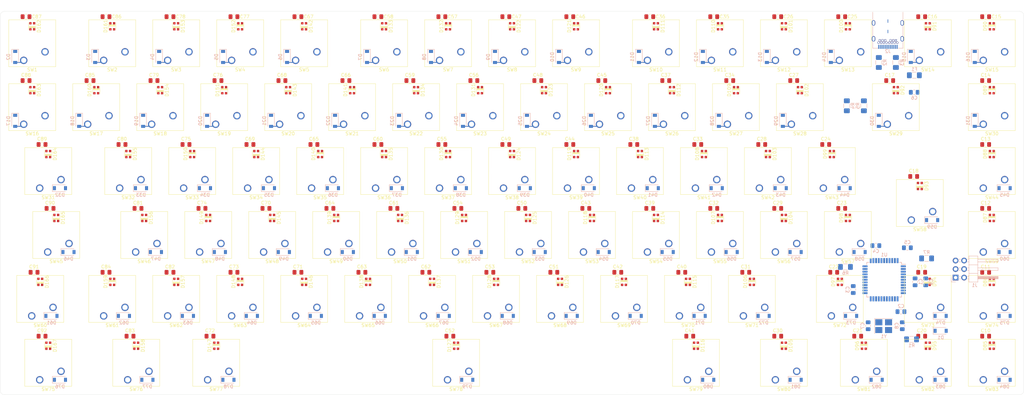
<source format=kicad_pcb>
(kicad_pcb (version 20171130) (host pcbnew 5.1.5+dfsg1-2build2)

  (general
    (thickness 1.6)
    (drawings 8)
    (tracks 60)
    (zones 0)
    (modules 354)
    (nets 216)
  )

  (page A3)
  (layers
    (0 F.Cu signal)
    (31 B.Cu signal)
    (32 B.Adhes user)
    (33 F.Adhes user)
    (34 B.Paste user)
    (35 F.Paste user)
    (36 B.SilkS user)
    (37 F.SilkS user)
    (38 B.Mask user)
    (39 F.Mask user)
    (40 Dwgs.User user)
    (41 Cmts.User user)
    (42 Eco1.User user)
    (43 Eco2.User user)
    (44 Edge.Cuts user)
    (45 Margin user)
    (46 B.CrtYd user)
    (47 F.CrtYd user)
    (48 B.Fab user)
    (49 F.Fab user)
  )

  (setup
    (last_trace_width 0.25)
    (trace_clearance 0.2)
    (zone_clearance 0.508)
    (zone_45_only no)
    (trace_min 0.2)
    (via_size 0.8)
    (via_drill 0.4)
    (via_min_size 0.6)
    (via_min_drill 0.3)
    (uvia_size 0.3)
    (uvia_drill 0.1)
    (uvias_allowed no)
    (uvia_min_size 0.2)
    (uvia_min_drill 0.1)
    (edge_width 0.05)
    (segment_width 0.2)
    (pcb_text_width 0.3)
    (pcb_text_size 1.5 1.5)
    (mod_edge_width 0.12)
    (mod_text_size 1 1)
    (mod_text_width 0.15)
    (pad_size 1.524 1.524)
    (pad_drill 0.762)
    (pad_to_mask_clearance 0.051)
    (solder_mask_min_width 0.25)
    (aux_axis_origin 0 0)
    (visible_elements FFFFF77F)
    (pcbplotparams
      (layerselection 0x010fc_ffffffff)
      (usegerberextensions false)
      (usegerberattributes false)
      (usegerberadvancedattributes false)
      (creategerberjobfile false)
      (excludeedgelayer true)
      (linewidth 0.100000)
      (plotframeref false)
      (viasonmask false)
      (mode 1)
      (useauxorigin false)
      (hpglpennumber 1)
      (hpglpenspeed 20)
      (hpglpendiameter 15.000000)
      (psnegative false)
      (psa4output false)
      (plotreference true)
      (plotvalue true)
      (plotinvisibletext false)
      (padsonsilk false)
      (subtractmaskfromsilk false)
      (outputformat 1)
      (mirror false)
      (drillshape 1)
      (scaleselection 1)
      (outputdirectory ""))
  )

  (net 0 "")
  (net 1 GND)
  (net 2 +5V)
  (net 3 "Net-(C7-Pad1)")
  (net 4 "Net-(C8-Pad2)")
  (net 5 "Net-(C9-Pad1)")
  (net 6 RST)
  (net 7 ROW0)
  (net 8 "Net-(D2-Pad2)")
  (net 9 "Net-(D3-Pad2)")
  (net 10 "Net-(D4-Pad2)")
  (net 11 "Net-(D5-Pad2)")
  (net 12 "Net-(D6-Pad2)")
  (net 13 "Net-(D7-Pad2)")
  (net 14 "Net-(D8-Pad2)")
  (net 15 "Net-(D9-Pad2)")
  (net 16 "Net-(D10-Pad2)")
  (net 17 "Net-(D11-Pad2)")
  (net 18 "Net-(D12-Pad2)")
  (net 19 "Net-(D13-Pad2)")
  (net 20 "Net-(D14-Pad2)")
  (net 21 "Net-(D15-Pad2)")
  (net 22 "Net-(D16-Pad2)")
  (net 23 ROW1)
  (net 24 "Net-(D17-Pad2)")
  (net 25 "Net-(D18-Pad2)")
  (net 26 "Net-(D19-Pad2)")
  (net 27 "Net-(D20-Pad2)")
  (net 28 "Net-(D21-Pad2)")
  (net 29 "Net-(D22-Pad2)")
  (net 30 "Net-(D23-Pad2)")
  (net 31 "Net-(D24-Pad2)")
  (net 32 "Net-(D25-Pad2)")
  (net 33 "Net-(D26-Pad2)")
  (net 34 "Net-(D27-Pad2)")
  (net 35 "Net-(D28-Pad2)")
  (net 36 "Net-(D29-Pad2)")
  (net 37 "Net-(D30-Pad2)")
  (net 38 "Net-(D31-Pad2)")
  (net 39 "Net-(D32-Pad2)")
  (net 40 ROW2)
  (net 41 "Net-(D33-Pad2)")
  (net 42 "Net-(D34-Pad2)")
  (net 43 "Net-(D35-Pad2)")
  (net 44 "Net-(D36-Pad2)")
  (net 45 "Net-(D37-Pad2)")
  (net 46 "Net-(D38-Pad2)")
  (net 47 "Net-(D39-Pad2)")
  (net 48 "Net-(D40-Pad2)")
  (net 49 "Net-(D41-Pad2)")
  (net 50 "Net-(D42-Pad2)")
  (net 51 "Net-(D43-Pad2)")
  (net 52 "Net-(D44-Pad2)")
  (net 53 "Net-(D45-Pad2)")
  (net 54 "Net-(D46-Pad2)")
  (net 55 ROW3)
  (net 56 "Net-(D47-Pad2)")
  (net 57 "Net-(D48-Pad2)")
  (net 58 "Net-(D49-Pad2)")
  (net 59 "Net-(D50-Pad2)")
  (net 60 "Net-(D51-Pad2)")
  (net 61 "Net-(D52-Pad2)")
  (net 62 "Net-(D53-Pad2)")
  (net 63 "Net-(D54-Pad2)")
  (net 64 "Net-(D55-Pad2)")
  (net 65 "Net-(D56-Pad2)")
  (net 66 "Net-(D57-Pad2)")
  (net 67 "Net-(D58-Pad2)")
  (net 68 "Net-(D59-Pad2)")
  (net 69 "Net-(D60-Pad2)")
  (net 70 ROW4)
  (net 71 "Net-(D61-Pad2)")
  (net 72 "Net-(D62-Pad2)")
  (net 73 "Net-(D63-Pad2)")
  (net 74 "Net-(D64-Pad2)")
  (net 75 "Net-(D65-Pad2)")
  (net 76 "Net-(D66-Pad2)")
  (net 77 "Net-(D67-Pad2)")
  (net 78 "Net-(D68-Pad2)")
  (net 79 "Net-(D69-Pad2)")
  (net 80 "Net-(D70-Pad2)")
  (net 81 "Net-(D71-Pad2)")
  (net 82 "Net-(D72-Pad2)")
  (net 83 "Net-(D73-Pad2)")
  (net 84 "Net-(D74-Pad2)")
  (net 85 "Net-(D75-Pad2)")
  (net 86 ROW5)
  (net 87 "Net-(D76-Pad2)")
  (net 88 "Net-(D77-Pad2)")
  (net 89 "Net-(D78-Pad2)")
  (net 90 "Net-(D79-Pad2)")
  (net 91 "Net-(D80-Pad2)")
  (net 92 "Net-(D81-Pad2)")
  (net 93 "Net-(D82-Pad2)")
  (net 94 "Net-(D83-Pad2)")
  (net 95 "Net-(D84-Pad2)")
  (net 96 "Net-(D85-Pad2)")
  (net 97 DIN)
  (net 98 "Net-(D86-Pad2)")
  (net 99 "Net-(D87-Pad2)")
  (net 100 "Net-(D88-Pad2)")
  (net 101 "Net-(D89-Pad2)")
  (net 102 "Net-(D90-Pad2)")
  (net 103 "Net-(D91-Pad2)")
  (net 104 "Net-(D92-Pad2)")
  (net 105 "Net-(D93-Pad2)")
  (net 106 "Net-(D94-Pad2)")
  (net 107 "Net-(D95-Pad2)")
  (net 108 "Net-(D96-Pad2)")
  (net 109 "Net-(D97-Pad2)")
  (net 110 "Net-(D98-Pad2)")
  (net 111 "Net-(D100-Pad4)")
  (net 112 "Net-(D100-Pad2)")
  (net 113 "Net-(D101-Pad2)")
  (net 114 "Net-(D102-Pad2)")
  (net 115 "Net-(D103-Pad2)")
  (net 116 "Net-(D104-Pad2)")
  (net 117 "Net-(D105-Pad2)")
  (net 118 "Net-(D106-Pad2)")
  (net 119 "Net-(D107-Pad2)")
  (net 120 "Net-(D108-Pad2)")
  (net 121 "Net-(D109-Pad2)")
  (net 122 "Net-(D110-Pad2)")
  (net 123 "Net-(D111-Pad2)")
  (net 124 "Net-(D112-Pad2)")
  (net 125 "Net-(D113-Pad2)")
  (net 126 "Net-(D114-Pad2)")
  (net 127 "Net-(D115-Pad2)")
  (net 128 "Net-(D116-Pad2)")
  (net 129 "Net-(D117-Pad2)")
  (net 130 "Net-(D118-Pad2)")
  (net 131 "Net-(D119-Pad2)")
  (net 132 "Net-(D120-Pad2)")
  (net 133 "Net-(D121-Pad2)")
  (net 134 "Net-(D122-Pad2)")
  (net 135 "Net-(D123-Pad2)")
  (net 136 "Net-(D124-Pad2)")
  (net 137 "Net-(D125-Pad2)")
  (net 138 "Net-(D126-Pad2)")
  (net 139 "Net-(D127-Pad2)")
  (net 140 "Net-(D128-Pad2)")
  (net 141 "Net-(D129-Pad2)")
  (net 142 "Net-(D130-Pad2)")
  (net 143 "Net-(D131-Pad2)")
  (net 144 "Net-(D132-Pad2)")
  (net 145 "Net-(D133-Pad2)")
  (net 146 "Net-(D134-Pad2)")
  (net 147 "Net-(D135-Pad2)")
  (net 148 "Net-(D136-Pad2)")
  (net 149 "Net-(D137-Pad2)")
  (net 150 "Net-(D138-Pad2)")
  (net 151 "Net-(D139-Pad2)")
  (net 152 "Net-(D140-Pad2)")
  (net 153 "Net-(D141-Pad2)")
  (net 154 "Net-(D142-Pad2)")
  (net 155 "Net-(D143-Pad2)")
  (net 156 "Net-(D144-Pad2)")
  (net 157 "Net-(D145-Pad2)")
  (net 158 "Net-(D146-Pad2)")
  (net 159 "Net-(D147-Pad2)")
  (net 160 "Net-(D148-Pad2)")
  (net 161 "Net-(D149-Pad2)")
  (net 162 "Net-(D150-Pad2)")
  (net 163 "Net-(D151-Pad2)")
  (net 164 "Net-(D152-Pad2)")
  (net 165 "Net-(D153-Pad2)")
  (net 166 "Net-(D154-Pad2)")
  (net 167 "Net-(D155-Pad2)")
  (net 168 "Net-(D156-Pad2)")
  (net 169 "Net-(D157-Pad2)")
  (net 170 "Net-(D158-Pad2)")
  (net 171 "Net-(D159-Pad2)")
  (net 172 "Net-(D160-Pad2)")
  (net 173 "Net-(D161-Pad2)")
  (net 174 "Net-(D162-Pad2)")
  (net 175 "Net-(D163-Pad2)")
  (net 176 "Net-(D164-Pad2)")
  (net 177 "Net-(D165-Pad2)")
  (net 178 "Net-(D166-Pad2)")
  (net 179 "Net-(D167-Pad2)")
  (net 180 "Net-(F1-Pad2)")
  (net 181 COL02)
  (net 182 COL00)
  (net 183 COL01)
  (net 184 "Net-(J2-PadA11)")
  (net 185 "Net-(J2-PadA10)")
  (net 186 "Net-(J2-PadA8)")
  (net 187 D-)
  (net 188 D+)
  (net 189 "Net-(J2-PadA5)")
  (net 190 "Net-(J2-PadA3)")
  (net 191 "Net-(J2-PadA2)")
  (net 192 "Net-(J2-PadB10)")
  (net 193 "Net-(J2-PadB3)")
  (net 194 "Net-(J2-PadB8)")
  (net 195 "Net-(J2-PadB5)")
  (net 196 "Net-(J2-PadB2)")
  (net 197 "Net-(J2-PadB11)")
  (net 198 "Net-(R6-Pad2)")
  (net 199 COL03)
  (net 200 COL04)
  (net 201 COL06)
  (net 202 COL07)
  (net 203 COL08)
  (net 204 COL09)
  (net 205 COL10)
  (net 206 COL11)
  (net 207 COL12)
  (net 208 COL13)
  (net 209 COL14)
  (net 210 COL15)
  (net 211 COL05)
  (net 212 "Net-(U1-Pad1)")
  (net 213 "Net-(U1-Pad8)")
  (net 214 "Net-(U1-Pad42)")
  (net 215 "Net-(R7-Pad2)")

  (net_class Default "Dies ist die voreingestellte Netzklasse."
    (clearance 0.2)
    (trace_width 0.25)
    (via_dia 0.8)
    (via_drill 0.4)
    (uvia_dia 0.3)
    (uvia_drill 0.1)
    (add_net +5V)
    (add_net COL00)
    (add_net COL01)
    (add_net COL02)
    (add_net COL03)
    (add_net COL04)
    (add_net COL05)
    (add_net COL06)
    (add_net COL07)
    (add_net COL08)
    (add_net COL09)
    (add_net COL10)
    (add_net COL11)
    (add_net COL12)
    (add_net COL13)
    (add_net COL14)
    (add_net COL15)
    (add_net D+)
    (add_net D-)
    (add_net DIN)
    (add_net GND)
    (add_net "Net-(C7-Pad1)")
    (add_net "Net-(C8-Pad2)")
    (add_net "Net-(C9-Pad1)")
    (add_net "Net-(D10-Pad2)")
    (add_net "Net-(D100-Pad2)")
    (add_net "Net-(D100-Pad4)")
    (add_net "Net-(D101-Pad2)")
    (add_net "Net-(D102-Pad2)")
    (add_net "Net-(D103-Pad2)")
    (add_net "Net-(D104-Pad2)")
    (add_net "Net-(D105-Pad2)")
    (add_net "Net-(D106-Pad2)")
    (add_net "Net-(D107-Pad2)")
    (add_net "Net-(D108-Pad2)")
    (add_net "Net-(D109-Pad2)")
    (add_net "Net-(D11-Pad2)")
    (add_net "Net-(D110-Pad2)")
    (add_net "Net-(D111-Pad2)")
    (add_net "Net-(D112-Pad2)")
    (add_net "Net-(D113-Pad2)")
    (add_net "Net-(D114-Pad2)")
    (add_net "Net-(D115-Pad2)")
    (add_net "Net-(D116-Pad2)")
    (add_net "Net-(D117-Pad2)")
    (add_net "Net-(D118-Pad2)")
    (add_net "Net-(D119-Pad2)")
    (add_net "Net-(D12-Pad2)")
    (add_net "Net-(D120-Pad2)")
    (add_net "Net-(D121-Pad2)")
    (add_net "Net-(D122-Pad2)")
    (add_net "Net-(D123-Pad2)")
    (add_net "Net-(D124-Pad2)")
    (add_net "Net-(D125-Pad2)")
    (add_net "Net-(D126-Pad2)")
    (add_net "Net-(D127-Pad2)")
    (add_net "Net-(D128-Pad2)")
    (add_net "Net-(D129-Pad2)")
    (add_net "Net-(D13-Pad2)")
    (add_net "Net-(D130-Pad2)")
    (add_net "Net-(D131-Pad2)")
    (add_net "Net-(D132-Pad2)")
    (add_net "Net-(D133-Pad2)")
    (add_net "Net-(D134-Pad2)")
    (add_net "Net-(D135-Pad2)")
    (add_net "Net-(D136-Pad2)")
    (add_net "Net-(D137-Pad2)")
    (add_net "Net-(D138-Pad2)")
    (add_net "Net-(D139-Pad2)")
    (add_net "Net-(D14-Pad2)")
    (add_net "Net-(D140-Pad2)")
    (add_net "Net-(D141-Pad2)")
    (add_net "Net-(D142-Pad2)")
    (add_net "Net-(D143-Pad2)")
    (add_net "Net-(D144-Pad2)")
    (add_net "Net-(D145-Pad2)")
    (add_net "Net-(D146-Pad2)")
    (add_net "Net-(D147-Pad2)")
    (add_net "Net-(D148-Pad2)")
    (add_net "Net-(D149-Pad2)")
    (add_net "Net-(D15-Pad2)")
    (add_net "Net-(D150-Pad2)")
    (add_net "Net-(D151-Pad2)")
    (add_net "Net-(D152-Pad2)")
    (add_net "Net-(D153-Pad2)")
    (add_net "Net-(D154-Pad2)")
    (add_net "Net-(D155-Pad2)")
    (add_net "Net-(D156-Pad2)")
    (add_net "Net-(D157-Pad2)")
    (add_net "Net-(D158-Pad2)")
    (add_net "Net-(D159-Pad2)")
    (add_net "Net-(D16-Pad2)")
    (add_net "Net-(D160-Pad2)")
    (add_net "Net-(D161-Pad2)")
    (add_net "Net-(D162-Pad2)")
    (add_net "Net-(D163-Pad2)")
    (add_net "Net-(D164-Pad2)")
    (add_net "Net-(D165-Pad2)")
    (add_net "Net-(D166-Pad2)")
    (add_net "Net-(D167-Pad2)")
    (add_net "Net-(D17-Pad2)")
    (add_net "Net-(D18-Pad2)")
    (add_net "Net-(D19-Pad2)")
    (add_net "Net-(D2-Pad2)")
    (add_net "Net-(D20-Pad2)")
    (add_net "Net-(D21-Pad2)")
    (add_net "Net-(D22-Pad2)")
    (add_net "Net-(D23-Pad2)")
    (add_net "Net-(D24-Pad2)")
    (add_net "Net-(D25-Pad2)")
    (add_net "Net-(D26-Pad2)")
    (add_net "Net-(D27-Pad2)")
    (add_net "Net-(D28-Pad2)")
    (add_net "Net-(D29-Pad2)")
    (add_net "Net-(D3-Pad2)")
    (add_net "Net-(D30-Pad2)")
    (add_net "Net-(D31-Pad2)")
    (add_net "Net-(D32-Pad2)")
    (add_net "Net-(D33-Pad2)")
    (add_net "Net-(D34-Pad2)")
    (add_net "Net-(D35-Pad2)")
    (add_net "Net-(D36-Pad2)")
    (add_net "Net-(D37-Pad2)")
    (add_net "Net-(D38-Pad2)")
    (add_net "Net-(D39-Pad2)")
    (add_net "Net-(D4-Pad2)")
    (add_net "Net-(D40-Pad2)")
    (add_net "Net-(D41-Pad2)")
    (add_net "Net-(D42-Pad2)")
    (add_net "Net-(D43-Pad2)")
    (add_net "Net-(D44-Pad2)")
    (add_net "Net-(D45-Pad2)")
    (add_net "Net-(D46-Pad2)")
    (add_net "Net-(D47-Pad2)")
    (add_net "Net-(D48-Pad2)")
    (add_net "Net-(D49-Pad2)")
    (add_net "Net-(D5-Pad2)")
    (add_net "Net-(D50-Pad2)")
    (add_net "Net-(D51-Pad2)")
    (add_net "Net-(D52-Pad2)")
    (add_net "Net-(D53-Pad2)")
    (add_net "Net-(D54-Pad2)")
    (add_net "Net-(D55-Pad2)")
    (add_net "Net-(D56-Pad2)")
    (add_net "Net-(D57-Pad2)")
    (add_net "Net-(D58-Pad2)")
    (add_net "Net-(D59-Pad2)")
    (add_net "Net-(D6-Pad2)")
    (add_net "Net-(D60-Pad2)")
    (add_net "Net-(D61-Pad2)")
    (add_net "Net-(D62-Pad2)")
    (add_net "Net-(D63-Pad2)")
    (add_net "Net-(D64-Pad2)")
    (add_net "Net-(D65-Pad2)")
    (add_net "Net-(D66-Pad2)")
    (add_net "Net-(D67-Pad2)")
    (add_net "Net-(D68-Pad2)")
    (add_net "Net-(D69-Pad2)")
    (add_net "Net-(D7-Pad2)")
    (add_net "Net-(D70-Pad2)")
    (add_net "Net-(D71-Pad2)")
    (add_net "Net-(D72-Pad2)")
    (add_net "Net-(D73-Pad2)")
    (add_net "Net-(D74-Pad2)")
    (add_net "Net-(D75-Pad2)")
    (add_net "Net-(D76-Pad2)")
    (add_net "Net-(D77-Pad2)")
    (add_net "Net-(D78-Pad2)")
    (add_net "Net-(D79-Pad2)")
    (add_net "Net-(D8-Pad2)")
    (add_net "Net-(D80-Pad2)")
    (add_net "Net-(D81-Pad2)")
    (add_net "Net-(D82-Pad2)")
    (add_net "Net-(D83-Pad2)")
    (add_net "Net-(D84-Pad2)")
    (add_net "Net-(D85-Pad2)")
    (add_net "Net-(D86-Pad2)")
    (add_net "Net-(D87-Pad2)")
    (add_net "Net-(D88-Pad2)")
    (add_net "Net-(D89-Pad2)")
    (add_net "Net-(D9-Pad2)")
    (add_net "Net-(D90-Pad2)")
    (add_net "Net-(D91-Pad2)")
    (add_net "Net-(D92-Pad2)")
    (add_net "Net-(D93-Pad2)")
    (add_net "Net-(D94-Pad2)")
    (add_net "Net-(D95-Pad2)")
    (add_net "Net-(D96-Pad2)")
    (add_net "Net-(D97-Pad2)")
    (add_net "Net-(D98-Pad2)")
    (add_net "Net-(F1-Pad2)")
    (add_net "Net-(J2-PadA10)")
    (add_net "Net-(J2-PadA11)")
    (add_net "Net-(J2-PadA2)")
    (add_net "Net-(J2-PadA3)")
    (add_net "Net-(J2-PadA5)")
    (add_net "Net-(J2-PadA8)")
    (add_net "Net-(J2-PadB10)")
    (add_net "Net-(J2-PadB11)")
    (add_net "Net-(J2-PadB2)")
    (add_net "Net-(J2-PadB3)")
    (add_net "Net-(J2-PadB5)")
    (add_net "Net-(J2-PadB8)")
    (add_net "Net-(R6-Pad2)")
    (add_net "Net-(R7-Pad2)")
    (add_net "Net-(U1-Pad1)")
    (add_net "Net-(U1-Pad42)")
    (add_net "Net-(U1-Pad8)")
    (add_net ROW0)
    (add_net ROW1)
    (add_net ROW2)
    (add_net ROW3)
    (add_net ROW4)
    (add_net ROW5)
    (add_net RST)
  )

  (module kezboard-pcb:USB_C_Receptacle_Stewart_SS-52400-003 (layer B.Cu) (tedit 5F26DA6C) (tstamp 5F15FEC3)
    (at 302.41875 38.1)
    (descr https://belfuse.com/resources/drawings/stewartconnector/dr-stw-ss-52400-003.pdf)
    (path /5EFFEB48)
    (fp_text reference J2 (at 0 11.9) (layer B.SilkS)
      (effects (font (size 1 1) (thickness 0.15)) (justify mirror))
    )
    (fp_text value USB_C_Receptacle (at 0 -2.54) (layer B.Fab)
      (effects (font (size 1 1) (thickness 0.15)) (justify mirror))
    )
    (fp_line (start -4.49 2.55) (end -4.49 0.21) (layer B.SilkS) (width 0.12))
    (fp_line (start 4.49 0.21) (end 4.49 2.55) (layer B.SilkS) (width 0.12))
    (fp_line (start 4.49 9) (end 4.49 11) (layer B.SilkS) (width 0.12))
    (fp_text user %R (at 0 4.52) (layer B.Fab)
      (effects (font (size 1 1) (thickness 0.15)) (justify mirror))
    )
    (fp_line (start -5.08 11.43) (end 5.08 11.43) (layer B.CrtYd) (width 0.05))
    (fp_line (start -5.08 -1.27) (end 5.08 -1.27) (layer B.CrtYd) (width 0.05))
    (fp_line (start -2 0) (end 2 0) (layer Dwgs.User) (width 0.1))
    (fp_line (start 4.37 -0.95) (end 4.37 10.88) (layer B.Fab) (width 0.1))
    (fp_line (start 4.37 10.88) (end -4.37 10.88) (layer B.Fab) (width 0.1))
    (fp_line (start -4.37 10.88) (end -4.37 -0.95) (layer B.Fab) (width 0.1))
    (fp_text user "PCB Edge" (at 0 0.5) (layer Dwgs.User)
      (effects (font (size 0.5 0.5) (thickness 0.1)))
    )
    (fp_line (start -4.37 -0.95) (end 4.37 -0.95) (layer B.Fab) (width 0.1))
    (fp_line (start 5.08 -1.27) (end 5.08 11.43) (layer B.CrtYd) (width 0.05))
    (fp_line (start -5.08 11.43) (end -5.08 -1.27) (layer B.CrtYd) (width 0.05))
    (fp_line (start -3 11) (end -4.49 11) (layer B.SilkS) (width 0.12))
    (fp_line (start -4.49 11) (end -4.49 9) (layer B.SilkS) (width 0.12))
    (fp_line (start 4.49 11) (end 3 11) (layer B.SilkS) (width 0.12))
    (fp_line (start -4.49 7.35) (end -4.49 4.35) (layer B.SilkS) (width 0.12))
    (fp_line (start 4.49 4.35) (end 4.49 7.35) (layer B.SilkS) (width 0.12))
    (pad B11 thru_hole circle (at -2.4 8.62) (size 0.65 0.65) (drill 0.4) (layers *.Cu *.Mask)
      (net 197 "Net-(J2-PadB11)"))
    (pad B2 thru_hole circle (at 2.4 8.62) (size 0.65 0.65) (drill 0.4) (layers *.Cu *.Mask)
      (net 196 "Net-(J2-PadB2)"))
    (pad B12 thru_hole circle (at -2.8 9.33) (size 0.65 0.65) (drill 0.4) (layers *.Cu *.Mask)
      (net 1 GND))
    (pad B5 thru_hole circle (at 0.8 8.62) (size 0.65 0.65) (drill 0.4) (layers *.Cu *.Mask)
      (net 195 "Net-(J2-PadB5)"))
    (pad B8 thru_hole circle (at -0.8 8.62) (size 0.65 0.65) (drill 0.4) (layers *.Cu *.Mask)
      (net 194 "Net-(J2-PadB8)"))
    (pad B3 thru_hole circle (at 1.6 8.62) (size 0.65 0.65) (drill 0.4) (layers *.Cu *.Mask)
      (net 193 "Net-(J2-PadB3)"))
    (pad B10 thru_hole circle (at -1.6 8.62) (size 0.65 0.65) (drill 0.4) (layers *.Cu *.Mask)
      (net 192 "Net-(J2-PadB10)"))
    (pad B1 thru_hole circle (at 2.8 9.33) (size 0.65 0.65) (drill 0.4) (layers *.Cu *.Mask)
      (net 1 GND))
    (pad S1 thru_hole circle (at -2 9.33) (size 0.65 0.65) (drill 0.4) (layers *.Cu *.Mask)
      (net 1 GND))
    (pad S1 thru_hole circle (at 2 9.33) (size 0.65 0.65) (drill 0.4) (layers *.Cu *.Mask)
      (net 1 GND))
    (pad B9 thru_hole circle (at -1.2 9.33) (size 0.65 0.65) (drill 0.4) (layers *.Cu *.Mask)
      (net 180 "Net-(F1-Pad2)"))
    (pad B4 thru_hole circle (at 1.2 9.33) (size 0.65 0.65) (drill 0.4) (layers *.Cu *.Mask)
      (net 180 "Net-(F1-Pad2)"))
    (pad B7 thru_hole circle (at -0.4 9.33) (size 0.65 0.65) (drill 0.4) (layers *.Cu *.Mask)
      (net 187 D-))
    (pad B6 thru_hole circle (at 0.4 9.33) (size 0.65 0.65) (drill 0.4) (layers *.Cu *.Mask)
      (net 188 D+))
    (pad S1 smd rect (at 0 6) (size 0.2 1) (layers B.Cu B.Paste B.Mask)
      (net 1 GND))
    (pad S1 smd rect (at 0 2.9) (size 0.2 1) (layers B.Cu B.Paste B.Mask)
      (net 1 GND))
    (pad S1 thru_hole oval (at 4.27 8.18) (size 1 1.6) (drill oval 0.6 1.2) (layers *.Cu *.Mask)
      (net 1 GND))
    (pad S1 thru_hole oval (at -4.27 8.18) (size 1 1.6) (drill oval 0.6 1.2) (layers *.Cu *.Mask)
      (net 1 GND))
    (pad S1 thru_hole oval (at -4.27 3.45) (size 1 1.6) (drill oval 0.6 1.2) (layers *.Cu *.Mask)
      (net 1 GND))
    (pad S1 thru_hole oval (at 4.27 3.45) (size 1 1.6) (drill oval 0.6 1.2) (layers *.Cu *.Mask)
      (net 1 GND))
    (pad A1 smd rect (at -2.75 10.58) (size 0.3 1.2) (layers B.Cu B.Paste B.Mask)
      (net 1 GND))
    (pad A2 smd rect (at -2.25 10.58) (size 0.3 1.2) (layers B.Cu B.Paste B.Mask)
      (net 191 "Net-(J2-PadA2)"))
    (pad A3 smd rect (at -1.75 10.58) (size 0.3 1.2) (layers B.Cu B.Paste B.Mask)
      (net 190 "Net-(J2-PadA3)"))
    (pad A4 smd rect (at -1.25 10.58) (size 0.3 1.2) (layers B.Cu B.Paste B.Mask)
      (net 180 "Net-(F1-Pad2)"))
    (pad A5 smd rect (at -0.75 10.58) (size 0.3 1.2) (layers B.Cu B.Paste B.Mask)
      (net 189 "Net-(J2-PadA5)"))
    (pad A6 smd rect (at -0.25 10.58) (size 0.3 1.2) (layers B.Cu B.Paste B.Mask)
      (net 188 D+))
    (pad A7 smd rect (at 0.25 10.58) (size 0.3 1.2) (layers B.Cu B.Paste B.Mask)
      (net 187 D-))
    (pad A8 smd rect (at 0.75 10.58) (size 0.3 1.2) (layers B.Cu B.Paste B.Mask)
      (net 186 "Net-(J2-PadA8)"))
    (pad A9 smd rect (at 1.25 10.58) (size 0.3 1.2) (layers B.Cu B.Paste B.Mask)
      (net 180 "Net-(F1-Pad2)"))
    (pad A10 smd rect (at 1.75 10.58) (size 0.3 1.2) (layers B.Cu B.Paste B.Mask)
      (net 185 "Net-(J2-PadA10)"))
    (pad A11 smd rect (at 2.25 10.58) (size 0.3 1.2) (layers B.Cu B.Paste B.Mask)
      (net 184 "Net-(J2-PadA11)"))
    (pad A12 smd rect (at 2.75 10.58) (size 0.3 1.2) (layers B.Cu B.Paste B.Mask)
      (net 1 GND))
  )

  (module Resistor_SMD:R_1206_3216Metric_Pad1.42x1.75mm_HandSolder (layer B.Cu) (tedit 5B301BBD) (tstamp 5F26397F)
    (at 313.944 111.76 180)
    (descr "Resistor SMD 1206 (3216 Metric), square (rectangular) end terminal, IPC_7351 nominal with elongated pad for handsoldering. (Body size source: http://www.tortai-tech.com/upload/download/2011102023233369053.pdf), generated with kicad-footprint-generator")
    (tags "resistor handsolder")
    (path /5F259898)
    (attr smd)
    (fp_text reference R7 (at 0 1.82) (layer B.SilkS)
      (effects (font (size 1 1) (thickness 0.15)) (justify mirror))
    )
    (fp_text value 470 (at 0 -1.82) (layer B.Fab)
      (effects (font (size 1 1) (thickness 0.15)) (justify mirror))
    )
    (fp_text user %R (at 0 0) (layer B.Fab)
      (effects (font (size 0.8 0.8) (thickness 0.12)) (justify mirror))
    )
    (fp_line (start 2.45 -1.12) (end -2.45 -1.12) (layer B.CrtYd) (width 0.05))
    (fp_line (start 2.45 1.12) (end 2.45 -1.12) (layer B.CrtYd) (width 0.05))
    (fp_line (start -2.45 1.12) (end 2.45 1.12) (layer B.CrtYd) (width 0.05))
    (fp_line (start -2.45 -1.12) (end -2.45 1.12) (layer B.CrtYd) (width 0.05))
    (fp_line (start -0.602064 -0.91) (end 0.602064 -0.91) (layer B.SilkS) (width 0.12))
    (fp_line (start -0.602064 0.91) (end 0.602064 0.91) (layer B.SilkS) (width 0.12))
    (fp_line (start 1.6 -0.8) (end -1.6 -0.8) (layer B.Fab) (width 0.1))
    (fp_line (start 1.6 0.8) (end 1.6 -0.8) (layer B.Fab) (width 0.1))
    (fp_line (start -1.6 0.8) (end 1.6 0.8) (layer B.Fab) (width 0.1))
    (fp_line (start -1.6 -0.8) (end -1.6 0.8) (layer B.Fab) (width 0.1))
    (pad 2 smd roundrect (at 1.4875 0 180) (size 1.425 1.75) (layers B.Cu B.Paste B.Mask) (roundrect_rratio 0.175439)
      (net 215 "Net-(R7-Pad2)"))
    (pad 1 smd roundrect (at -1.4875 0 180) (size 1.425 1.75) (layers B.Cu B.Paste B.Mask) (roundrect_rratio 0.175439)
      (net 97 DIN))
    (model ${KISYS3DMOD}/Resistor_SMD.3dshapes/R_1206_3216Metric.wrl
      (at (xyz 0 0 0))
      (scale (xyz 1 1 1))
      (rotate (xyz 0 0 0))
    )
  )

  (module kezboard-pcb:LED_WS2812_2020 (layer F.Cu) (tedit 5F1C4B34) (tstamp 5F1B709E)
    (at 333.375 137.795 90)
    (descr https://www.peace-corp.co.jp/data/WS2812-2020_V1.0_EN.pdf)
    (path /5F949B9C/5F9E7A8D)
    (fp_text reference D85 (at 0 -2 90) (layer F.SilkS)
      (effects (font (size 1 1) (thickness 0.15)))
    )
    (fp_text value WS2812B (at 0 2 90) (layer F.Fab)
      (effects (font (size 1 1) (thickness 0.15)))
    )
    (fp_line (start -1.1 -1) (end 1.1 -1) (layer F.Fab) (width 0.1))
    (fp_line (start 1.1 -1) (end 1.1 1) (layer F.Fab) (width 0.1))
    (fp_line (start 1.1 1) (end -1.1 1) (layer F.Fab) (width 0.1))
    (fp_line (start -1.1 1) (end -1.1 -1) (layer F.Fab) (width 0.1))
    (fp_text user %R (at 0 0 90) (layer F.Fab)
      (effects (font (size 0.5 0.5) (thickness 0.1)))
    )
    (fp_line (start -1.1 -1.11) (end 1.1 -1.11) (layer F.SilkS) (width 0.12))
    (fp_line (start 1.1 1.11) (end -1.1 1.11) (layer F.SilkS) (width 0.12))
    (fp_poly (pts (xy 0.45 0.9) (xy 0.05 0.9) (xy 0.05 -0.9) (xy 0.45 -0.9)) (layer F.SilkS) (width 0.1))
    (pad 2 smd rect (at 0.9015 0.55 90) (size 0.7 0.7) (layers F.Cu F.Paste F.Mask)
      (net 96 "Net-(D85-Pad2)"))
    (pad 3 smd rect (at 0.9015 -0.55 90) (size 0.7 0.7) (layers F.Cu F.Paste F.Mask)
      (net 1 GND))
    (pad 4 smd rect (at -0.9015 -0.55 90) (size 0.7 0.7) (layers F.Cu F.Paste F.Mask)
      (net 97 DIN))
    (pad 1 smd rect (at -0.9015 0.55 90) (size 0.7 0.7) (layers F.Cu F.Paste F.Mask)
      (net 2 +5V))
  )

  (module kezboard-pcb:LED_WS2812_2020 (layer F.Cu) (tedit 5F1C4B34) (tstamp 5F15F975)
    (at 333.375 118.745 90)
    (descr https://www.peace-corp.co.jp/data/WS2812-2020_V1.0_EN.pdf)
    (path /5F949B9C/5FD3F1F5)
    (fp_text reference D86 (at 0 -2 90) (layer F.SilkS)
      (effects (font (size 1 1) (thickness 0.15)))
    )
    (fp_text value WS2812B (at 0 2 90) (layer F.Fab)
      (effects (font (size 1 1) (thickness 0.15)))
    )
    (fp_poly (pts (xy 0.45 0.9) (xy 0.05 0.9) (xy 0.05 -0.9) (xy 0.45 -0.9)) (layer F.SilkS) (width 0.1))
    (fp_line (start 1.1 1.11) (end -1.1 1.11) (layer F.SilkS) (width 0.12))
    (fp_line (start -1.1 -1.11) (end 1.1 -1.11) (layer F.SilkS) (width 0.12))
    (fp_text user %R (at 0 0 90) (layer F.Fab)
      (effects (font (size 0.5 0.5) (thickness 0.1)))
    )
    (fp_line (start -1.1 1) (end -1.1 -1) (layer F.Fab) (width 0.1))
    (fp_line (start 1.1 1) (end -1.1 1) (layer F.Fab) (width 0.1))
    (fp_line (start 1.1 -1) (end 1.1 1) (layer F.Fab) (width 0.1))
    (fp_line (start -1.1 -1) (end 1.1 -1) (layer F.Fab) (width 0.1))
    (pad 1 smd rect (at -0.9015 0.55 90) (size 0.7 0.7) (layers F.Cu F.Paste F.Mask)
      (net 2 +5V))
    (pad 4 smd rect (at -0.9015 -0.55 90) (size 0.7 0.7) (layers F.Cu F.Paste F.Mask)
      (net 96 "Net-(D85-Pad2)"))
    (pad 3 smd rect (at 0.9015 -0.55 90) (size 0.7 0.7) (layers F.Cu F.Paste F.Mask)
      (net 1 GND))
    (pad 2 smd rect (at 0.9015 0.55 90) (size 0.7 0.7) (layers F.Cu F.Paste F.Mask)
      (net 98 "Net-(D86-Pad2)"))
  )

  (module kezboard-pcb:LED_WS2812_2020 (layer F.Cu) (tedit 5F1C4B34) (tstamp 5F1B738A)
    (at 333.375 99.695 90)
    (descr https://www.peace-corp.co.jp/data/WS2812-2020_V1.0_EN.pdf)
    (path /5F949B9C/5FD40FA8)
    (fp_text reference D87 (at 0 -2 90) (layer F.SilkS)
      (effects (font (size 1 1) (thickness 0.15)))
    )
    (fp_text value WS2812B (at 0 2 90) (layer F.Fab)
      (effects (font (size 1 1) (thickness 0.15)))
    )
    (fp_poly (pts (xy 0.45 0.9) (xy 0.05 0.9) (xy 0.05 -0.9) (xy 0.45 -0.9)) (layer F.SilkS) (width 0.1))
    (fp_line (start 1.1 1.11) (end -1.1 1.11) (layer F.SilkS) (width 0.12))
    (fp_line (start -1.1 -1.11) (end 1.1 -1.11) (layer F.SilkS) (width 0.12))
    (fp_text user %R (at 0 0 90) (layer F.Fab)
      (effects (font (size 0.5 0.5) (thickness 0.1)))
    )
    (fp_line (start -1.1 1) (end -1.1 -1) (layer F.Fab) (width 0.1))
    (fp_line (start 1.1 1) (end -1.1 1) (layer F.Fab) (width 0.1))
    (fp_line (start 1.1 -1) (end 1.1 1) (layer F.Fab) (width 0.1))
    (fp_line (start -1.1 -1) (end 1.1 -1) (layer F.Fab) (width 0.1))
    (pad 1 smd rect (at -0.9015 0.55 90) (size 0.7 0.7) (layers F.Cu F.Paste F.Mask)
      (net 2 +5V))
    (pad 4 smd rect (at -0.9015 -0.55 90) (size 0.7 0.7) (layers F.Cu F.Paste F.Mask)
      (net 98 "Net-(D86-Pad2)"))
    (pad 3 smd rect (at 0.9015 -0.55 90) (size 0.7 0.7) (layers F.Cu F.Paste F.Mask)
      (net 1 GND))
    (pad 2 smd rect (at 0.9015 0.55 90) (size 0.7 0.7) (layers F.Cu F.Paste F.Mask)
      (net 99 "Net-(D87-Pad2)"))
  )

  (module kezboard-pcb:LED_WS2812_2020 (layer F.Cu) (tedit 5F1C4B34) (tstamp 5F25A25B)
    (at 333.375 80.645 90)
    (descr https://www.peace-corp.co.jp/data/WS2812-2020_V1.0_EN.pdf)
    (path /5F949B9C/5FD423CF)
    (fp_text reference D88 (at 0 -2 90) (layer F.SilkS)
      (effects (font (size 1 1) (thickness 0.15)))
    )
    (fp_text value WS2812B (at 0 2 90) (layer F.Fab)
      (effects (font (size 1 1) (thickness 0.15)))
    )
    (fp_poly (pts (xy 0.45 0.9) (xy 0.05 0.9) (xy 0.05 -0.9) (xy 0.45 -0.9)) (layer F.SilkS) (width 0.1))
    (fp_line (start 1.1 1.11) (end -1.1 1.11) (layer F.SilkS) (width 0.12))
    (fp_line (start -1.1 -1.11) (end 1.1 -1.11) (layer F.SilkS) (width 0.12))
    (fp_text user %R (at 0 0 90) (layer F.Fab)
      (effects (font (size 0.5 0.5) (thickness 0.1)))
    )
    (fp_line (start -1.1 1) (end -1.1 -1) (layer F.Fab) (width 0.1))
    (fp_line (start 1.1 1) (end -1.1 1) (layer F.Fab) (width 0.1))
    (fp_line (start 1.1 -1) (end 1.1 1) (layer F.Fab) (width 0.1))
    (fp_line (start -1.1 -1) (end 1.1 -1) (layer F.Fab) (width 0.1))
    (pad 1 smd rect (at -0.9015 0.55 90) (size 0.7 0.7) (layers F.Cu F.Paste F.Mask)
      (net 2 +5V))
    (pad 4 smd rect (at -0.9015 -0.55 90) (size 0.7 0.7) (layers F.Cu F.Paste F.Mask)
      (net 99 "Net-(D87-Pad2)"))
    (pad 3 smd rect (at 0.9015 -0.55 90) (size 0.7 0.7) (layers F.Cu F.Paste F.Mask)
      (net 1 GND))
    (pad 2 smd rect (at 0.9015 0.55 90) (size 0.7 0.7) (layers F.Cu F.Paste F.Mask)
      (net 100 "Net-(D88-Pad2)"))
  )

  (module kezboard-pcb:LED_WS2812_2020 (layer F.Cu) (tedit 5F1C4B34) (tstamp 5F15F9A2)
    (at 333.375 61.595 90)
    (descr https://www.peace-corp.co.jp/data/WS2812-2020_V1.0_EN.pdf)
    (path /5F949B9C/5FD43994)
    (fp_text reference D89 (at 0 -2 90) (layer F.SilkS)
      (effects (font (size 1 1) (thickness 0.15)))
    )
    (fp_text value WS2812B (at 0 2 90) (layer F.Fab)
      (effects (font (size 1 1) (thickness 0.15)))
    )
    (fp_line (start -1.1 -1) (end 1.1 -1) (layer F.Fab) (width 0.1))
    (fp_line (start 1.1 -1) (end 1.1 1) (layer F.Fab) (width 0.1))
    (fp_line (start 1.1 1) (end -1.1 1) (layer F.Fab) (width 0.1))
    (fp_line (start -1.1 1) (end -1.1 -1) (layer F.Fab) (width 0.1))
    (fp_text user %R (at 0 0 90) (layer F.Fab)
      (effects (font (size 0.5 0.5) (thickness 0.1)))
    )
    (fp_line (start -1.1 -1.11) (end 1.1 -1.11) (layer F.SilkS) (width 0.12))
    (fp_line (start 1.1 1.11) (end -1.1 1.11) (layer F.SilkS) (width 0.12))
    (fp_poly (pts (xy 0.45 0.9) (xy 0.05 0.9) (xy 0.05 -0.9) (xy 0.45 -0.9)) (layer F.SilkS) (width 0.1))
    (pad 2 smd rect (at 0.9015 0.55 90) (size 0.7 0.7) (layers F.Cu F.Paste F.Mask)
      (net 101 "Net-(D89-Pad2)"))
    (pad 3 smd rect (at 0.9015 -0.55 90) (size 0.7 0.7) (layers F.Cu F.Paste F.Mask)
      (net 1 GND))
    (pad 4 smd rect (at -0.9015 -0.55 90) (size 0.7 0.7) (layers F.Cu F.Paste F.Mask)
      (net 100 "Net-(D88-Pad2)"))
    (pad 1 smd rect (at -0.9015 0.55 90) (size 0.7 0.7) (layers F.Cu F.Paste F.Mask)
      (net 2 +5V))
  )

  (module kezboard-pcb:LED_WS2812_2020 (layer F.Cu) (tedit 5F1C4B34) (tstamp 5F15F9B1)
    (at 333.375 42.545 90)
    (descr https://www.peace-corp.co.jp/data/WS2812-2020_V1.0_EN.pdf)
    (path /5F949B9C/5F62CAD6)
    (fp_text reference D90 (at 0 -2 90) (layer F.SilkS)
      (effects (font (size 1 1) (thickness 0.15)))
    )
    (fp_text value WS2812B (at 0 2 90) (layer F.Fab)
      (effects (font (size 1 1) (thickness 0.15)))
    )
    (fp_poly (pts (xy 0.45 0.9) (xy 0.05 0.9) (xy 0.05 -0.9) (xy 0.45 -0.9)) (layer F.SilkS) (width 0.1))
    (fp_line (start 1.1 1.11) (end -1.1 1.11) (layer F.SilkS) (width 0.12))
    (fp_line (start -1.1 -1.11) (end 1.1 -1.11) (layer F.SilkS) (width 0.12))
    (fp_text user %R (at 0 0 90) (layer F.Fab)
      (effects (font (size 0.5 0.5) (thickness 0.1)))
    )
    (fp_line (start -1.1 1) (end -1.1 -1) (layer F.Fab) (width 0.1))
    (fp_line (start 1.1 1) (end -1.1 1) (layer F.Fab) (width 0.1))
    (fp_line (start 1.1 -1) (end 1.1 1) (layer F.Fab) (width 0.1))
    (fp_line (start -1.1 -1) (end 1.1 -1) (layer F.Fab) (width 0.1))
    (pad 1 smd rect (at -0.9015 0.55 90) (size 0.7 0.7) (layers F.Cu F.Paste F.Mask)
      (net 2 +5V))
    (pad 4 smd rect (at -0.9015 -0.55 90) (size 0.7 0.7) (layers F.Cu F.Paste F.Mask)
      (net 101 "Net-(D89-Pad2)"))
    (pad 3 smd rect (at 0.9015 -0.55 90) (size 0.7 0.7) (layers F.Cu F.Paste F.Mask)
      (net 1 GND))
    (pad 2 smd rect (at 0.9015 0.55 90) (size 0.7 0.7) (layers F.Cu F.Paste F.Mask)
      (net 102 "Net-(D90-Pad2)"))
  )

  (module kezboard-pcb:LED_WS2812_2020 (layer F.Cu) (tedit 5F1C4B34) (tstamp 5F15F9C0)
    (at 314.325 42.545 270)
    (descr https://www.peace-corp.co.jp/data/WS2812-2020_V1.0_EN.pdf)
    (path /5F949B9C/5F62CAF9)
    (fp_text reference D91 (at 0 -2 90) (layer F.SilkS)
      (effects (font (size 1 1) (thickness 0.15)))
    )
    (fp_text value WS2812B (at 0 2 90) (layer F.Fab)
      (effects (font (size 1 1) (thickness 0.15)))
    )
    (fp_line (start -1.1 -1) (end 1.1 -1) (layer F.Fab) (width 0.1))
    (fp_line (start 1.1 -1) (end 1.1 1) (layer F.Fab) (width 0.1))
    (fp_line (start 1.1 1) (end -1.1 1) (layer F.Fab) (width 0.1))
    (fp_line (start -1.1 1) (end -1.1 -1) (layer F.Fab) (width 0.1))
    (fp_text user %R (at 0 0 90) (layer F.Fab)
      (effects (font (size 0.5 0.5) (thickness 0.1)))
    )
    (fp_line (start -1.1 -1.11) (end 1.1 -1.11) (layer F.SilkS) (width 0.12))
    (fp_line (start 1.1 1.11) (end -1.1 1.11) (layer F.SilkS) (width 0.12))
    (fp_poly (pts (xy 0.45 0.9) (xy 0.05 0.9) (xy 0.05 -0.9) (xy 0.45 -0.9)) (layer F.SilkS) (width 0.1))
    (pad 2 smd rect (at 0.9015 0.55 270) (size 0.7 0.7) (layers F.Cu F.Paste F.Mask)
      (net 103 "Net-(D91-Pad2)"))
    (pad 3 smd rect (at 0.9015 -0.55 270) (size 0.7 0.7) (layers F.Cu F.Paste F.Mask)
      (net 1 GND))
    (pad 4 smd rect (at -0.9015 -0.55 270) (size 0.7 0.7) (layers F.Cu F.Paste F.Mask)
      (net 102 "Net-(D90-Pad2)"))
    (pad 1 smd rect (at -0.9015 0.55 270) (size 0.7 0.7) (layers F.Cu F.Paste F.Mask)
      (net 2 +5V))
  )

  (module kezboard-pcb:LED_WS2812_2020 (layer F.Cu) (tedit 5F1C4B34) (tstamp 5F15F9CF)
    (at 304.8 61.595 270)
    (descr https://www.peace-corp.co.jp/data/WS2812-2020_V1.0_EN.pdf)
    (path /5F949B9C/5F62CB1C)
    (fp_text reference D92 (at 0 -2 90) (layer F.SilkS)
      (effects (font (size 1 1) (thickness 0.15)))
    )
    (fp_text value WS2812B (at 0 2 90) (layer F.Fab)
      (effects (font (size 1 1) (thickness 0.15)))
    )
    (fp_poly (pts (xy 0.45 0.9) (xy 0.05 0.9) (xy 0.05 -0.9) (xy 0.45 -0.9)) (layer F.SilkS) (width 0.1))
    (fp_line (start 1.1 1.11) (end -1.1 1.11) (layer F.SilkS) (width 0.12))
    (fp_line (start -1.1 -1.11) (end 1.1 -1.11) (layer F.SilkS) (width 0.12))
    (fp_text user %R (at 0 0 90) (layer F.Fab)
      (effects (font (size 0.5 0.5) (thickness 0.1)))
    )
    (fp_line (start -1.1 1) (end -1.1 -1) (layer F.Fab) (width 0.1))
    (fp_line (start 1.1 1) (end -1.1 1) (layer F.Fab) (width 0.1))
    (fp_line (start 1.1 -1) (end 1.1 1) (layer F.Fab) (width 0.1))
    (fp_line (start -1.1 -1) (end 1.1 -1) (layer F.Fab) (width 0.1))
    (pad 1 smd rect (at -0.9015 0.55 270) (size 0.7 0.7) (layers F.Cu F.Paste F.Mask)
      (net 2 +5V))
    (pad 4 smd rect (at -0.9015 -0.55 270) (size 0.7 0.7) (layers F.Cu F.Paste F.Mask)
      (net 103 "Net-(D91-Pad2)"))
    (pad 3 smd rect (at 0.9015 -0.55 270) (size 0.7 0.7) (layers F.Cu F.Paste F.Mask)
      (net 1 GND))
    (pad 2 smd rect (at 0.9015 0.55 270) (size 0.7 0.7) (layers F.Cu F.Paste F.Mask)
      (net 104 "Net-(D92-Pad2)"))
  )

  (module kezboard-pcb:LED_WS2812_2020 (layer F.Cu) (tedit 5F1C4B34) (tstamp 5F15F9DE)
    (at 311.94375 90.17 270)
    (descr https://www.peace-corp.co.jp/data/WS2812-2020_V1.0_EN.pdf)
    (path /5F949B9C/5F62CB3F)
    (fp_text reference D93 (at 0 -2 90) (layer F.SilkS)
      (effects (font (size 1 1) (thickness 0.15)))
    )
    (fp_text value WS2812B (at 0 2 90) (layer F.Fab)
      (effects (font (size 1 1) (thickness 0.15)))
    )
    (fp_line (start -1.1 -1) (end 1.1 -1) (layer F.Fab) (width 0.1))
    (fp_line (start 1.1 -1) (end 1.1 1) (layer F.Fab) (width 0.1))
    (fp_line (start 1.1 1) (end -1.1 1) (layer F.Fab) (width 0.1))
    (fp_line (start -1.1 1) (end -1.1 -1) (layer F.Fab) (width 0.1))
    (fp_text user %R (at 0 0 90) (layer F.Fab)
      (effects (font (size 0.5 0.5) (thickness 0.1)))
    )
    (fp_line (start -1.1 -1.11) (end 1.1 -1.11) (layer F.SilkS) (width 0.12))
    (fp_line (start 1.1 1.11) (end -1.1 1.11) (layer F.SilkS) (width 0.12))
    (fp_poly (pts (xy 0.45 0.9) (xy 0.05 0.9) (xy 0.05 -0.9) (xy 0.45 -0.9)) (layer F.SilkS) (width 0.1))
    (pad 2 smd rect (at 0.9015 0.55 270) (size 0.7 0.7) (layers F.Cu F.Paste F.Mask)
      (net 105 "Net-(D93-Pad2)"))
    (pad 3 smd rect (at 0.9015 -0.55 270) (size 0.7 0.7) (layers F.Cu F.Paste F.Mask)
      (net 1 GND))
    (pad 4 smd rect (at -0.9015 -0.55 270) (size 0.7 0.7) (layers F.Cu F.Paste F.Mask)
      (net 104 "Net-(D92-Pad2)"))
    (pad 1 smd rect (at -0.9015 0.55 270) (size 0.7 0.7) (layers F.Cu F.Paste F.Mask)
      (net 2 +5V))
  )

  (module kezboard-pcb:LED_WS2812_2020 (layer F.Cu) (tedit 5F1C4B34) (tstamp 5F15F9ED)
    (at 314.325 118.745 270)
    (descr https://www.peace-corp.co.jp/data/WS2812-2020_V1.0_EN.pdf)
    (path /5F949B9C/5F62CB61)
    (fp_text reference D94 (at 0 -2 90) (layer F.SilkS)
      (effects (font (size 1 1) (thickness 0.15)))
    )
    (fp_text value WS2812B (at 0 2 90) (layer F.Fab)
      (effects (font (size 1 1) (thickness 0.15)))
    )
    (fp_poly (pts (xy 0.45 0.9) (xy 0.05 0.9) (xy 0.05 -0.9) (xy 0.45 -0.9)) (layer F.SilkS) (width 0.1))
    (fp_line (start 1.1 1.11) (end -1.1 1.11) (layer F.SilkS) (width 0.12))
    (fp_line (start -1.1 -1.11) (end 1.1 -1.11) (layer F.SilkS) (width 0.12))
    (fp_text user %R (at 0 0 90) (layer F.Fab)
      (effects (font (size 0.5 0.5) (thickness 0.1)))
    )
    (fp_line (start -1.1 1) (end -1.1 -1) (layer F.Fab) (width 0.1))
    (fp_line (start 1.1 1) (end -1.1 1) (layer F.Fab) (width 0.1))
    (fp_line (start 1.1 -1) (end 1.1 1) (layer F.Fab) (width 0.1))
    (fp_line (start -1.1 -1) (end 1.1 -1) (layer F.Fab) (width 0.1))
    (pad 1 smd rect (at -0.9015 0.55 270) (size 0.7 0.7) (layers F.Cu F.Paste F.Mask)
      (net 2 +5V))
    (pad 4 smd rect (at -0.9015 -0.55 270) (size 0.7 0.7) (layers F.Cu F.Paste F.Mask)
      (net 105 "Net-(D93-Pad2)"))
    (pad 3 smd rect (at 0.9015 -0.55 270) (size 0.7 0.7) (layers F.Cu F.Paste F.Mask)
      (net 1 GND))
    (pad 2 smd rect (at 0.9015 0.55 270) (size 0.7 0.7) (layers F.Cu F.Paste F.Mask)
      (net 106 "Net-(D94-Pad2)"))
  )

  (module kezboard-pcb:LED_WS2812_2020 (layer F.Cu) (tedit 5F1C4B34) (tstamp 5F15F9FC)
    (at 314.325 137.795 270)
    (descr https://www.peace-corp.co.jp/data/WS2812-2020_V1.0_EN.pdf)
    (path /5F949B9C/5F6A6266)
    (fp_text reference D95 (at 0 -2 90) (layer F.SilkS)
      (effects (font (size 1 1) (thickness 0.15)))
    )
    (fp_text value WS2812B (at 0 2 90) (layer F.Fab)
      (effects (font (size 1 1) (thickness 0.15)))
    )
    (fp_poly (pts (xy 0.45 0.9) (xy 0.05 0.9) (xy 0.05 -0.9) (xy 0.45 -0.9)) (layer F.SilkS) (width 0.1))
    (fp_line (start 1.1 1.11) (end -1.1 1.11) (layer F.SilkS) (width 0.12))
    (fp_line (start -1.1 -1.11) (end 1.1 -1.11) (layer F.SilkS) (width 0.12))
    (fp_text user %R (at 0 0 90) (layer F.Fab)
      (effects (font (size 0.5 0.5) (thickness 0.1)))
    )
    (fp_line (start -1.1 1) (end -1.1 -1) (layer F.Fab) (width 0.1))
    (fp_line (start 1.1 1) (end -1.1 1) (layer F.Fab) (width 0.1))
    (fp_line (start 1.1 -1) (end 1.1 1) (layer F.Fab) (width 0.1))
    (fp_line (start -1.1 -1) (end 1.1 -1) (layer F.Fab) (width 0.1))
    (pad 1 smd rect (at -0.9015 0.55 270) (size 0.7 0.7) (layers F.Cu F.Paste F.Mask)
      (net 2 +5V))
    (pad 4 smd rect (at -0.9015 -0.55 270) (size 0.7 0.7) (layers F.Cu F.Paste F.Mask)
      (net 106 "Net-(D94-Pad2)"))
    (pad 3 smd rect (at 0.9015 -0.55 270) (size 0.7 0.7) (layers F.Cu F.Paste F.Mask)
      (net 1 GND))
    (pad 2 smd rect (at 0.9015 0.55 270) (size 0.7 0.7) (layers F.Cu F.Paste F.Mask)
      (net 107 "Net-(D95-Pad2)"))
  )

  (module kezboard-pcb:LED_WS2812_2020 (layer F.Cu) (tedit 5F1C4B34) (tstamp 5F15FA0B)
    (at 295.275 137.795 90)
    (descr https://www.peace-corp.co.jp/data/WS2812-2020_V1.0_EN.pdf)
    (path /5F949B9C/5F6A6289)
    (fp_text reference D96 (at 0 -2 90) (layer F.SilkS)
      (effects (font (size 1 1) (thickness 0.15)))
    )
    (fp_text value WS2812B (at 0 2 90) (layer F.Fab)
      (effects (font (size 1 1) (thickness 0.15)))
    )
    (fp_line (start -1.1 -1) (end 1.1 -1) (layer F.Fab) (width 0.1))
    (fp_line (start 1.1 -1) (end 1.1 1) (layer F.Fab) (width 0.1))
    (fp_line (start 1.1 1) (end -1.1 1) (layer F.Fab) (width 0.1))
    (fp_line (start -1.1 1) (end -1.1 -1) (layer F.Fab) (width 0.1))
    (fp_text user %R (at 0 0 90) (layer F.Fab)
      (effects (font (size 0.5 0.5) (thickness 0.1)))
    )
    (fp_line (start -1.1 -1.11) (end 1.1 -1.11) (layer F.SilkS) (width 0.12))
    (fp_line (start 1.1 1.11) (end -1.1 1.11) (layer F.SilkS) (width 0.12))
    (fp_poly (pts (xy 0.45 0.9) (xy 0.05 0.9) (xy 0.05 -0.9) (xy 0.45 -0.9)) (layer F.SilkS) (width 0.1))
    (pad 2 smd rect (at 0.9015 0.55 90) (size 0.7 0.7) (layers F.Cu F.Paste F.Mask)
      (net 108 "Net-(D96-Pad2)"))
    (pad 3 smd rect (at 0.9015 -0.55 90) (size 0.7 0.7) (layers F.Cu F.Paste F.Mask)
      (net 1 GND))
    (pad 4 smd rect (at -0.9015 -0.55 90) (size 0.7 0.7) (layers F.Cu F.Paste F.Mask)
      (net 107 "Net-(D95-Pad2)"))
    (pad 1 smd rect (at -0.9015 0.55 90) (size 0.7 0.7) (layers F.Cu F.Paste F.Mask)
      (net 2 +5V))
  )

  (module kezboard-pcb:LED_WS2812_2020 (layer F.Cu) (tedit 5F1C4B34) (tstamp 5F15FA1A)
    (at 288.13125 118.745 90)
    (descr https://www.peace-corp.co.jp/data/WS2812-2020_V1.0_EN.pdf)
    (path /5F949B9C/5F6A62AC)
    (fp_text reference D97 (at 0 -2 90) (layer F.SilkS)
      (effects (font (size 1 1) (thickness 0.15)))
    )
    (fp_text value WS2812B (at 0 2 90) (layer F.Fab)
      (effects (font (size 1 1) (thickness 0.15)))
    )
    (fp_poly (pts (xy 0.45 0.9) (xy 0.05 0.9) (xy 0.05 -0.9) (xy 0.45 -0.9)) (layer F.SilkS) (width 0.1))
    (fp_line (start 1.1 1.11) (end -1.1 1.11) (layer F.SilkS) (width 0.12))
    (fp_line (start -1.1 -1.11) (end 1.1 -1.11) (layer F.SilkS) (width 0.12))
    (fp_text user %R (at 0 0 90) (layer F.Fab)
      (effects (font (size 0.5 0.5) (thickness 0.1)))
    )
    (fp_line (start -1.1 1) (end -1.1 -1) (layer F.Fab) (width 0.1))
    (fp_line (start 1.1 1) (end -1.1 1) (layer F.Fab) (width 0.1))
    (fp_line (start 1.1 -1) (end 1.1 1) (layer F.Fab) (width 0.1))
    (fp_line (start -1.1 -1) (end 1.1 -1) (layer F.Fab) (width 0.1))
    (pad 1 smd rect (at -0.9015 0.55 90) (size 0.7 0.7) (layers F.Cu F.Paste F.Mask)
      (net 2 +5V))
    (pad 4 smd rect (at -0.9015 -0.55 90) (size 0.7 0.7) (layers F.Cu F.Paste F.Mask)
      (net 108 "Net-(D96-Pad2)"))
    (pad 3 smd rect (at 0.9015 -0.55 90) (size 0.7 0.7) (layers F.Cu F.Paste F.Mask)
      (net 1 GND))
    (pad 2 smd rect (at 0.9015 0.55 90) (size 0.7 0.7) (layers F.Cu F.Paste F.Mask)
      (net 109 "Net-(D97-Pad2)"))
  )

  (module kezboard-pcb:LED_WS2812_2020 (layer F.Cu) (tedit 5F1C4B34) (tstamp 5F15FA29)
    (at 290.5125 99.695 90)
    (descr https://www.peace-corp.co.jp/data/WS2812-2020_V1.0_EN.pdf)
    (path /5F949B9C/5F6A62CF)
    (fp_text reference D98 (at 0 -2 90) (layer F.SilkS)
      (effects (font (size 1 1) (thickness 0.15)))
    )
    (fp_text value WS2812B (at 0 2 90) (layer F.Fab)
      (effects (font (size 1 1) (thickness 0.15)))
    )
    (fp_poly (pts (xy 0.45 0.9) (xy 0.05 0.9) (xy 0.05 -0.9) (xy 0.45 -0.9)) (layer F.SilkS) (width 0.1))
    (fp_line (start 1.1 1.11) (end -1.1 1.11) (layer F.SilkS) (width 0.12))
    (fp_line (start -1.1 -1.11) (end 1.1 -1.11) (layer F.SilkS) (width 0.12))
    (fp_text user %R (at 0 0 90) (layer F.Fab)
      (effects (font (size 0.5 0.5) (thickness 0.1)))
    )
    (fp_line (start -1.1 1) (end -1.1 -1) (layer F.Fab) (width 0.1))
    (fp_line (start 1.1 1) (end -1.1 1) (layer F.Fab) (width 0.1))
    (fp_line (start 1.1 -1) (end 1.1 1) (layer F.Fab) (width 0.1))
    (fp_line (start -1.1 -1) (end 1.1 -1) (layer F.Fab) (width 0.1))
    (pad 1 smd rect (at -0.9015 0.55 90) (size 0.7 0.7) (layers F.Cu F.Paste F.Mask)
      (net 2 +5V))
    (pad 4 smd rect (at -0.9015 -0.55 90) (size 0.7 0.7) (layers F.Cu F.Paste F.Mask)
      (net 109 "Net-(D97-Pad2)"))
    (pad 3 smd rect (at 0.9015 -0.55 90) (size 0.7 0.7) (layers F.Cu F.Paste F.Mask)
      (net 1 GND))
    (pad 2 smd rect (at 0.9015 0.55 90) (size 0.7 0.7) (layers F.Cu F.Paste F.Mask)
      (net 110 "Net-(D98-Pad2)"))
  )

  (module kezboard-pcb:LED_WS2812_2020 (layer F.Cu) (tedit 5F1C4B34) (tstamp 5F15FA38)
    (at 285.75 80.645 90)
    (descr https://www.peace-corp.co.jp/data/WS2812-2020_V1.0_EN.pdf)
    (path /5F949B9C/5F6A62F2)
    (fp_text reference D99 (at 0 -2 90) (layer F.SilkS)
      (effects (font (size 1 1) (thickness 0.15)))
    )
    (fp_text value WS2812B (at 0 2 90) (layer F.Fab)
      (effects (font (size 1 1) (thickness 0.15)))
    )
    (fp_poly (pts (xy 0.45 0.9) (xy 0.05 0.9) (xy 0.05 -0.9) (xy 0.45 -0.9)) (layer F.SilkS) (width 0.1))
    (fp_line (start 1.1 1.11) (end -1.1 1.11) (layer F.SilkS) (width 0.12))
    (fp_line (start -1.1 -1.11) (end 1.1 -1.11) (layer F.SilkS) (width 0.12))
    (fp_text user %R (at 0 0 90) (layer F.Fab)
      (effects (font (size 0.5 0.5) (thickness 0.1)))
    )
    (fp_line (start -1.1 1) (end -1.1 -1) (layer F.Fab) (width 0.1))
    (fp_line (start 1.1 1) (end -1.1 1) (layer F.Fab) (width 0.1))
    (fp_line (start 1.1 -1) (end 1.1 1) (layer F.Fab) (width 0.1))
    (fp_line (start -1.1 -1) (end 1.1 -1) (layer F.Fab) (width 0.1))
    (pad 1 smd rect (at -0.9015 0.55 90) (size 0.7 0.7) (layers F.Cu F.Paste F.Mask)
      (net 2 +5V))
    (pad 4 smd rect (at -0.9015 -0.55 90) (size 0.7 0.7) (layers F.Cu F.Paste F.Mask)
      (net 110 "Net-(D98-Pad2)"))
    (pad 3 smd rect (at 0.9015 -0.55 90) (size 0.7 0.7) (layers F.Cu F.Paste F.Mask)
      (net 1 GND))
    (pad 2 smd rect (at 0.9015 0.55 90) (size 0.7 0.7) (layers F.Cu F.Paste F.Mask)
      (net 111 "Net-(D100-Pad4)"))
  )

  (module kezboard-pcb:LED_WS2812_2020 (layer F.Cu) (tedit 5F1C4B34) (tstamp 5F15FA47)
    (at 290.5125 42.545 90)
    (descr https://www.peace-corp.co.jp/data/WS2812-2020_V1.0_EN.pdf)
    (path /5F949B9C/5F6A6315)
    (fp_text reference D100 (at 0 -2 90) (layer F.SilkS)
      (effects (font (size 1 1) (thickness 0.15)))
    )
    (fp_text value WS2812B (at 0 2 90) (layer F.Fab)
      (effects (font (size 1 1) (thickness 0.15)))
    )
    (fp_poly (pts (xy 0.45 0.9) (xy 0.05 0.9) (xy 0.05 -0.9) (xy 0.45 -0.9)) (layer F.SilkS) (width 0.1))
    (fp_line (start 1.1 1.11) (end -1.1 1.11) (layer F.SilkS) (width 0.12))
    (fp_line (start -1.1 -1.11) (end 1.1 -1.11) (layer F.SilkS) (width 0.12))
    (fp_text user %R (at 0 0 90) (layer F.Fab)
      (effects (font (size 0.5 0.5) (thickness 0.1)))
    )
    (fp_line (start -1.1 1) (end -1.1 -1) (layer F.Fab) (width 0.1))
    (fp_line (start 1.1 1) (end -1.1 1) (layer F.Fab) (width 0.1))
    (fp_line (start 1.1 -1) (end 1.1 1) (layer F.Fab) (width 0.1))
    (fp_line (start -1.1 -1) (end 1.1 -1) (layer F.Fab) (width 0.1))
    (pad 1 smd rect (at -0.9015 0.55 90) (size 0.7 0.7) (layers F.Cu F.Paste F.Mask)
      (net 2 +5V))
    (pad 4 smd rect (at -0.9015 -0.55 90) (size 0.7 0.7) (layers F.Cu F.Paste F.Mask)
      (net 111 "Net-(D100-Pad4)"))
    (pad 3 smd rect (at 0.9015 -0.55 90) (size 0.7 0.7) (layers F.Cu F.Paste F.Mask)
      (net 1 GND))
    (pad 2 smd rect (at 0.9015 0.55 90) (size 0.7 0.7) (layers F.Cu F.Paste F.Mask)
      (net 112 "Net-(D100-Pad2)"))
  )

  (module kezboard-pcb:LED_WS2812_2020 (layer F.Cu) (tedit 5F1C4B34) (tstamp 5F15FA56)
    (at 271.4625 42.545 270)
    (descr https://www.peace-corp.co.jp/data/WS2812-2020_V1.0_EN.pdf)
    (path /5F949B9C/5F6A6338)
    (fp_text reference D101 (at 0 -2 90) (layer F.SilkS)
      (effects (font (size 1 1) (thickness 0.15)))
    )
    (fp_text value WS2812B (at 0 2 90) (layer F.Fab)
      (effects (font (size 1 1) (thickness 0.15)))
    )
    (fp_poly (pts (xy 0.45 0.9) (xy 0.05 0.9) (xy 0.05 -0.9) (xy 0.45 -0.9)) (layer F.SilkS) (width 0.1))
    (fp_line (start 1.1 1.11) (end -1.1 1.11) (layer F.SilkS) (width 0.12))
    (fp_line (start -1.1 -1.11) (end 1.1 -1.11) (layer F.SilkS) (width 0.12))
    (fp_text user %R (at 0 0 90) (layer F.Fab)
      (effects (font (size 0.5 0.5) (thickness 0.1)))
    )
    (fp_line (start -1.1 1) (end -1.1 -1) (layer F.Fab) (width 0.1))
    (fp_line (start 1.1 1) (end -1.1 1) (layer F.Fab) (width 0.1))
    (fp_line (start 1.1 -1) (end 1.1 1) (layer F.Fab) (width 0.1))
    (fp_line (start -1.1 -1) (end 1.1 -1) (layer F.Fab) (width 0.1))
    (pad 1 smd rect (at -0.9015 0.55 270) (size 0.7 0.7) (layers F.Cu F.Paste F.Mask)
      (net 2 +5V))
    (pad 4 smd rect (at -0.9015 -0.55 270) (size 0.7 0.7) (layers F.Cu F.Paste F.Mask)
      (net 112 "Net-(D100-Pad2)"))
    (pad 3 smd rect (at 0.9015 -0.55 270) (size 0.7 0.7) (layers F.Cu F.Paste F.Mask)
      (net 1 GND))
    (pad 2 smd rect (at 0.9015 0.55 270) (size 0.7 0.7) (layers F.Cu F.Paste F.Mask)
      (net 113 "Net-(D101-Pad2)"))
  )

  (module kezboard-pcb:LED_WS2812_2020 (layer F.Cu) (tedit 5F1C4B34) (tstamp 5F15FA65)
    (at 276.225 61.595 270)
    (descr https://www.peace-corp.co.jp/data/WS2812-2020_V1.0_EN.pdf)
    (path /5F949B9C/5F6A635B)
    (fp_text reference D102 (at 0 -2 90) (layer F.SilkS)
      (effects (font (size 1 1) (thickness 0.15)))
    )
    (fp_text value WS2812B (at 0 2 90) (layer F.Fab)
      (effects (font (size 1 1) (thickness 0.15)))
    )
    (fp_line (start -1.1 -1) (end 1.1 -1) (layer F.Fab) (width 0.1))
    (fp_line (start 1.1 -1) (end 1.1 1) (layer F.Fab) (width 0.1))
    (fp_line (start 1.1 1) (end -1.1 1) (layer F.Fab) (width 0.1))
    (fp_line (start -1.1 1) (end -1.1 -1) (layer F.Fab) (width 0.1))
    (fp_text user %R (at 0 0 90) (layer F.Fab)
      (effects (font (size 0.5 0.5) (thickness 0.1)))
    )
    (fp_line (start -1.1 -1.11) (end 1.1 -1.11) (layer F.SilkS) (width 0.12))
    (fp_line (start 1.1 1.11) (end -1.1 1.11) (layer F.SilkS) (width 0.12))
    (fp_poly (pts (xy 0.45 0.9) (xy 0.05 0.9) (xy 0.05 -0.9) (xy 0.45 -0.9)) (layer F.SilkS) (width 0.1))
    (pad 2 smd rect (at 0.9015 0.55 270) (size 0.7 0.7) (layers F.Cu F.Paste F.Mask)
      (net 114 "Net-(D102-Pad2)"))
    (pad 3 smd rect (at 0.9015 -0.55 270) (size 0.7 0.7) (layers F.Cu F.Paste F.Mask)
      (net 1 GND))
    (pad 4 smd rect (at -0.9015 -0.55 270) (size 0.7 0.7) (layers F.Cu F.Paste F.Mask)
      (net 113 "Net-(D101-Pad2)"))
    (pad 1 smd rect (at -0.9015 0.55 270) (size 0.7 0.7) (layers F.Cu F.Paste F.Mask)
      (net 2 +5V))
  )

  (module kezboard-pcb:LED_WS2812_2020 (layer F.Cu) (tedit 5F1C4B34) (tstamp 5F15FA74)
    (at 266.7 80.645 270)
    (descr https://www.peace-corp.co.jp/data/WS2812-2020_V1.0_EN.pdf)
    (path /5F949B9C/5F6A637E)
    (fp_text reference D103 (at 0 -2 90) (layer F.SilkS)
      (effects (font (size 1 1) (thickness 0.15)))
    )
    (fp_text value WS2812B (at 0 2 90) (layer F.Fab)
      (effects (font (size 1 1) (thickness 0.15)))
    )
    (fp_poly (pts (xy 0.45 0.9) (xy 0.05 0.9) (xy 0.05 -0.9) (xy 0.45 -0.9)) (layer F.SilkS) (width 0.1))
    (fp_line (start 1.1 1.11) (end -1.1 1.11) (layer F.SilkS) (width 0.12))
    (fp_line (start -1.1 -1.11) (end 1.1 -1.11) (layer F.SilkS) (width 0.12))
    (fp_text user %R (at 0 0 90) (layer F.Fab)
      (effects (font (size 0.5 0.5) (thickness 0.1)))
    )
    (fp_line (start -1.1 1) (end -1.1 -1) (layer F.Fab) (width 0.1))
    (fp_line (start 1.1 1) (end -1.1 1) (layer F.Fab) (width 0.1))
    (fp_line (start 1.1 -1) (end 1.1 1) (layer F.Fab) (width 0.1))
    (fp_line (start -1.1 -1) (end 1.1 -1) (layer F.Fab) (width 0.1))
    (pad 1 smd rect (at -0.9015 0.55 270) (size 0.7 0.7) (layers F.Cu F.Paste F.Mask)
      (net 2 +5V))
    (pad 4 smd rect (at -0.9015 -0.55 270) (size 0.7 0.7) (layers F.Cu F.Paste F.Mask)
      (net 114 "Net-(D102-Pad2)"))
    (pad 3 smd rect (at 0.9015 -0.55 270) (size 0.7 0.7) (layers F.Cu F.Paste F.Mask)
      (net 1 GND))
    (pad 2 smd rect (at 0.9015 0.55 270) (size 0.7 0.7) (layers F.Cu F.Paste F.Mask)
      (net 115 "Net-(D103-Pad2)"))
  )

  (module kezboard-pcb:LED_WS2812_2020 (layer F.Cu) (tedit 5F1C4B34) (tstamp 5F15FA83)
    (at 271.4625 99.695 270)
    (descr https://www.peace-corp.co.jp/data/WS2812-2020_V1.0_EN.pdf)
    (path /5F949B9C/5F6A63A0)
    (fp_text reference D104 (at 0 -2 90) (layer F.SilkS)
      (effects (font (size 1 1) (thickness 0.15)))
    )
    (fp_text value WS2812B (at 0 2 90) (layer F.Fab)
      (effects (font (size 1 1) (thickness 0.15)))
    )
    (fp_poly (pts (xy 0.45 0.9) (xy 0.05 0.9) (xy 0.05 -0.9) (xy 0.45 -0.9)) (layer F.SilkS) (width 0.1))
    (fp_line (start 1.1 1.11) (end -1.1 1.11) (layer F.SilkS) (width 0.12))
    (fp_line (start -1.1 -1.11) (end 1.1 -1.11) (layer F.SilkS) (width 0.12))
    (fp_text user %R (at 0 0 90) (layer F.Fab)
      (effects (font (size 0.5 0.5) (thickness 0.1)))
    )
    (fp_line (start -1.1 1) (end -1.1 -1) (layer F.Fab) (width 0.1))
    (fp_line (start 1.1 1) (end -1.1 1) (layer F.Fab) (width 0.1))
    (fp_line (start 1.1 -1) (end 1.1 1) (layer F.Fab) (width 0.1))
    (fp_line (start -1.1 -1) (end 1.1 -1) (layer F.Fab) (width 0.1))
    (pad 1 smd rect (at -0.9015 0.55 270) (size 0.7 0.7) (layers F.Cu F.Paste F.Mask)
      (net 2 +5V))
    (pad 4 smd rect (at -0.9015 -0.55 270) (size 0.7 0.7) (layers F.Cu F.Paste F.Mask)
      (net 115 "Net-(D103-Pad2)"))
    (pad 3 smd rect (at 0.9015 -0.55 270) (size 0.7 0.7) (layers F.Cu F.Paste F.Mask)
      (net 1 GND))
    (pad 2 smd rect (at 0.9015 0.55 270) (size 0.7 0.7) (layers F.Cu F.Paste F.Mask)
      (net 116 "Net-(D104-Pad2)"))
  )

  (module kezboard-pcb:LED_WS2812_2020 (layer F.Cu) (tedit 5F1C4B34) (tstamp 5F15FA92)
    (at 271.4625 137.795 270)
    (descr https://www.peace-corp.co.jp/data/WS2812-2020_V1.0_EN.pdf)
    (path /5F949B9C/5F6DAEAD)
    (fp_text reference D105 (at 0 -2 90) (layer F.SilkS)
      (effects (font (size 1 1) (thickness 0.15)))
    )
    (fp_text value WS2812B (at 0 2 90) (layer F.Fab)
      (effects (font (size 1 1) (thickness 0.15)))
    )
    (fp_poly (pts (xy 0.45 0.9) (xy 0.05 0.9) (xy 0.05 -0.9) (xy 0.45 -0.9)) (layer F.SilkS) (width 0.1))
    (fp_line (start 1.1 1.11) (end -1.1 1.11) (layer F.SilkS) (width 0.12))
    (fp_line (start -1.1 -1.11) (end 1.1 -1.11) (layer F.SilkS) (width 0.12))
    (fp_text user %R (at 0 0 90) (layer F.Fab)
      (effects (font (size 0.5 0.5) (thickness 0.1)))
    )
    (fp_line (start -1.1 1) (end -1.1 -1) (layer F.Fab) (width 0.1))
    (fp_line (start 1.1 1) (end -1.1 1) (layer F.Fab) (width 0.1))
    (fp_line (start 1.1 -1) (end 1.1 1) (layer F.Fab) (width 0.1))
    (fp_line (start -1.1 -1) (end 1.1 -1) (layer F.Fab) (width 0.1))
    (pad 1 smd rect (at -0.9015 0.55 270) (size 0.7 0.7) (layers F.Cu F.Paste F.Mask)
      (net 2 +5V))
    (pad 4 smd rect (at -0.9015 -0.55 270) (size 0.7 0.7) (layers F.Cu F.Paste F.Mask)
      (net 116 "Net-(D104-Pad2)"))
    (pad 3 smd rect (at 0.9015 -0.55 270) (size 0.7 0.7) (layers F.Cu F.Paste F.Mask)
      (net 1 GND))
    (pad 2 smd rect (at 0.9015 0.55 270) (size 0.7 0.7) (layers F.Cu F.Paste F.Mask)
      (net 117 "Net-(D105-Pad2)"))
  )

  (module kezboard-pcb:LED_WS2812_2020 (layer F.Cu) (tedit 5F1C4B34) (tstamp 5F15FAA1)
    (at 261.9375 118.745 90)
    (descr https://www.peace-corp.co.jp/data/WS2812-2020_V1.0_EN.pdf)
    (path /5F949B9C/5F6DAED0)
    (fp_text reference D106 (at 0 -2 90) (layer F.SilkS)
      (effects (font (size 1 1) (thickness 0.15)))
    )
    (fp_text value WS2812B (at 0 2 90) (layer F.Fab)
      (effects (font (size 1 1) (thickness 0.15)))
    )
    (fp_poly (pts (xy 0.45 0.9) (xy 0.05 0.9) (xy 0.05 -0.9) (xy 0.45 -0.9)) (layer F.SilkS) (width 0.1))
    (fp_line (start 1.1 1.11) (end -1.1 1.11) (layer F.SilkS) (width 0.12))
    (fp_line (start -1.1 -1.11) (end 1.1 -1.11) (layer F.SilkS) (width 0.12))
    (fp_text user %R (at 0 0 90) (layer F.Fab)
      (effects (font (size 0.5 0.5) (thickness 0.1)))
    )
    (fp_line (start -1.1 1) (end -1.1 -1) (layer F.Fab) (width 0.1))
    (fp_line (start 1.1 1) (end -1.1 1) (layer F.Fab) (width 0.1))
    (fp_line (start 1.1 -1) (end 1.1 1) (layer F.Fab) (width 0.1))
    (fp_line (start -1.1 -1) (end 1.1 -1) (layer F.Fab) (width 0.1))
    (pad 1 smd rect (at -0.9015 0.55 90) (size 0.7 0.7) (layers F.Cu F.Paste F.Mask)
      (net 2 +5V))
    (pad 4 smd rect (at -0.9015 -0.55 90) (size 0.7 0.7) (layers F.Cu F.Paste F.Mask)
      (net 117 "Net-(D105-Pad2)"))
    (pad 3 smd rect (at 0.9015 -0.55 90) (size 0.7 0.7) (layers F.Cu F.Paste F.Mask)
      (net 1 GND))
    (pad 2 smd rect (at 0.9015 0.55 90) (size 0.7 0.7) (layers F.Cu F.Paste F.Mask)
      (net 118 "Net-(D106-Pad2)"))
  )

  (module kezboard-pcb:LED_WS2812_2020 (layer F.Cu) (tedit 5F1C4B34) (tstamp 5F15FAB0)
    (at 252.4125 99.695 90)
    (descr https://www.peace-corp.co.jp/data/WS2812-2020_V1.0_EN.pdf)
    (path /5F949B9C/5F6DAEF3)
    (fp_text reference D107 (at 0 -2 90) (layer F.SilkS)
      (effects (font (size 1 1) (thickness 0.15)))
    )
    (fp_text value WS2812B (at 0 2 90) (layer F.Fab)
      (effects (font (size 1 1) (thickness 0.15)))
    )
    (fp_poly (pts (xy 0.45 0.9) (xy 0.05 0.9) (xy 0.05 -0.9) (xy 0.45 -0.9)) (layer F.SilkS) (width 0.1))
    (fp_line (start 1.1 1.11) (end -1.1 1.11) (layer F.SilkS) (width 0.12))
    (fp_line (start -1.1 -1.11) (end 1.1 -1.11) (layer F.SilkS) (width 0.12))
    (fp_text user %R (at 0 0 90) (layer F.Fab)
      (effects (font (size 0.5 0.5) (thickness 0.1)))
    )
    (fp_line (start -1.1 1) (end -1.1 -1) (layer F.Fab) (width 0.1))
    (fp_line (start 1.1 1) (end -1.1 1) (layer F.Fab) (width 0.1))
    (fp_line (start 1.1 -1) (end 1.1 1) (layer F.Fab) (width 0.1))
    (fp_line (start -1.1 -1) (end 1.1 -1) (layer F.Fab) (width 0.1))
    (pad 1 smd rect (at -0.9015 0.55 90) (size 0.7 0.7) (layers F.Cu F.Paste F.Mask)
      (net 2 +5V))
    (pad 4 smd rect (at -0.9015 -0.55 90) (size 0.7 0.7) (layers F.Cu F.Paste F.Mask)
      (net 118 "Net-(D106-Pad2)"))
    (pad 3 smd rect (at 0.9015 -0.55 90) (size 0.7 0.7) (layers F.Cu F.Paste F.Mask)
      (net 1 GND))
    (pad 2 smd rect (at 0.9015 0.55 90) (size 0.7 0.7) (layers F.Cu F.Paste F.Mask)
      (net 119 "Net-(D107-Pad2)"))
  )

  (module kezboard-pcb:LED_WS2812_2020 (layer F.Cu) (tedit 5F1C4B34) (tstamp 5F15FABF)
    (at 247.65 80.645 90)
    (descr https://www.peace-corp.co.jp/data/WS2812-2020_V1.0_EN.pdf)
    (path /5F949B9C/5F6DAF16)
    (fp_text reference D108 (at 0 -2 90) (layer F.SilkS)
      (effects (font (size 1 1) (thickness 0.15)))
    )
    (fp_text value WS2812B (at 0 2 90) (layer F.Fab)
      (effects (font (size 1 1) (thickness 0.15)))
    )
    (fp_poly (pts (xy 0.45 0.9) (xy 0.05 0.9) (xy 0.05 -0.9) (xy 0.45 -0.9)) (layer F.SilkS) (width 0.1))
    (fp_line (start 1.1 1.11) (end -1.1 1.11) (layer F.SilkS) (width 0.12))
    (fp_line (start -1.1 -1.11) (end 1.1 -1.11) (layer F.SilkS) (width 0.12))
    (fp_text user %R (at 0 0 90) (layer F.Fab)
      (effects (font (size 0.5 0.5) (thickness 0.1)))
    )
    (fp_line (start -1.1 1) (end -1.1 -1) (layer F.Fab) (width 0.1))
    (fp_line (start 1.1 1) (end -1.1 1) (layer F.Fab) (width 0.1))
    (fp_line (start 1.1 -1) (end 1.1 1) (layer F.Fab) (width 0.1))
    (fp_line (start -1.1 -1) (end 1.1 -1) (layer F.Fab) (width 0.1))
    (pad 1 smd rect (at -0.9015 0.55 90) (size 0.7 0.7) (layers F.Cu F.Paste F.Mask)
      (net 2 +5V))
    (pad 4 smd rect (at -0.9015 -0.55 90) (size 0.7 0.7) (layers F.Cu F.Paste F.Mask)
      (net 119 "Net-(D107-Pad2)"))
    (pad 3 smd rect (at 0.9015 -0.55 90) (size 0.7 0.7) (layers F.Cu F.Paste F.Mask)
      (net 1 GND))
    (pad 2 smd rect (at 0.9015 0.55 90) (size 0.7 0.7) (layers F.Cu F.Paste F.Mask)
      (net 120 "Net-(D108-Pad2)"))
  )

  (module kezboard-pcb:LED_WS2812_2020 (layer F.Cu) (tedit 5F1C4B34) (tstamp 5F1B7DEF)
    (at 257.175 61.595 90)
    (descr https://www.peace-corp.co.jp/data/WS2812-2020_V1.0_EN.pdf)
    (path /5F949B9C/5F6DAF39)
    (fp_text reference D109 (at 0 -2 90) (layer F.SilkS)
      (effects (font (size 1 1) (thickness 0.15)))
    )
    (fp_text value WS2812B (at 0 2 90) (layer F.Fab)
      (effects (font (size 1 1) (thickness 0.15)))
    )
    (fp_poly (pts (xy 0.45 0.9) (xy 0.05 0.9) (xy 0.05 -0.9) (xy 0.45 -0.9)) (layer F.SilkS) (width 0.1))
    (fp_line (start 1.1 1.11) (end -1.1 1.11) (layer F.SilkS) (width 0.12))
    (fp_line (start -1.1 -1.11) (end 1.1 -1.11) (layer F.SilkS) (width 0.12))
    (fp_text user %R (at 0 0 90) (layer F.Fab)
      (effects (font (size 0.5 0.5) (thickness 0.1)))
    )
    (fp_line (start -1.1 1) (end -1.1 -1) (layer F.Fab) (width 0.1))
    (fp_line (start 1.1 1) (end -1.1 1) (layer F.Fab) (width 0.1))
    (fp_line (start 1.1 -1) (end 1.1 1) (layer F.Fab) (width 0.1))
    (fp_line (start -1.1 -1) (end 1.1 -1) (layer F.Fab) (width 0.1))
    (pad 1 smd rect (at -0.9015 0.55 90) (size 0.7 0.7) (layers F.Cu F.Paste F.Mask)
      (net 2 +5V))
    (pad 4 smd rect (at -0.9015 -0.55 90) (size 0.7 0.7) (layers F.Cu F.Paste F.Mask)
      (net 120 "Net-(D108-Pad2)"))
    (pad 3 smd rect (at 0.9015 -0.55 90) (size 0.7 0.7) (layers F.Cu F.Paste F.Mask)
      (net 1 GND))
    (pad 2 smd rect (at 0.9015 0.55 90) (size 0.7 0.7) (layers F.Cu F.Paste F.Mask)
      (net 121 "Net-(D109-Pad2)"))
  )

  (module kezboard-pcb:LED_WS2812_2020 (layer F.Cu) (tedit 5F1C4B34) (tstamp 5F15FADD)
    (at 252.4125 42.545 90)
    (descr https://www.peace-corp.co.jp/data/WS2812-2020_V1.0_EN.pdf)
    (path /5F949B9C/5F6DAF5C)
    (fp_text reference D110 (at 0 -2 90) (layer F.SilkS)
      (effects (font (size 1 1) (thickness 0.15)))
    )
    (fp_text value WS2812B (at 0 2 90) (layer F.Fab)
      (effects (font (size 1 1) (thickness 0.15)))
    )
    (fp_poly (pts (xy 0.45 0.9) (xy 0.05 0.9) (xy 0.05 -0.9) (xy 0.45 -0.9)) (layer F.SilkS) (width 0.1))
    (fp_line (start 1.1 1.11) (end -1.1 1.11) (layer F.SilkS) (width 0.12))
    (fp_line (start -1.1 -1.11) (end 1.1 -1.11) (layer F.SilkS) (width 0.12))
    (fp_text user %R (at 0 0 90) (layer F.Fab)
      (effects (font (size 0.5 0.5) (thickness 0.1)))
    )
    (fp_line (start -1.1 1) (end -1.1 -1) (layer F.Fab) (width 0.1))
    (fp_line (start 1.1 1) (end -1.1 1) (layer F.Fab) (width 0.1))
    (fp_line (start 1.1 -1) (end 1.1 1) (layer F.Fab) (width 0.1))
    (fp_line (start -1.1 -1) (end 1.1 -1) (layer F.Fab) (width 0.1))
    (pad 1 smd rect (at -0.9015 0.55 90) (size 0.7 0.7) (layers F.Cu F.Paste F.Mask)
      (net 2 +5V))
    (pad 4 smd rect (at -0.9015 -0.55 90) (size 0.7 0.7) (layers F.Cu F.Paste F.Mask)
      (net 121 "Net-(D109-Pad2)"))
    (pad 3 smd rect (at 0.9015 -0.55 90) (size 0.7 0.7) (layers F.Cu F.Paste F.Mask)
      (net 1 GND))
    (pad 2 smd rect (at 0.9015 0.55 90) (size 0.7 0.7) (layers F.Cu F.Paste F.Mask)
      (net 122 "Net-(D110-Pad2)"))
  )

  (module kezboard-pcb:LED_WS2812_2020 (layer F.Cu) (tedit 5F1C4B34) (tstamp 5F15FAEC)
    (at 233.3625 42.545 270)
    (descr https://www.peace-corp.co.jp/data/WS2812-2020_V1.0_EN.pdf)
    (path /5F949B9C/5F6DAF7F)
    (fp_text reference D111 (at 0 -2 90) (layer F.SilkS)
      (effects (font (size 1 1) (thickness 0.15)))
    )
    (fp_text value WS2812B (at 0 2 90) (layer F.Fab)
      (effects (font (size 1 1) (thickness 0.15)))
    )
    (fp_poly (pts (xy 0.45 0.9) (xy 0.05 0.9) (xy 0.05 -0.9) (xy 0.45 -0.9)) (layer F.SilkS) (width 0.1))
    (fp_line (start 1.1 1.11) (end -1.1 1.11) (layer F.SilkS) (width 0.12))
    (fp_line (start -1.1 -1.11) (end 1.1 -1.11) (layer F.SilkS) (width 0.12))
    (fp_text user %R (at 0 0 90) (layer F.Fab)
      (effects (font (size 0.5 0.5) (thickness 0.1)))
    )
    (fp_line (start -1.1 1) (end -1.1 -1) (layer F.Fab) (width 0.1))
    (fp_line (start 1.1 1) (end -1.1 1) (layer F.Fab) (width 0.1))
    (fp_line (start 1.1 -1) (end 1.1 1) (layer F.Fab) (width 0.1))
    (fp_line (start -1.1 -1) (end 1.1 -1) (layer F.Fab) (width 0.1))
    (pad 1 smd rect (at -0.9015 0.55 270) (size 0.7 0.7) (layers F.Cu F.Paste F.Mask)
      (net 2 +5V))
    (pad 4 smd rect (at -0.9015 -0.55 270) (size 0.7 0.7) (layers F.Cu F.Paste F.Mask)
      (net 122 "Net-(D110-Pad2)"))
    (pad 3 smd rect (at 0.9015 -0.55 270) (size 0.7 0.7) (layers F.Cu F.Paste F.Mask)
      (net 1 GND))
    (pad 2 smd rect (at 0.9015 0.55 270) (size 0.7 0.7) (layers F.Cu F.Paste F.Mask)
      (net 123 "Net-(D111-Pad2)"))
  )

  (module kezboard-pcb:LED_WS2812_2020 (layer F.Cu) (tedit 5F1C4B34) (tstamp 5F15FAFB)
    (at 238.125 61.595 270)
    (descr https://www.peace-corp.co.jp/data/WS2812-2020_V1.0_EN.pdf)
    (path /5F949B9C/5F6DAFA2)
    (fp_text reference D112 (at 0 -2 90) (layer F.SilkS)
      (effects (font (size 1 1) (thickness 0.15)))
    )
    (fp_text value WS2812B (at 0 2 90) (layer F.Fab)
      (effects (font (size 1 1) (thickness 0.15)))
    )
    (fp_poly (pts (xy 0.45 0.9) (xy 0.05 0.9) (xy 0.05 -0.9) (xy 0.45 -0.9)) (layer F.SilkS) (width 0.1))
    (fp_line (start 1.1 1.11) (end -1.1 1.11) (layer F.SilkS) (width 0.12))
    (fp_line (start -1.1 -1.11) (end 1.1 -1.11) (layer F.SilkS) (width 0.12))
    (fp_text user %R (at 0 0 90) (layer F.Fab)
      (effects (font (size 0.5 0.5) (thickness 0.1)))
    )
    (fp_line (start -1.1 1) (end -1.1 -1) (layer F.Fab) (width 0.1))
    (fp_line (start 1.1 1) (end -1.1 1) (layer F.Fab) (width 0.1))
    (fp_line (start 1.1 -1) (end 1.1 1) (layer F.Fab) (width 0.1))
    (fp_line (start -1.1 -1) (end 1.1 -1) (layer F.Fab) (width 0.1))
    (pad 1 smd rect (at -0.9015 0.55 270) (size 0.7 0.7) (layers F.Cu F.Paste F.Mask)
      (net 2 +5V))
    (pad 4 smd rect (at -0.9015 -0.55 270) (size 0.7 0.7) (layers F.Cu F.Paste F.Mask)
      (net 123 "Net-(D111-Pad2)"))
    (pad 3 smd rect (at 0.9015 -0.55 270) (size 0.7 0.7) (layers F.Cu F.Paste F.Mask)
      (net 1 GND))
    (pad 2 smd rect (at 0.9015 0.55 270) (size 0.7 0.7) (layers F.Cu F.Paste F.Mask)
      (net 124 "Net-(D112-Pad2)"))
  )

  (module kezboard-pcb:LED_WS2812_2020 (layer F.Cu) (tedit 5F1C4B34) (tstamp 5F15FB0A)
    (at 228.6 80.645 270)
    (descr https://www.peace-corp.co.jp/data/WS2812-2020_V1.0_EN.pdf)
    (path /5F949B9C/5F6DAFC5)
    (fp_text reference D113 (at 0 -2 90) (layer F.SilkS)
      (effects (font (size 1 1) (thickness 0.15)))
    )
    (fp_text value WS2812B (at 0 2 90) (layer F.Fab)
      (effects (font (size 1 1) (thickness 0.15)))
    )
    (fp_poly (pts (xy 0.45 0.9) (xy 0.05 0.9) (xy 0.05 -0.9) (xy 0.45 -0.9)) (layer F.SilkS) (width 0.1))
    (fp_line (start 1.1 1.11) (end -1.1 1.11) (layer F.SilkS) (width 0.12))
    (fp_line (start -1.1 -1.11) (end 1.1 -1.11) (layer F.SilkS) (width 0.12))
    (fp_text user %R (at 0 0 90) (layer F.Fab)
      (effects (font (size 0.5 0.5) (thickness 0.1)))
    )
    (fp_line (start -1.1 1) (end -1.1 -1) (layer F.Fab) (width 0.1))
    (fp_line (start 1.1 1) (end -1.1 1) (layer F.Fab) (width 0.1))
    (fp_line (start 1.1 -1) (end 1.1 1) (layer F.Fab) (width 0.1))
    (fp_line (start -1.1 -1) (end 1.1 -1) (layer F.Fab) (width 0.1))
    (pad 1 smd rect (at -0.9015 0.55 270) (size 0.7 0.7) (layers F.Cu F.Paste F.Mask)
      (net 2 +5V))
    (pad 4 smd rect (at -0.9015 -0.55 270) (size 0.7 0.7) (layers F.Cu F.Paste F.Mask)
      (net 124 "Net-(D112-Pad2)"))
    (pad 3 smd rect (at 0.9015 -0.55 270) (size 0.7 0.7) (layers F.Cu F.Paste F.Mask)
      (net 1 GND))
    (pad 2 smd rect (at 0.9015 0.55 270) (size 0.7 0.7) (layers F.Cu F.Paste F.Mask)
      (net 125 "Net-(D113-Pad2)"))
  )

  (module kezboard-pcb:LED_WS2812_2020 (layer F.Cu) (tedit 5F1C4B34) (tstamp 5F15FB19)
    (at 233.3625 99.695 270)
    (descr https://www.peace-corp.co.jp/data/WS2812-2020_V1.0_EN.pdf)
    (path /5F949B9C/5F6DAFE7)
    (fp_text reference D114 (at 0 -2 90) (layer F.SilkS)
      (effects (font (size 1 1) (thickness 0.15)))
    )
    (fp_text value WS2812B (at 0 2 90) (layer F.Fab)
      (effects (font (size 1 1) (thickness 0.15)))
    )
    (fp_poly (pts (xy 0.45 0.9) (xy 0.05 0.9) (xy 0.05 -0.9) (xy 0.45 -0.9)) (layer F.SilkS) (width 0.1))
    (fp_line (start 1.1 1.11) (end -1.1 1.11) (layer F.SilkS) (width 0.12))
    (fp_line (start -1.1 -1.11) (end 1.1 -1.11) (layer F.SilkS) (width 0.12))
    (fp_text user %R (at 0 0 90) (layer F.Fab)
      (effects (font (size 0.5 0.5) (thickness 0.1)))
    )
    (fp_line (start -1.1 1) (end -1.1 -1) (layer F.Fab) (width 0.1))
    (fp_line (start 1.1 1) (end -1.1 1) (layer F.Fab) (width 0.1))
    (fp_line (start 1.1 -1) (end 1.1 1) (layer F.Fab) (width 0.1))
    (fp_line (start -1.1 -1) (end 1.1 -1) (layer F.Fab) (width 0.1))
    (pad 1 smd rect (at -0.9015 0.55 270) (size 0.7 0.7) (layers F.Cu F.Paste F.Mask)
      (net 2 +5V))
    (pad 4 smd rect (at -0.9015 -0.55 270) (size 0.7 0.7) (layers F.Cu F.Paste F.Mask)
      (net 125 "Net-(D113-Pad2)"))
    (pad 3 smd rect (at 0.9015 -0.55 270) (size 0.7 0.7) (layers F.Cu F.Paste F.Mask)
      (net 1 GND))
    (pad 2 smd rect (at 0.9015 0.55 270) (size 0.7 0.7) (layers F.Cu F.Paste F.Mask)
      (net 126 "Net-(D114-Pad2)"))
  )

  (module kezboard-pcb:LED_WS2812_2020 (layer F.Cu) (tedit 5F1C4B34) (tstamp 5F15FB28)
    (at 242.8875 118.745 270)
    (descr https://www.peace-corp.co.jp/data/WS2812-2020_V1.0_EN.pdf)
    (path /5F949B9C/5F6FB8F1)
    (fp_text reference D115 (at 0 -2 90) (layer F.SilkS)
      (effects (font (size 1 1) (thickness 0.15)))
    )
    (fp_text value WS2812B (at 0 2 90) (layer F.Fab)
      (effects (font (size 1 1) (thickness 0.15)))
    )
    (fp_poly (pts (xy 0.45 0.9) (xy 0.05 0.9) (xy 0.05 -0.9) (xy 0.45 -0.9)) (layer F.SilkS) (width 0.1))
    (fp_line (start 1.1 1.11) (end -1.1 1.11) (layer F.SilkS) (width 0.12))
    (fp_line (start -1.1 -1.11) (end 1.1 -1.11) (layer F.SilkS) (width 0.12))
    (fp_text user %R (at 0 0 90) (layer F.Fab)
      (effects (font (size 0.5 0.5) (thickness 0.1)))
    )
    (fp_line (start -1.1 1) (end -1.1 -1) (layer F.Fab) (width 0.1))
    (fp_line (start 1.1 1) (end -1.1 1) (layer F.Fab) (width 0.1))
    (fp_line (start 1.1 -1) (end 1.1 1) (layer F.Fab) (width 0.1))
    (fp_line (start -1.1 -1) (end 1.1 -1) (layer F.Fab) (width 0.1))
    (pad 1 smd rect (at -0.9015 0.55 270) (size 0.7 0.7) (layers F.Cu F.Paste F.Mask)
      (net 2 +5V))
    (pad 4 smd rect (at -0.9015 -0.55 270) (size 0.7 0.7) (layers F.Cu F.Paste F.Mask)
      (net 126 "Net-(D114-Pad2)"))
    (pad 3 smd rect (at 0.9015 -0.55 270) (size 0.7 0.7) (layers F.Cu F.Paste F.Mask)
      (net 1 GND))
    (pad 2 smd rect (at 0.9015 0.55 270) (size 0.7 0.7) (layers F.Cu F.Paste F.Mask)
      (net 127 "Net-(D115-Pad2)"))
  )

  (module kezboard-pcb:LED_WS2812_2020 (layer F.Cu) (tedit 5F1C4B34) (tstamp 5F15FB37)
    (at 245.26875 137.795 270)
    (descr https://www.peace-corp.co.jp/data/WS2812-2020_V1.0_EN.pdf)
    (path /5F949B9C/5F6FB914)
    (fp_text reference D116 (at 0 -2 90) (layer F.SilkS)
      (effects (font (size 1 1) (thickness 0.15)))
    )
    (fp_text value WS2812B (at 0 2 90) (layer F.Fab)
      (effects (font (size 1 1) (thickness 0.15)))
    )
    (fp_poly (pts (xy 0.45 0.9) (xy 0.05 0.9) (xy 0.05 -0.9) (xy 0.45 -0.9)) (layer F.SilkS) (width 0.1))
    (fp_line (start 1.1 1.11) (end -1.1 1.11) (layer F.SilkS) (width 0.12))
    (fp_line (start -1.1 -1.11) (end 1.1 -1.11) (layer F.SilkS) (width 0.12))
    (fp_text user %R (at 0 0 90) (layer F.Fab)
      (effects (font (size 0.5 0.5) (thickness 0.1)))
    )
    (fp_line (start -1.1 1) (end -1.1 -1) (layer F.Fab) (width 0.1))
    (fp_line (start 1.1 1) (end -1.1 1) (layer F.Fab) (width 0.1))
    (fp_line (start 1.1 -1) (end 1.1 1) (layer F.Fab) (width 0.1))
    (fp_line (start -1.1 -1) (end 1.1 -1) (layer F.Fab) (width 0.1))
    (pad 1 smd rect (at -0.9015 0.55 270) (size 0.7 0.7) (layers F.Cu F.Paste F.Mask)
      (net 2 +5V))
    (pad 4 smd rect (at -0.9015 -0.55 270) (size 0.7 0.7) (layers F.Cu F.Paste F.Mask)
      (net 127 "Net-(D115-Pad2)"))
    (pad 3 smd rect (at 0.9015 -0.55 270) (size 0.7 0.7) (layers F.Cu F.Paste F.Mask)
      (net 1 GND))
    (pad 2 smd rect (at 0.9015 0.55 270) (size 0.7 0.7) (layers F.Cu F.Paste F.Mask)
      (net 128 "Net-(D116-Pad2)"))
  )

  (module kezboard-pcb:LED_WS2812_2020 (layer F.Cu) (tedit 5F1C4B34) (tstamp 5F15FB46)
    (at 223.8375 118.745 90)
    (descr https://www.peace-corp.co.jp/data/WS2812-2020_V1.0_EN.pdf)
    (path /5F949B9C/5F6FB937)
    (fp_text reference D117 (at 0 -2 90) (layer F.SilkS)
      (effects (font (size 1 1) (thickness 0.15)))
    )
    (fp_text value WS2812B (at 0 2 90) (layer F.Fab)
      (effects (font (size 1 1) (thickness 0.15)))
    )
    (fp_poly (pts (xy 0.45 0.9) (xy 0.05 0.9) (xy 0.05 -0.9) (xy 0.45 -0.9)) (layer F.SilkS) (width 0.1))
    (fp_line (start 1.1 1.11) (end -1.1 1.11) (layer F.SilkS) (width 0.12))
    (fp_line (start -1.1 -1.11) (end 1.1 -1.11) (layer F.SilkS) (width 0.12))
    (fp_text user %R (at 0 0 90) (layer F.Fab)
      (effects (font (size 0.5 0.5) (thickness 0.1)))
    )
    (fp_line (start -1.1 1) (end -1.1 -1) (layer F.Fab) (width 0.1))
    (fp_line (start 1.1 1) (end -1.1 1) (layer F.Fab) (width 0.1))
    (fp_line (start 1.1 -1) (end 1.1 1) (layer F.Fab) (width 0.1))
    (fp_line (start -1.1 -1) (end 1.1 -1) (layer F.Fab) (width 0.1))
    (pad 1 smd rect (at -0.9015 0.55 90) (size 0.7 0.7) (layers F.Cu F.Paste F.Mask)
      (net 2 +5V))
    (pad 4 smd rect (at -0.9015 -0.55 90) (size 0.7 0.7) (layers F.Cu F.Paste F.Mask)
      (net 128 "Net-(D116-Pad2)"))
    (pad 3 smd rect (at 0.9015 -0.55 90) (size 0.7 0.7) (layers F.Cu F.Paste F.Mask)
      (net 1 GND))
    (pad 2 smd rect (at 0.9015 0.55 90) (size 0.7 0.7) (layers F.Cu F.Paste F.Mask)
      (net 129 "Net-(D117-Pad2)"))
  )

  (module kezboard-pcb:LED_WS2812_2020 (layer F.Cu) (tedit 5F1C4B34) (tstamp 5F15FB55)
    (at 214.3125 99.695 90)
    (descr https://www.peace-corp.co.jp/data/WS2812-2020_V1.0_EN.pdf)
    (path /5F949B9C/5F6FB95A)
    (fp_text reference D118 (at 0 -2 90) (layer F.SilkS)
      (effects (font (size 1 1) (thickness 0.15)))
    )
    (fp_text value WS2812B (at 0 2 90) (layer F.Fab)
      (effects (font (size 1 1) (thickness 0.15)))
    )
    (fp_poly (pts (xy 0.45 0.9) (xy 0.05 0.9) (xy 0.05 -0.9) (xy 0.45 -0.9)) (layer F.SilkS) (width 0.1))
    (fp_line (start 1.1 1.11) (end -1.1 1.11) (layer F.SilkS) (width 0.12))
    (fp_line (start -1.1 -1.11) (end 1.1 -1.11) (layer F.SilkS) (width 0.12))
    (fp_text user %R (at 0 0 90) (layer F.Fab)
      (effects (font (size 0.5 0.5) (thickness 0.1)))
    )
    (fp_line (start -1.1 1) (end -1.1 -1) (layer F.Fab) (width 0.1))
    (fp_line (start 1.1 1) (end -1.1 1) (layer F.Fab) (width 0.1))
    (fp_line (start 1.1 -1) (end 1.1 1) (layer F.Fab) (width 0.1))
    (fp_line (start -1.1 -1) (end 1.1 -1) (layer F.Fab) (width 0.1))
    (pad 1 smd rect (at -0.9015 0.55 90) (size 0.7 0.7) (layers F.Cu F.Paste F.Mask)
      (net 2 +5V))
    (pad 4 smd rect (at -0.9015 -0.55 90) (size 0.7 0.7) (layers F.Cu F.Paste F.Mask)
      (net 129 "Net-(D117-Pad2)"))
    (pad 3 smd rect (at 0.9015 -0.55 90) (size 0.7 0.7) (layers F.Cu F.Paste F.Mask)
      (net 1 GND))
    (pad 2 smd rect (at 0.9015 0.55 90) (size 0.7 0.7) (layers F.Cu F.Paste F.Mask)
      (net 130 "Net-(D118-Pad2)"))
  )

  (module kezboard-pcb:LED_WS2812_2020 (layer F.Cu) (tedit 5F1C4B34) (tstamp 5F15FB64)
    (at 209.55 80.645 90)
    (descr https://www.peace-corp.co.jp/data/WS2812-2020_V1.0_EN.pdf)
    (path /5F949B9C/5F6FB97D)
    (fp_text reference D119 (at 0 -2 90) (layer F.SilkS)
      (effects (font (size 1 1) (thickness 0.15)))
    )
    (fp_text value WS2812B (at 0 2 90) (layer F.Fab)
      (effects (font (size 1 1) (thickness 0.15)))
    )
    (fp_poly (pts (xy 0.45 0.9) (xy 0.05 0.9) (xy 0.05 -0.9) (xy 0.45 -0.9)) (layer F.SilkS) (width 0.1))
    (fp_line (start 1.1 1.11) (end -1.1 1.11) (layer F.SilkS) (width 0.12))
    (fp_line (start -1.1 -1.11) (end 1.1 -1.11) (layer F.SilkS) (width 0.12))
    (fp_text user %R (at 0 0 90) (layer F.Fab)
      (effects (font (size 0.5 0.5) (thickness 0.1)))
    )
    (fp_line (start -1.1 1) (end -1.1 -1) (layer F.Fab) (width 0.1))
    (fp_line (start 1.1 1) (end -1.1 1) (layer F.Fab) (width 0.1))
    (fp_line (start 1.1 -1) (end 1.1 1) (layer F.Fab) (width 0.1))
    (fp_line (start -1.1 -1) (end 1.1 -1) (layer F.Fab) (width 0.1))
    (pad 1 smd rect (at -0.9015 0.55 90) (size 0.7 0.7) (layers F.Cu F.Paste F.Mask)
      (net 2 +5V))
    (pad 4 smd rect (at -0.9015 -0.55 90) (size 0.7 0.7) (layers F.Cu F.Paste F.Mask)
      (net 130 "Net-(D118-Pad2)"))
    (pad 3 smd rect (at 0.9015 -0.55 90) (size 0.7 0.7) (layers F.Cu F.Paste F.Mask)
      (net 1 GND))
    (pad 2 smd rect (at 0.9015 0.55 90) (size 0.7 0.7) (layers F.Cu F.Paste F.Mask)
      (net 131 "Net-(D119-Pad2)"))
  )

  (module kezboard-pcb:LED_WS2812_2020 (layer F.Cu) (tedit 5F1C4B34) (tstamp 5F16A15F)
    (at 219.075 61.595 90)
    (descr https://www.peace-corp.co.jp/data/WS2812-2020_V1.0_EN.pdf)
    (path /5F949B9C/5F6FB9A0)
    (fp_text reference D120 (at 0 -2 90) (layer F.SilkS)
      (effects (font (size 1 1) (thickness 0.15)))
    )
    (fp_text value WS2812B (at 0 2 90) (layer F.Fab)
      (effects (font (size 1 1) (thickness 0.15)))
    )
    (fp_poly (pts (xy 0.45 0.9) (xy 0.05 0.9) (xy 0.05 -0.9) (xy 0.45 -0.9)) (layer F.SilkS) (width 0.1))
    (fp_line (start 1.1 1.11) (end -1.1 1.11) (layer F.SilkS) (width 0.12))
    (fp_line (start -1.1 -1.11) (end 1.1 -1.11) (layer F.SilkS) (width 0.12))
    (fp_text user %R (at 0 0 90) (layer F.Fab)
      (effects (font (size 0.5 0.5) (thickness 0.1)))
    )
    (fp_line (start -1.1 1) (end -1.1 -1) (layer F.Fab) (width 0.1))
    (fp_line (start 1.1 1) (end -1.1 1) (layer F.Fab) (width 0.1))
    (fp_line (start 1.1 -1) (end 1.1 1) (layer F.Fab) (width 0.1))
    (fp_line (start -1.1 -1) (end 1.1 -1) (layer F.Fab) (width 0.1))
    (pad 1 smd rect (at -0.9015 0.55 90) (size 0.7 0.7) (layers F.Cu F.Paste F.Mask)
      (net 2 +5V))
    (pad 4 smd rect (at -0.9015 -0.55 90) (size 0.7 0.7) (layers F.Cu F.Paste F.Mask)
      (net 131 "Net-(D119-Pad2)"))
    (pad 3 smd rect (at 0.9015 -0.55 90) (size 0.7 0.7) (layers F.Cu F.Paste F.Mask)
      (net 1 GND))
    (pad 2 smd rect (at 0.9015 0.55 90) (size 0.7 0.7) (layers F.Cu F.Paste F.Mask)
      (net 132 "Net-(D120-Pad2)"))
  )

  (module kezboard-pcb:LED_WS2812_2020 (layer F.Cu) (tedit 5F1C4B34) (tstamp 5F15FB82)
    (at 209.55 42.545 90)
    (descr https://www.peace-corp.co.jp/data/WS2812-2020_V1.0_EN.pdf)
    (path /5F949B9C/5F6FB9C3)
    (fp_text reference D121 (at 0 -2 90) (layer F.SilkS)
      (effects (font (size 1 1) (thickness 0.15)))
    )
    (fp_text value WS2812B (at 0 2 90) (layer F.Fab)
      (effects (font (size 1 1) (thickness 0.15)))
    )
    (fp_poly (pts (xy 0.45 0.9) (xy 0.05 0.9) (xy 0.05 -0.9) (xy 0.45 -0.9)) (layer F.SilkS) (width 0.1))
    (fp_line (start 1.1 1.11) (end -1.1 1.11) (layer F.SilkS) (width 0.12))
    (fp_line (start -1.1 -1.11) (end 1.1 -1.11) (layer F.SilkS) (width 0.12))
    (fp_text user %R (at 0 0 90) (layer F.Fab)
      (effects (font (size 0.5 0.5) (thickness 0.1)))
    )
    (fp_line (start -1.1 1) (end -1.1 -1) (layer F.Fab) (width 0.1))
    (fp_line (start 1.1 1) (end -1.1 1) (layer F.Fab) (width 0.1))
    (fp_line (start 1.1 -1) (end 1.1 1) (layer F.Fab) (width 0.1))
    (fp_line (start -1.1 -1) (end 1.1 -1) (layer F.Fab) (width 0.1))
    (pad 1 smd rect (at -0.9015 0.55 90) (size 0.7 0.7) (layers F.Cu F.Paste F.Mask)
      (net 2 +5V))
    (pad 4 smd rect (at -0.9015 -0.55 90) (size 0.7 0.7) (layers F.Cu F.Paste F.Mask)
      (net 132 "Net-(D120-Pad2)"))
    (pad 3 smd rect (at 0.9015 -0.55 90) (size 0.7 0.7) (layers F.Cu F.Paste F.Mask)
      (net 1 GND))
    (pad 2 smd rect (at 0.9015 0.55 90) (size 0.7 0.7) (layers F.Cu F.Paste F.Mask)
      (net 133 "Net-(D121-Pad2)"))
  )

  (module kezboard-pcb:LED_WS2812_2020 (layer F.Cu) (tedit 5F1C4B34) (tstamp 5F15FB91)
    (at 190.5 42.545 270)
    (descr https://www.peace-corp.co.jp/data/WS2812-2020_V1.0_EN.pdf)
    (path /5F949B9C/5F6FB9E6)
    (fp_text reference D122 (at 0 -2 90) (layer F.SilkS)
      (effects (font (size 1 1) (thickness 0.15)))
    )
    (fp_text value WS2812B (at 0 2 90) (layer F.Fab)
      (effects (font (size 1 1) (thickness 0.15)))
    )
    (fp_poly (pts (xy 0.45 0.9) (xy 0.05 0.9) (xy 0.05 -0.9) (xy 0.45 -0.9)) (layer F.SilkS) (width 0.1))
    (fp_line (start 1.1 1.11) (end -1.1 1.11) (layer F.SilkS) (width 0.12))
    (fp_line (start -1.1 -1.11) (end 1.1 -1.11) (layer F.SilkS) (width 0.12))
    (fp_text user %R (at 0 0 90) (layer F.Fab)
      (effects (font (size 0.5 0.5) (thickness 0.1)))
    )
    (fp_line (start -1.1 1) (end -1.1 -1) (layer F.Fab) (width 0.1))
    (fp_line (start 1.1 1) (end -1.1 1) (layer F.Fab) (width 0.1))
    (fp_line (start 1.1 -1) (end 1.1 1) (layer F.Fab) (width 0.1))
    (fp_line (start -1.1 -1) (end 1.1 -1) (layer F.Fab) (width 0.1))
    (pad 1 smd rect (at -0.9015 0.55 270) (size 0.7 0.7) (layers F.Cu F.Paste F.Mask)
      (net 2 +5V))
    (pad 4 smd rect (at -0.9015 -0.55 270) (size 0.7 0.7) (layers F.Cu F.Paste F.Mask)
      (net 133 "Net-(D121-Pad2)"))
    (pad 3 smd rect (at 0.9015 -0.55 270) (size 0.7 0.7) (layers F.Cu F.Paste F.Mask)
      (net 1 GND))
    (pad 2 smd rect (at 0.9015 0.55 270) (size 0.7 0.7) (layers F.Cu F.Paste F.Mask)
      (net 134 "Net-(D122-Pad2)"))
  )

  (module kezboard-pcb:LED_WS2812_2020 (layer F.Cu) (tedit 5F1C4B34) (tstamp 5F25F9B0)
    (at 200.025 61.595 270)
    (descr https://www.peace-corp.co.jp/data/WS2812-2020_V1.0_EN.pdf)
    (path /5F949B9C/5F6FBA09)
    (fp_text reference D123 (at 0 -2 90) (layer F.SilkS)
      (effects (font (size 1 1) (thickness 0.15)))
    )
    (fp_text value WS2812B (at 0 2 90) (layer F.Fab)
      (effects (font (size 1 1) (thickness 0.15)))
    )
    (fp_line (start -1.1 -1) (end 1.1 -1) (layer F.Fab) (width 0.1))
    (fp_line (start 1.1 -1) (end 1.1 1) (layer F.Fab) (width 0.1))
    (fp_line (start 1.1 1) (end -1.1 1) (layer F.Fab) (width 0.1))
    (fp_line (start -1.1 1) (end -1.1 -1) (layer F.Fab) (width 0.1))
    (fp_text user %R (at 0 0 90) (layer F.Fab)
      (effects (font (size 0.5 0.5) (thickness 0.1)))
    )
    (fp_line (start -1.1 -1.11) (end 1.1 -1.11) (layer F.SilkS) (width 0.12))
    (fp_line (start 1.1 1.11) (end -1.1 1.11) (layer F.SilkS) (width 0.12))
    (fp_poly (pts (xy 0.45 0.9) (xy 0.05 0.9) (xy 0.05 -0.9) (xy 0.45 -0.9)) (layer F.SilkS) (width 0.1))
    (pad 2 smd rect (at 0.9015 0.55 270) (size 0.7 0.7) (layers F.Cu F.Paste F.Mask)
      (net 135 "Net-(D123-Pad2)"))
    (pad 3 smd rect (at 0.9015 -0.55 270) (size 0.7 0.7) (layers F.Cu F.Paste F.Mask)
      (net 1 GND))
    (pad 4 smd rect (at -0.9015 -0.55 270) (size 0.7 0.7) (layers F.Cu F.Paste F.Mask)
      (net 134 "Net-(D122-Pad2)"))
    (pad 1 smd rect (at -0.9015 0.55 270) (size 0.7 0.7) (layers F.Cu F.Paste F.Mask)
      (net 2 +5V))
  )

  (module kezboard-pcb:LED_WS2812_2020 (layer F.Cu) (tedit 5F1C4B34) (tstamp 5F15FBAF)
    (at 190.5 80.645 270)
    (descr https://www.peace-corp.co.jp/data/WS2812-2020_V1.0_EN.pdf)
    (path /5F949B9C/5F6FBA2B)
    (fp_text reference D124 (at 0 -2 90) (layer F.SilkS)
      (effects (font (size 1 1) (thickness 0.15)))
    )
    (fp_text value WS2812B (at 0 2 90) (layer F.Fab)
      (effects (font (size 1 1) (thickness 0.15)))
    )
    (fp_poly (pts (xy 0.45 0.9) (xy 0.05 0.9) (xy 0.05 -0.9) (xy 0.45 -0.9)) (layer F.SilkS) (width 0.1))
    (fp_line (start 1.1 1.11) (end -1.1 1.11) (layer F.SilkS) (width 0.12))
    (fp_line (start -1.1 -1.11) (end 1.1 -1.11) (layer F.SilkS) (width 0.12))
    (fp_text user %R (at 0 0 90) (layer F.Fab)
      (effects (font (size 0.5 0.5) (thickness 0.1)))
    )
    (fp_line (start -1.1 1) (end -1.1 -1) (layer F.Fab) (width 0.1))
    (fp_line (start 1.1 1) (end -1.1 1) (layer F.Fab) (width 0.1))
    (fp_line (start 1.1 -1) (end 1.1 1) (layer F.Fab) (width 0.1))
    (fp_line (start -1.1 -1) (end 1.1 -1) (layer F.Fab) (width 0.1))
    (pad 1 smd rect (at -0.9015 0.55 270) (size 0.7 0.7) (layers F.Cu F.Paste F.Mask)
      (net 2 +5V))
    (pad 4 smd rect (at -0.9015 -0.55 270) (size 0.7 0.7) (layers F.Cu F.Paste F.Mask)
      (net 135 "Net-(D123-Pad2)"))
    (pad 3 smd rect (at 0.9015 -0.55 270) (size 0.7 0.7) (layers F.Cu F.Paste F.Mask)
      (net 1 GND))
    (pad 2 smd rect (at 0.9015 0.55 270) (size 0.7 0.7) (layers F.Cu F.Paste F.Mask)
      (net 136 "Net-(D124-Pad2)"))
  )

  (module kezboard-pcb:LED_WS2812_2020 (layer F.Cu) (tedit 5F1C4B34) (tstamp 5F16A327)
    (at 195.2625 99.695 270)
    (descr https://www.peace-corp.co.jp/data/WS2812-2020_V1.0_EN.pdf)
    (path /5F949B9C/5F72C199)
    (fp_text reference D125 (at 0 -2 90) (layer F.SilkS)
      (effects (font (size 1 1) (thickness 0.15)))
    )
    (fp_text value WS2812B (at 0 2 90) (layer F.Fab)
      (effects (font (size 1 1) (thickness 0.15)))
    )
    (fp_poly (pts (xy 0.45 0.9) (xy 0.05 0.9) (xy 0.05 -0.9) (xy 0.45 -0.9)) (layer F.SilkS) (width 0.1))
    (fp_line (start 1.1 1.11) (end -1.1 1.11) (layer F.SilkS) (width 0.12))
    (fp_line (start -1.1 -1.11) (end 1.1 -1.11) (layer F.SilkS) (width 0.12))
    (fp_text user %R (at 0 0 90) (layer F.Fab)
      (effects (font (size 0.5 0.5) (thickness 0.1)))
    )
    (fp_line (start -1.1 1) (end -1.1 -1) (layer F.Fab) (width 0.1))
    (fp_line (start 1.1 1) (end -1.1 1) (layer F.Fab) (width 0.1))
    (fp_line (start 1.1 -1) (end 1.1 1) (layer F.Fab) (width 0.1))
    (fp_line (start -1.1 -1) (end 1.1 -1) (layer F.Fab) (width 0.1))
    (pad 1 smd rect (at -0.9015 0.55 270) (size 0.7 0.7) (layers F.Cu F.Paste F.Mask)
      (net 2 +5V))
    (pad 4 smd rect (at -0.9015 -0.55 270) (size 0.7 0.7) (layers F.Cu F.Paste F.Mask)
      (net 136 "Net-(D124-Pad2)"))
    (pad 3 smd rect (at 0.9015 -0.55 270) (size 0.7 0.7) (layers F.Cu F.Paste F.Mask)
      (net 1 GND))
    (pad 2 smd rect (at 0.9015 0.55 270) (size 0.7 0.7) (layers F.Cu F.Paste F.Mask)
      (net 137 "Net-(D125-Pad2)"))
  )

  (module kezboard-pcb:LED_WS2812_2020 (layer F.Cu) (tedit 5F1C4B34) (tstamp 5F15FBCD)
    (at 204.7875 118.745 270)
    (descr https://www.peace-corp.co.jp/data/WS2812-2020_V1.0_EN.pdf)
    (path /5F949B9C/5F72C1BC)
    (fp_text reference D126 (at 0 -2 90) (layer F.SilkS)
      (effects (font (size 1 1) (thickness 0.15)))
    )
    (fp_text value WS2812B (at 0 2 90) (layer F.Fab)
      (effects (font (size 1 1) (thickness 0.15)))
    )
    (fp_poly (pts (xy 0.45 0.9) (xy 0.05 0.9) (xy 0.05 -0.9) (xy 0.45 -0.9)) (layer F.SilkS) (width 0.1))
    (fp_line (start 1.1 1.11) (end -1.1 1.11) (layer F.SilkS) (width 0.12))
    (fp_line (start -1.1 -1.11) (end 1.1 -1.11) (layer F.SilkS) (width 0.12))
    (fp_text user %R (at 0 0 90) (layer F.Fab)
      (effects (font (size 0.5 0.5) (thickness 0.1)))
    )
    (fp_line (start -1.1 1) (end -1.1 -1) (layer F.Fab) (width 0.1))
    (fp_line (start 1.1 1) (end -1.1 1) (layer F.Fab) (width 0.1))
    (fp_line (start 1.1 -1) (end 1.1 1) (layer F.Fab) (width 0.1))
    (fp_line (start -1.1 -1) (end 1.1 -1) (layer F.Fab) (width 0.1))
    (pad 1 smd rect (at -0.9015 0.55 270) (size 0.7 0.7) (layers F.Cu F.Paste F.Mask)
      (net 2 +5V))
    (pad 4 smd rect (at -0.9015 -0.55 270) (size 0.7 0.7) (layers F.Cu F.Paste F.Mask)
      (net 137 "Net-(D125-Pad2)"))
    (pad 3 smd rect (at 0.9015 -0.55 270) (size 0.7 0.7) (layers F.Cu F.Paste F.Mask)
      (net 1 GND))
    (pad 2 smd rect (at 0.9015 0.55 270) (size 0.7 0.7) (layers F.Cu F.Paste F.Mask)
      (net 138 "Net-(D126-Pad2)"))
  )

  (module kezboard-pcb:LED_WS2812_2020 (layer F.Cu) (tedit 5F1C4B34) (tstamp 5F15FBDC)
    (at 173.83125 137.795 90)
    (descr https://www.peace-corp.co.jp/data/WS2812-2020_V1.0_EN.pdf)
    (path /5F949B9C/5F72C1DF)
    (fp_text reference D127 (at 0 -2 90) (layer F.SilkS)
      (effects (font (size 1 1) (thickness 0.15)))
    )
    (fp_text value WS2812B (at 0 2 90) (layer F.Fab)
      (effects (font (size 1 1) (thickness 0.15)))
    )
    (fp_poly (pts (xy 0.45 0.9) (xy 0.05 0.9) (xy 0.05 -0.9) (xy 0.45 -0.9)) (layer F.SilkS) (width 0.1))
    (fp_line (start 1.1 1.11) (end -1.1 1.11) (layer F.SilkS) (width 0.12))
    (fp_line (start -1.1 -1.11) (end 1.1 -1.11) (layer F.SilkS) (width 0.12))
    (fp_text user %R (at 0 0 90) (layer F.Fab)
      (effects (font (size 0.5 0.5) (thickness 0.1)))
    )
    (fp_line (start -1.1 1) (end -1.1 -1) (layer F.Fab) (width 0.1))
    (fp_line (start 1.1 1) (end -1.1 1) (layer F.Fab) (width 0.1))
    (fp_line (start 1.1 -1) (end 1.1 1) (layer F.Fab) (width 0.1))
    (fp_line (start -1.1 -1) (end 1.1 -1) (layer F.Fab) (width 0.1))
    (pad 1 smd rect (at -0.9015 0.55 90) (size 0.7 0.7) (layers F.Cu F.Paste F.Mask)
      (net 2 +5V))
    (pad 4 smd rect (at -0.9015 -0.55 90) (size 0.7 0.7) (layers F.Cu F.Paste F.Mask)
      (net 138 "Net-(D126-Pad2)"))
    (pad 3 smd rect (at 0.9015 -0.55 90) (size 0.7 0.7) (layers F.Cu F.Paste F.Mask)
      (net 1 GND))
    (pad 2 smd rect (at 0.9015 0.55 90) (size 0.7 0.7) (layers F.Cu F.Paste F.Mask)
      (net 139 "Net-(D127-Pad2)"))
  )

  (module kezboard-pcb:LED_WS2812_2020 (layer F.Cu) (tedit 5F1C4B34) (tstamp 5F15FBEB)
    (at 185.7375 118.745 90)
    (descr https://www.peace-corp.co.jp/data/WS2812-2020_V1.0_EN.pdf)
    (path /5F949B9C/5F72C202)
    (fp_text reference D128 (at 0 -2 90) (layer F.SilkS)
      (effects (font (size 1 1) (thickness 0.15)))
    )
    (fp_text value WS2812B (at 0 2 90) (layer F.Fab)
      (effects (font (size 1 1) (thickness 0.15)))
    )
    (fp_poly (pts (xy 0.45 0.9) (xy 0.05 0.9) (xy 0.05 -0.9) (xy 0.45 -0.9)) (layer F.SilkS) (width 0.1))
    (fp_line (start 1.1 1.11) (end -1.1 1.11) (layer F.SilkS) (width 0.12))
    (fp_line (start -1.1 -1.11) (end 1.1 -1.11) (layer F.SilkS) (width 0.12))
    (fp_text user %R (at 0 0 90) (layer F.Fab)
      (effects (font (size 0.5 0.5) (thickness 0.1)))
    )
    (fp_line (start -1.1 1) (end -1.1 -1) (layer F.Fab) (width 0.1))
    (fp_line (start 1.1 1) (end -1.1 1) (layer F.Fab) (width 0.1))
    (fp_line (start 1.1 -1) (end 1.1 1) (layer F.Fab) (width 0.1))
    (fp_line (start -1.1 -1) (end 1.1 -1) (layer F.Fab) (width 0.1))
    (pad 1 smd rect (at -0.9015 0.55 90) (size 0.7 0.7) (layers F.Cu F.Paste F.Mask)
      (net 2 +5V))
    (pad 4 smd rect (at -0.9015 -0.55 90) (size 0.7 0.7) (layers F.Cu F.Paste F.Mask)
      (net 139 "Net-(D127-Pad2)"))
    (pad 3 smd rect (at 0.9015 -0.55 90) (size 0.7 0.7) (layers F.Cu F.Paste F.Mask)
      (net 1 GND))
    (pad 2 smd rect (at 0.9015 0.55 90) (size 0.7 0.7) (layers F.Cu F.Paste F.Mask)
      (net 140 "Net-(D128-Pad2)"))
  )

  (module kezboard-pcb:LED_WS2812_2020 (layer F.Cu) (tedit 5F1C4B34) (tstamp 5F16A2A6)
    (at 176.2125 99.695 90)
    (descr https://www.peace-corp.co.jp/data/WS2812-2020_V1.0_EN.pdf)
    (path /5F949B9C/5F72C225)
    (fp_text reference D129 (at 0 -2 90) (layer F.SilkS)
      (effects (font (size 1 1) (thickness 0.15)))
    )
    (fp_text value WS2812B (at 0 2 90) (layer F.Fab)
      (effects (font (size 1 1) (thickness 0.15)))
    )
    (fp_poly (pts (xy 0.45 0.9) (xy 0.05 0.9) (xy 0.05 -0.9) (xy 0.45 -0.9)) (layer F.SilkS) (width 0.1))
    (fp_line (start 1.1 1.11) (end -1.1 1.11) (layer F.SilkS) (width 0.12))
    (fp_line (start -1.1 -1.11) (end 1.1 -1.11) (layer F.SilkS) (width 0.12))
    (fp_text user %R (at 0 0 90) (layer F.Fab)
      (effects (font (size 0.5 0.5) (thickness 0.1)))
    )
    (fp_line (start -1.1 1) (end -1.1 -1) (layer F.Fab) (width 0.1))
    (fp_line (start 1.1 1) (end -1.1 1) (layer F.Fab) (width 0.1))
    (fp_line (start 1.1 -1) (end 1.1 1) (layer F.Fab) (width 0.1))
    (fp_line (start -1.1 -1) (end 1.1 -1) (layer F.Fab) (width 0.1))
    (pad 1 smd rect (at -0.9015 0.55 90) (size 0.7 0.7) (layers F.Cu F.Paste F.Mask)
      (net 2 +5V))
    (pad 4 smd rect (at -0.9015 -0.55 90) (size 0.7 0.7) (layers F.Cu F.Paste F.Mask)
      (net 140 "Net-(D128-Pad2)"))
    (pad 3 smd rect (at 0.9015 -0.55 90) (size 0.7 0.7) (layers F.Cu F.Paste F.Mask)
      (net 1 GND))
    (pad 2 smd rect (at 0.9015 0.55 90) (size 0.7 0.7) (layers F.Cu F.Paste F.Mask)
      (net 141 "Net-(D129-Pad2)"))
  )

  (module kezboard-pcb:LED_WS2812_2020 (layer F.Cu) (tedit 5F1C4B34) (tstamp 5F15FC09)
    (at 171.45 80.645 90)
    (descr https://www.peace-corp.co.jp/data/WS2812-2020_V1.0_EN.pdf)
    (path /5F949B9C/5F72C248)
    (fp_text reference D130 (at 0 -2 90) (layer F.SilkS)
      (effects (font (size 1 1) (thickness 0.15)))
    )
    (fp_text value WS2812B (at 0 2 90) (layer F.Fab)
      (effects (font (size 1 1) (thickness 0.15)))
    )
    (fp_poly (pts (xy 0.45 0.9) (xy 0.05 0.9) (xy 0.05 -0.9) (xy 0.45 -0.9)) (layer F.SilkS) (width 0.1))
    (fp_line (start 1.1 1.11) (end -1.1 1.11) (layer F.SilkS) (width 0.12))
    (fp_line (start -1.1 -1.11) (end 1.1 -1.11) (layer F.SilkS) (width 0.12))
    (fp_text user %R (at 0 0 90) (layer F.Fab)
      (effects (font (size 0.5 0.5) (thickness 0.1)))
    )
    (fp_line (start -1.1 1) (end -1.1 -1) (layer F.Fab) (width 0.1))
    (fp_line (start 1.1 1) (end -1.1 1) (layer F.Fab) (width 0.1))
    (fp_line (start 1.1 -1) (end 1.1 1) (layer F.Fab) (width 0.1))
    (fp_line (start -1.1 -1) (end 1.1 -1) (layer F.Fab) (width 0.1))
    (pad 1 smd rect (at -0.9015 0.55 90) (size 0.7 0.7) (layers F.Cu F.Paste F.Mask)
      (net 2 +5V))
    (pad 4 smd rect (at -0.9015 -0.55 90) (size 0.7 0.7) (layers F.Cu F.Paste F.Mask)
      (net 141 "Net-(D129-Pad2)"))
    (pad 3 smd rect (at 0.9015 -0.55 90) (size 0.7 0.7) (layers F.Cu F.Paste F.Mask)
      (net 1 GND))
    (pad 2 smd rect (at 0.9015 0.55 90) (size 0.7 0.7) (layers F.Cu F.Paste F.Mask)
      (net 142 "Net-(D130-Pad2)"))
  )

  (module kezboard-pcb:LED_WS2812_2020 (layer F.Cu) (tedit 5F1C4B34) (tstamp 5F15FC18)
    (at 180.975 61.595 90)
    (descr https://www.peace-corp.co.jp/data/WS2812-2020_V1.0_EN.pdf)
    (path /5F949B9C/5F72C26B)
    (fp_text reference D131 (at 0 -2 90) (layer F.SilkS)
      (effects (font (size 1 1) (thickness 0.15)))
    )
    (fp_text value WS2812B (at 0 2 90) (layer F.Fab)
      (effects (font (size 1 1) (thickness 0.15)))
    )
    (fp_line (start -1.1 -1) (end 1.1 -1) (layer F.Fab) (width 0.1))
    (fp_line (start 1.1 -1) (end 1.1 1) (layer F.Fab) (width 0.1))
    (fp_line (start 1.1 1) (end -1.1 1) (layer F.Fab) (width 0.1))
    (fp_line (start -1.1 1) (end -1.1 -1) (layer F.Fab) (width 0.1))
    (fp_text user %R (at 0 0 90) (layer F.Fab)
      (effects (font (size 0.5 0.5) (thickness 0.1)))
    )
    (fp_line (start -1.1 -1.11) (end 1.1 -1.11) (layer F.SilkS) (width 0.12))
    (fp_line (start 1.1 1.11) (end -1.1 1.11) (layer F.SilkS) (width 0.12))
    (fp_poly (pts (xy 0.45 0.9) (xy 0.05 0.9) (xy 0.05 -0.9) (xy 0.45 -0.9)) (layer F.SilkS) (width 0.1))
    (pad 2 smd rect (at 0.9015 0.55 90) (size 0.7 0.7) (layers F.Cu F.Paste F.Mask)
      (net 143 "Net-(D131-Pad2)"))
    (pad 3 smd rect (at 0.9015 -0.55 90) (size 0.7 0.7) (layers F.Cu F.Paste F.Mask)
      (net 1 GND))
    (pad 4 smd rect (at -0.9015 -0.55 90) (size 0.7 0.7) (layers F.Cu F.Paste F.Mask)
      (net 142 "Net-(D130-Pad2)"))
    (pad 1 smd rect (at -0.9015 0.55 90) (size 0.7 0.7) (layers F.Cu F.Paste F.Mask)
      (net 2 +5V))
  )

  (module kezboard-pcb:LED_WS2812_2020 (layer F.Cu) (tedit 5F1C4B34) (tstamp 5F15FC27)
    (at 171.45 42.545 90)
    (descr https://www.peace-corp.co.jp/data/WS2812-2020_V1.0_EN.pdf)
    (path /5F949B9C/5F72C28E)
    (fp_text reference D132 (at 0 -2 90) (layer F.SilkS)
      (effects (font (size 1 1) (thickness 0.15)))
    )
    (fp_text value WS2812B (at 0 2 90) (layer F.Fab)
      (effects (font (size 1 1) (thickness 0.15)))
    )
    (fp_line (start -1.1 -1) (end 1.1 -1) (layer F.Fab) (width 0.1))
    (fp_line (start 1.1 -1) (end 1.1 1) (layer F.Fab) (width 0.1))
    (fp_line (start 1.1 1) (end -1.1 1) (layer F.Fab) (width 0.1))
    (fp_line (start -1.1 1) (end -1.1 -1) (layer F.Fab) (width 0.1))
    (fp_text user %R (at 0 0 90) (layer F.Fab)
      (effects (font (size 0.5 0.5) (thickness 0.1)))
    )
    (fp_line (start -1.1 -1.11) (end 1.1 -1.11) (layer F.SilkS) (width 0.12))
    (fp_line (start 1.1 1.11) (end -1.1 1.11) (layer F.SilkS) (width 0.12))
    (fp_poly (pts (xy 0.45 0.9) (xy 0.05 0.9) (xy 0.05 -0.9) (xy 0.45 -0.9)) (layer F.SilkS) (width 0.1))
    (pad 2 smd rect (at 0.9015 0.55 90) (size 0.7 0.7) (layers F.Cu F.Paste F.Mask)
      (net 144 "Net-(D132-Pad2)"))
    (pad 3 smd rect (at 0.9015 -0.55 90) (size 0.7 0.7) (layers F.Cu F.Paste F.Mask)
      (net 1 GND))
    (pad 4 smd rect (at -0.9015 -0.55 90) (size 0.7 0.7) (layers F.Cu F.Paste F.Mask)
      (net 143 "Net-(D131-Pad2)"))
    (pad 1 smd rect (at -0.9015 0.55 90) (size 0.7 0.7) (layers F.Cu F.Paste F.Mask)
      (net 2 +5V))
  )

  (module kezboard-pcb:LED_WS2812_2020 (layer F.Cu) (tedit 5F1C4B34) (tstamp 5F15FC36)
    (at 152.4 42.545 270)
    (descr https://www.peace-corp.co.jp/data/WS2812-2020_V1.0_EN.pdf)
    (path /5F949B9C/5F72C2B1)
    (fp_text reference D133 (at 0 -2 90) (layer F.SilkS)
      (effects (font (size 1 1) (thickness 0.15)))
    )
    (fp_text value WS2812B (at 0 2 90) (layer F.Fab)
      (effects (font (size 1 1) (thickness 0.15)))
    )
    (fp_line (start -1.1 -1) (end 1.1 -1) (layer F.Fab) (width 0.1))
    (fp_line (start 1.1 -1) (end 1.1 1) (layer F.Fab) (width 0.1))
    (fp_line (start 1.1 1) (end -1.1 1) (layer F.Fab) (width 0.1))
    (fp_line (start -1.1 1) (end -1.1 -1) (layer F.Fab) (width 0.1))
    (fp_text user %R (at 0 0 90) (layer F.Fab)
      (effects (font (size 0.5 0.5) (thickness 0.1)))
    )
    (fp_line (start -1.1 -1.11) (end 1.1 -1.11) (layer F.SilkS) (width 0.12))
    (fp_line (start 1.1 1.11) (end -1.1 1.11) (layer F.SilkS) (width 0.12))
    (fp_poly (pts (xy 0.45 0.9) (xy 0.05 0.9) (xy 0.05 -0.9) (xy 0.45 -0.9)) (layer F.SilkS) (width 0.1))
    (pad 2 smd rect (at 0.9015 0.55 270) (size 0.7 0.7) (layers F.Cu F.Paste F.Mask)
      (net 145 "Net-(D133-Pad2)"))
    (pad 3 smd rect (at 0.9015 -0.55 270) (size 0.7 0.7) (layers F.Cu F.Paste F.Mask)
      (net 1 GND))
    (pad 4 smd rect (at -0.9015 -0.55 270) (size 0.7 0.7) (layers F.Cu F.Paste F.Mask)
      (net 144 "Net-(D132-Pad2)"))
    (pad 1 smd rect (at -0.9015 0.55 270) (size 0.7 0.7) (layers F.Cu F.Paste F.Mask)
      (net 2 +5V))
  )

  (module kezboard-pcb:LED_WS2812_2020 (layer F.Cu) (tedit 5F1C4B34) (tstamp 5F15FC45)
    (at 161.925 61.595 270)
    (descr https://www.peace-corp.co.jp/data/WS2812-2020_V1.0_EN.pdf)
    (path /5F949B9C/5F72C2D3)
    (fp_text reference D134 (at 0 -2 90) (layer F.SilkS)
      (effects (font (size 1 1) (thickness 0.15)))
    )
    (fp_text value WS2812B (at 0 2 90) (layer F.Fab)
      (effects (font (size 1 1) (thickness 0.15)))
    )
    (fp_line (start -1.1 -1) (end 1.1 -1) (layer F.Fab) (width 0.1))
    (fp_line (start 1.1 -1) (end 1.1 1) (layer F.Fab) (width 0.1))
    (fp_line (start 1.1 1) (end -1.1 1) (layer F.Fab) (width 0.1))
    (fp_line (start -1.1 1) (end -1.1 -1) (layer F.Fab) (width 0.1))
    (fp_text user %R (at 0 0 90) (layer F.Fab)
      (effects (font (size 0.5 0.5) (thickness 0.1)))
    )
    (fp_line (start -1.1 -1.11) (end 1.1 -1.11) (layer F.SilkS) (width 0.12))
    (fp_line (start 1.1 1.11) (end -1.1 1.11) (layer F.SilkS) (width 0.12))
    (fp_poly (pts (xy 0.45 0.9) (xy 0.05 0.9) (xy 0.05 -0.9) (xy 0.45 -0.9)) (layer F.SilkS) (width 0.1))
    (pad 2 smd rect (at 0.9015 0.55 270) (size 0.7 0.7) (layers F.Cu F.Paste F.Mask)
      (net 146 "Net-(D134-Pad2)"))
    (pad 3 smd rect (at 0.9015 -0.55 270) (size 0.7 0.7) (layers F.Cu F.Paste F.Mask)
      (net 1 GND))
    (pad 4 smd rect (at -0.9015 -0.55 270) (size 0.7 0.7) (layers F.Cu F.Paste F.Mask)
      (net 145 "Net-(D133-Pad2)"))
    (pad 1 smd rect (at -0.9015 0.55 270) (size 0.7 0.7) (layers F.Cu F.Paste F.Mask)
      (net 2 +5V))
  )

  (module kezboard-pcb:LED_WS2812_2020 (layer F.Cu) (tedit 5F1C4B34) (tstamp 5F15FC54)
    (at 152.4 80.645 270)
    (descr https://www.peace-corp.co.jp/data/WS2812-2020_V1.0_EN.pdf)
    (path /5F949B9C/5F78DB79)
    (fp_text reference D135 (at 0 -2 90) (layer F.SilkS)
      (effects (font (size 1 1) (thickness 0.15)))
    )
    (fp_text value WS2812B (at 0 2 90) (layer F.Fab)
      (effects (font (size 1 1) (thickness 0.15)))
    )
    (fp_poly (pts (xy 0.45 0.9) (xy 0.05 0.9) (xy 0.05 -0.9) (xy 0.45 -0.9)) (layer F.SilkS) (width 0.1))
    (fp_line (start 1.1 1.11) (end -1.1 1.11) (layer F.SilkS) (width 0.12))
    (fp_line (start -1.1 -1.11) (end 1.1 -1.11) (layer F.SilkS) (width 0.12))
    (fp_text user %R (at 0 0 90) (layer F.Fab)
      (effects (font (size 0.5 0.5) (thickness 0.1)))
    )
    (fp_line (start -1.1 1) (end -1.1 -1) (layer F.Fab) (width 0.1))
    (fp_line (start 1.1 1) (end -1.1 1) (layer F.Fab) (width 0.1))
    (fp_line (start 1.1 -1) (end 1.1 1) (layer F.Fab) (width 0.1))
    (fp_line (start -1.1 -1) (end 1.1 -1) (layer F.Fab) (width 0.1))
    (pad 1 smd rect (at -0.9015 0.55 270) (size 0.7 0.7) (layers F.Cu F.Paste F.Mask)
      (net 2 +5V))
    (pad 4 smd rect (at -0.9015 -0.55 270) (size 0.7 0.7) (layers F.Cu F.Paste F.Mask)
      (net 146 "Net-(D134-Pad2)"))
    (pad 3 smd rect (at 0.9015 -0.55 270) (size 0.7 0.7) (layers F.Cu F.Paste F.Mask)
      (net 1 GND))
    (pad 2 smd rect (at 0.9015 0.55 270) (size 0.7 0.7) (layers F.Cu F.Paste F.Mask)
      (net 147 "Net-(D135-Pad2)"))
  )

  (module kezboard-pcb:LED_WS2812_2020 (layer F.Cu) (tedit 5F1C4B34) (tstamp 5F2205DF)
    (at 157.1625 99.695 270)
    (descr https://www.peace-corp.co.jp/data/WS2812-2020_V1.0_EN.pdf)
    (path /5F949B9C/5F78DB9C)
    (fp_text reference D136 (at 0 -2 90) (layer F.SilkS)
      (effects (font (size 1 1) (thickness 0.15)))
    )
    (fp_text value WS2812B (at 0 2 90) (layer F.Fab)
      (effects (font (size 1 1) (thickness 0.15)))
    )
    (fp_poly (pts (xy 0.45 0.9) (xy 0.05 0.9) (xy 0.05 -0.9) (xy 0.45 -0.9)) (layer F.SilkS) (width 0.1))
    (fp_line (start 1.1 1.11) (end -1.1 1.11) (layer F.SilkS) (width 0.12))
    (fp_line (start -1.1 -1.11) (end 1.1 -1.11) (layer F.SilkS) (width 0.12))
    (fp_text user %R (at 0 0 90) (layer F.Fab)
      (effects (font (size 0.5 0.5) (thickness 0.1)))
    )
    (fp_line (start -1.1 1) (end -1.1 -1) (layer F.Fab) (width 0.1))
    (fp_line (start 1.1 1) (end -1.1 1) (layer F.Fab) (width 0.1))
    (fp_line (start 1.1 -1) (end 1.1 1) (layer F.Fab) (width 0.1))
    (fp_line (start -1.1 -1) (end 1.1 -1) (layer F.Fab) (width 0.1))
    (pad 1 smd rect (at -0.9015 0.55 270) (size 0.7 0.7) (layers F.Cu F.Paste F.Mask)
      (net 2 +5V))
    (pad 4 smd rect (at -0.9015 -0.55 270) (size 0.7 0.7) (layers F.Cu F.Paste F.Mask)
      (net 147 "Net-(D135-Pad2)"))
    (pad 3 smd rect (at 0.9015 -0.55 270) (size 0.7 0.7) (layers F.Cu F.Paste F.Mask)
      (net 1 GND))
    (pad 2 smd rect (at 0.9015 0.55 270) (size 0.7 0.7) (layers F.Cu F.Paste F.Mask)
      (net 148 "Net-(D136-Pad2)"))
  )

  (module kezboard-pcb:LED_WS2812_2020 (layer F.Cu) (tedit 5F1C4B34) (tstamp 5F1B88AB)
    (at 166.6875 118.745 270)
    (descr https://www.peace-corp.co.jp/data/WS2812-2020_V1.0_EN.pdf)
    (path /5F949B9C/5F78DBBF)
    (fp_text reference D137 (at 0 -2 90) (layer F.SilkS)
      (effects (font (size 1 1) (thickness 0.15)))
    )
    (fp_text value WS2812B (at 0 2 90) (layer F.Fab)
      (effects (font (size 1 1) (thickness 0.15)))
    )
    (fp_line (start -1.1 -1) (end 1.1 -1) (layer F.Fab) (width 0.1))
    (fp_line (start 1.1 -1) (end 1.1 1) (layer F.Fab) (width 0.1))
    (fp_line (start 1.1 1) (end -1.1 1) (layer F.Fab) (width 0.1))
    (fp_line (start -1.1 1) (end -1.1 -1) (layer F.Fab) (width 0.1))
    (fp_text user %R (at 0 0 90) (layer F.Fab)
      (effects (font (size 0.5 0.5) (thickness 0.1)))
    )
    (fp_line (start -1.1 -1.11) (end 1.1 -1.11) (layer F.SilkS) (width 0.12))
    (fp_line (start 1.1 1.11) (end -1.1 1.11) (layer F.SilkS) (width 0.12))
    (fp_poly (pts (xy 0.45 0.9) (xy 0.05 0.9) (xy 0.05 -0.9) (xy 0.45 -0.9)) (layer F.SilkS) (width 0.1))
    (pad 2 smd rect (at 0.9015 0.55 270) (size 0.7 0.7) (layers F.Cu F.Paste F.Mask)
      (net 149 "Net-(D137-Pad2)"))
    (pad 3 smd rect (at 0.9015 -0.55 270) (size 0.7 0.7) (layers F.Cu F.Paste F.Mask)
      (net 1 GND))
    (pad 4 smd rect (at -0.9015 -0.55 270) (size 0.7 0.7) (layers F.Cu F.Paste F.Mask)
      (net 148 "Net-(D136-Pad2)"))
    (pad 1 smd rect (at -0.9015 0.55 270) (size 0.7 0.7) (layers F.Cu F.Paste F.Mask)
      (net 2 +5V))
  )

  (module kezboard-pcb:LED_WS2812_2020 (layer F.Cu) (tedit 5F1C4B34) (tstamp 5F15FC81)
    (at 147.6375 118.745 90)
    (descr https://www.peace-corp.co.jp/data/WS2812-2020_V1.0_EN.pdf)
    (path /5F949B9C/5F78DBE2)
    (fp_text reference D138 (at 0 -2 90) (layer F.SilkS)
      (effects (font (size 1 1) (thickness 0.15)))
    )
    (fp_text value WS2812B (at 0 2 90) (layer F.Fab)
      (effects (font (size 1 1) (thickness 0.15)))
    )
    (fp_poly (pts (xy 0.45 0.9) (xy 0.05 0.9) (xy 0.05 -0.9) (xy 0.45 -0.9)) (layer F.SilkS) (width 0.1))
    (fp_line (start 1.1 1.11) (end -1.1 1.11) (layer F.SilkS) (width 0.12))
    (fp_line (start -1.1 -1.11) (end 1.1 -1.11) (layer F.SilkS) (width 0.12))
    (fp_text user %R (at 0 0 90) (layer F.Fab)
      (effects (font (size 0.5 0.5) (thickness 0.1)))
    )
    (fp_line (start -1.1 1) (end -1.1 -1) (layer F.Fab) (width 0.1))
    (fp_line (start 1.1 1) (end -1.1 1) (layer F.Fab) (width 0.1))
    (fp_line (start 1.1 -1) (end 1.1 1) (layer F.Fab) (width 0.1))
    (fp_line (start -1.1 -1) (end 1.1 -1) (layer F.Fab) (width 0.1))
    (pad 1 smd rect (at -0.9015 0.55 90) (size 0.7 0.7) (layers F.Cu F.Paste F.Mask)
      (net 2 +5V))
    (pad 4 smd rect (at -0.9015 -0.55 90) (size 0.7 0.7) (layers F.Cu F.Paste F.Mask)
      (net 149 "Net-(D137-Pad2)"))
    (pad 3 smd rect (at 0.9015 -0.55 90) (size 0.7 0.7) (layers F.Cu F.Paste F.Mask)
      (net 1 GND))
    (pad 2 smd rect (at 0.9015 0.55 90) (size 0.7 0.7) (layers F.Cu F.Paste F.Mask)
      (net 150 "Net-(D138-Pad2)"))
  )

  (module kezboard-pcb:LED_WS2812_2020 (layer F.Cu) (tedit 5F1C4B34) (tstamp 5F222B37)
    (at 138.1125 99.695 90)
    (descr https://www.peace-corp.co.jp/data/WS2812-2020_V1.0_EN.pdf)
    (path /5F949B9C/5F78DC05)
    (fp_text reference D139 (at 0 -2 90) (layer F.SilkS)
      (effects (font (size 1 1) (thickness 0.15)))
    )
    (fp_text value WS2812B (at 0 2 90) (layer F.Fab)
      (effects (font (size 1 1) (thickness 0.15)))
    )
    (fp_poly (pts (xy 0.45 0.9) (xy 0.05 0.9) (xy 0.05 -0.9) (xy 0.45 -0.9)) (layer F.SilkS) (width 0.1))
    (fp_line (start 1.1 1.11) (end -1.1 1.11) (layer F.SilkS) (width 0.12))
    (fp_line (start -1.1 -1.11) (end 1.1 -1.11) (layer F.SilkS) (width 0.12))
    (fp_text user %R (at 0 0 90) (layer F.Fab)
      (effects (font (size 0.5 0.5) (thickness 0.1)))
    )
    (fp_line (start -1.1 1) (end -1.1 -1) (layer F.Fab) (width 0.1))
    (fp_line (start 1.1 1) (end -1.1 1) (layer F.Fab) (width 0.1))
    (fp_line (start 1.1 -1) (end 1.1 1) (layer F.Fab) (width 0.1))
    (fp_line (start -1.1 -1) (end 1.1 -1) (layer F.Fab) (width 0.1))
    (pad 1 smd rect (at -0.9015 0.55 90) (size 0.7 0.7) (layers F.Cu F.Paste F.Mask)
      (net 2 +5V))
    (pad 4 smd rect (at -0.9015 -0.55 90) (size 0.7 0.7) (layers F.Cu F.Paste F.Mask)
      (net 150 "Net-(D138-Pad2)"))
    (pad 3 smd rect (at 0.9015 -0.55 90) (size 0.7 0.7) (layers F.Cu F.Paste F.Mask)
      (net 1 GND))
    (pad 2 smd rect (at 0.9015 0.55 90) (size 0.7 0.7) (layers F.Cu F.Paste F.Mask)
      (net 151 "Net-(D139-Pad2)"))
  )

  (module kezboard-pcb:LED_WS2812_2020 (layer F.Cu) (tedit 5F1C4B34) (tstamp 5F15FC9F)
    (at 133.35 80.645 90)
    (descr https://www.peace-corp.co.jp/data/WS2812-2020_V1.0_EN.pdf)
    (path /5F949B9C/5F78DC28)
    (fp_text reference D140 (at 0 -2 90) (layer F.SilkS)
      (effects (font (size 1 1) (thickness 0.15)))
    )
    (fp_text value WS2812B (at 0 2 90) (layer F.Fab)
      (effects (font (size 1 1) (thickness 0.15)))
    )
    (fp_poly (pts (xy 0.45 0.9) (xy 0.05 0.9) (xy 0.05 -0.9) (xy 0.45 -0.9)) (layer F.SilkS) (width 0.1))
    (fp_line (start 1.1 1.11) (end -1.1 1.11) (layer F.SilkS) (width 0.12))
    (fp_line (start -1.1 -1.11) (end 1.1 -1.11) (layer F.SilkS) (width 0.12))
    (fp_text user %R (at 0 0 90) (layer F.Fab)
      (effects (font (size 0.5 0.5) (thickness 0.1)))
    )
    (fp_line (start -1.1 1) (end -1.1 -1) (layer F.Fab) (width 0.1))
    (fp_line (start 1.1 1) (end -1.1 1) (layer F.Fab) (width 0.1))
    (fp_line (start 1.1 -1) (end 1.1 1) (layer F.Fab) (width 0.1))
    (fp_line (start -1.1 -1) (end 1.1 -1) (layer F.Fab) (width 0.1))
    (pad 1 smd rect (at -0.9015 0.55 90) (size 0.7 0.7) (layers F.Cu F.Paste F.Mask)
      (net 2 +5V))
    (pad 4 smd rect (at -0.9015 -0.55 90) (size 0.7 0.7) (layers F.Cu F.Paste F.Mask)
      (net 151 "Net-(D139-Pad2)"))
    (pad 3 smd rect (at 0.9015 -0.55 90) (size 0.7 0.7) (layers F.Cu F.Paste F.Mask)
      (net 1 GND))
    (pad 2 smd rect (at 0.9015 0.55 90) (size 0.7 0.7) (layers F.Cu F.Paste F.Mask)
      (net 152 "Net-(D140-Pad2)"))
  )

  (module kezboard-pcb:LED_WS2812_2020 (layer F.Cu) (tedit 5F1C4B34) (tstamp 5F15FCAE)
    (at 142.875 61.595 90)
    (descr https://www.peace-corp.co.jp/data/WS2812-2020_V1.0_EN.pdf)
    (path /5F949B9C/5F78DC4B)
    (fp_text reference D141 (at 0 -2 90) (layer F.SilkS)
      (effects (font (size 1 1) (thickness 0.15)))
    )
    (fp_text value WS2812B (at 0 2 90) (layer F.Fab)
      (effects (font (size 1 1) (thickness 0.15)))
    )
    (fp_line (start -1.1 -1) (end 1.1 -1) (layer F.Fab) (width 0.1))
    (fp_line (start 1.1 -1) (end 1.1 1) (layer F.Fab) (width 0.1))
    (fp_line (start 1.1 1) (end -1.1 1) (layer F.Fab) (width 0.1))
    (fp_line (start -1.1 1) (end -1.1 -1) (layer F.Fab) (width 0.1))
    (fp_text user %R (at 0 0 90) (layer F.Fab)
      (effects (font (size 0.5 0.5) (thickness 0.1)))
    )
    (fp_line (start -1.1 -1.11) (end 1.1 -1.11) (layer F.SilkS) (width 0.12))
    (fp_line (start 1.1 1.11) (end -1.1 1.11) (layer F.SilkS) (width 0.12))
    (fp_poly (pts (xy 0.45 0.9) (xy 0.05 0.9) (xy 0.05 -0.9) (xy 0.45 -0.9)) (layer F.SilkS) (width 0.1))
    (pad 2 smd rect (at 0.9015 0.55 90) (size 0.7 0.7) (layers F.Cu F.Paste F.Mask)
      (net 153 "Net-(D141-Pad2)"))
    (pad 3 smd rect (at 0.9015 -0.55 90) (size 0.7 0.7) (layers F.Cu F.Paste F.Mask)
      (net 1 GND))
    (pad 4 smd rect (at -0.9015 -0.55 90) (size 0.7 0.7) (layers F.Cu F.Paste F.Mask)
      (net 152 "Net-(D140-Pad2)"))
    (pad 1 smd rect (at -0.9015 0.55 90) (size 0.7 0.7) (layers F.Cu F.Paste F.Mask)
      (net 2 +5V))
  )

  (module kezboard-pcb:LED_WS2812_2020 (layer F.Cu) (tedit 5F1C4B34) (tstamp 5F15FCBD)
    (at 128.5875 42.545 270)
    (descr https://www.peace-corp.co.jp/data/WS2812-2020_V1.0_EN.pdf)
    (path /5F949B9C/5F78DC6E)
    (fp_text reference D142 (at 0 -2 90) (layer F.SilkS)
      (effects (font (size 1 1) (thickness 0.15)))
    )
    (fp_text value WS2812B (at 0 2 90) (layer F.Fab)
      (effects (font (size 1 1) (thickness 0.15)))
    )
    (fp_line (start -1.1 -1) (end 1.1 -1) (layer F.Fab) (width 0.1))
    (fp_line (start 1.1 -1) (end 1.1 1) (layer F.Fab) (width 0.1))
    (fp_line (start 1.1 1) (end -1.1 1) (layer F.Fab) (width 0.1))
    (fp_line (start -1.1 1) (end -1.1 -1) (layer F.Fab) (width 0.1))
    (fp_text user %R (at 0 0 90) (layer F.Fab)
      (effects (font (size 0.5 0.5) (thickness 0.1)))
    )
    (fp_line (start -1.1 -1.11) (end 1.1 -1.11) (layer F.SilkS) (width 0.12))
    (fp_line (start 1.1 1.11) (end -1.1 1.11) (layer F.SilkS) (width 0.12))
    (fp_poly (pts (xy 0.45 0.9) (xy 0.05 0.9) (xy 0.05 -0.9) (xy 0.45 -0.9)) (layer F.SilkS) (width 0.1))
    (pad 2 smd rect (at 0.9015 0.55 270) (size 0.7 0.7) (layers F.Cu F.Paste F.Mask)
      (net 154 "Net-(D142-Pad2)"))
    (pad 3 smd rect (at 0.9015 -0.55 270) (size 0.7 0.7) (layers F.Cu F.Paste F.Mask)
      (net 1 GND))
    (pad 4 smd rect (at -0.9015 -0.55 270) (size 0.7 0.7) (layers F.Cu F.Paste F.Mask)
      (net 153 "Net-(D141-Pad2)"))
    (pad 1 smd rect (at -0.9015 0.55 270) (size 0.7 0.7) (layers F.Cu F.Paste F.Mask)
      (net 2 +5V))
  )

  (module kezboard-pcb:LED_WS2812_2020 (layer F.Cu) (tedit 5F1C4B34) (tstamp 5F15FCCC)
    (at 123.825 61.595 270)
    (descr https://www.peace-corp.co.jp/data/WS2812-2020_V1.0_EN.pdf)
    (path /5F949B9C/5F78DC91)
    (fp_text reference D143 (at 0 -2 90) (layer F.SilkS)
      (effects (font (size 1 1) (thickness 0.15)))
    )
    (fp_text value WS2812B (at 0 2 90) (layer F.Fab)
      (effects (font (size 1 1) (thickness 0.15)))
    )
    (fp_line (start -1.1 -1) (end 1.1 -1) (layer F.Fab) (width 0.1))
    (fp_line (start 1.1 -1) (end 1.1 1) (layer F.Fab) (width 0.1))
    (fp_line (start 1.1 1) (end -1.1 1) (layer F.Fab) (width 0.1))
    (fp_line (start -1.1 1) (end -1.1 -1) (layer F.Fab) (width 0.1))
    (fp_text user %R (at 0 0 90) (layer F.Fab)
      (effects (font (size 0.5 0.5) (thickness 0.1)))
    )
    (fp_line (start -1.1 -1.11) (end 1.1 -1.11) (layer F.SilkS) (width 0.12))
    (fp_line (start 1.1 1.11) (end -1.1 1.11) (layer F.SilkS) (width 0.12))
    (fp_poly (pts (xy 0.45 0.9) (xy 0.05 0.9) (xy 0.05 -0.9) (xy 0.45 -0.9)) (layer F.SilkS) (width 0.1))
    (pad 2 smd rect (at 0.9015 0.55 270) (size 0.7 0.7) (layers F.Cu F.Paste F.Mask)
      (net 155 "Net-(D143-Pad2)"))
    (pad 3 smd rect (at 0.9015 -0.55 270) (size 0.7 0.7) (layers F.Cu F.Paste F.Mask)
      (net 1 GND))
    (pad 4 smd rect (at -0.9015 -0.55 270) (size 0.7 0.7) (layers F.Cu F.Paste F.Mask)
      (net 154 "Net-(D142-Pad2)"))
    (pad 1 smd rect (at -0.9015 0.55 270) (size 0.7 0.7) (layers F.Cu F.Paste F.Mask)
      (net 2 +5V))
  )

  (module kezboard-pcb:LED_WS2812_2020 (layer F.Cu) (tedit 5F1C4B34) (tstamp 5F15FCDB)
    (at 114.3 80.645 270)
    (descr https://www.peace-corp.co.jp/data/WS2812-2020_V1.0_EN.pdf)
    (path /5F949B9C/5F78DCB3)
    (fp_text reference D144 (at 0 -2 90) (layer F.SilkS)
      (effects (font (size 1 1) (thickness 0.15)))
    )
    (fp_text value WS2812B (at 0 2 90) (layer F.Fab)
      (effects (font (size 1 1) (thickness 0.15)))
    )
    (fp_poly (pts (xy 0.45 0.9) (xy 0.05 0.9) (xy 0.05 -0.9) (xy 0.45 -0.9)) (layer F.SilkS) (width 0.1))
    (fp_line (start 1.1 1.11) (end -1.1 1.11) (layer F.SilkS) (width 0.12))
    (fp_line (start -1.1 -1.11) (end 1.1 -1.11) (layer F.SilkS) (width 0.12))
    (fp_text user %R (at 0 0 90) (layer F.Fab)
      (effects (font (size 0.5 0.5) (thickness 0.1)))
    )
    (fp_line (start -1.1 1) (end -1.1 -1) (layer F.Fab) (width 0.1))
    (fp_line (start 1.1 1) (end -1.1 1) (layer F.Fab) (width 0.1))
    (fp_line (start 1.1 -1) (end 1.1 1) (layer F.Fab) (width 0.1))
    (fp_line (start -1.1 -1) (end 1.1 -1) (layer F.Fab) (width 0.1))
    (pad 1 smd rect (at -0.9015 0.55 270) (size 0.7 0.7) (layers F.Cu F.Paste F.Mask)
      (net 2 +5V))
    (pad 4 smd rect (at -0.9015 -0.55 270) (size 0.7 0.7) (layers F.Cu F.Paste F.Mask)
      (net 155 "Net-(D143-Pad2)"))
    (pad 3 smd rect (at 0.9015 -0.55 270) (size 0.7 0.7) (layers F.Cu F.Paste F.Mask)
      (net 1 GND))
    (pad 2 smd rect (at 0.9015 0.55 270) (size 0.7 0.7) (layers F.Cu F.Paste F.Mask)
      (net 156 "Net-(D144-Pad2)"))
  )

  (module kezboard-pcb:LED_WS2812_2020 (layer F.Cu) (tedit 5F1C4B34) (tstamp 5F15FCEA)
    (at 119.0625 99.695 270)
    (descr https://www.peace-corp.co.jp/data/WS2812-2020_V1.0_EN.pdf)
    (path /5F949B9C/5F7EFBFB)
    (fp_text reference D145 (at 0 -2 90) (layer F.SilkS)
      (effects (font (size 1 1) (thickness 0.15)))
    )
    (fp_text value WS2812B (at 0 2 90) (layer F.Fab)
      (effects (font (size 1 1) (thickness 0.15)))
    )
    (fp_poly (pts (xy 0.45 0.9) (xy 0.05 0.9) (xy 0.05 -0.9) (xy 0.45 -0.9)) (layer F.SilkS) (width 0.1))
    (fp_line (start 1.1 1.11) (end -1.1 1.11) (layer F.SilkS) (width 0.12))
    (fp_line (start -1.1 -1.11) (end 1.1 -1.11) (layer F.SilkS) (width 0.12))
    (fp_text user %R (at 0 0 90) (layer F.Fab)
      (effects (font (size 0.5 0.5) (thickness 0.1)))
    )
    (fp_line (start -1.1 1) (end -1.1 -1) (layer F.Fab) (width 0.1))
    (fp_line (start 1.1 1) (end -1.1 1) (layer F.Fab) (width 0.1))
    (fp_line (start 1.1 -1) (end 1.1 1) (layer F.Fab) (width 0.1))
    (fp_line (start -1.1 -1) (end 1.1 -1) (layer F.Fab) (width 0.1))
    (pad 1 smd rect (at -0.9015 0.55 270) (size 0.7 0.7) (layers F.Cu F.Paste F.Mask)
      (net 2 +5V))
    (pad 4 smd rect (at -0.9015 -0.55 270) (size 0.7 0.7) (layers F.Cu F.Paste F.Mask)
      (net 156 "Net-(D144-Pad2)"))
    (pad 3 smd rect (at 0.9015 -0.55 270) (size 0.7 0.7) (layers F.Cu F.Paste F.Mask)
      (net 1 GND))
    (pad 2 smd rect (at 0.9015 0.55 270) (size 0.7 0.7) (layers F.Cu F.Paste F.Mask)
      (net 157 "Net-(D145-Pad2)"))
  )

  (module kezboard-pcb:LED_WS2812_2020 (layer F.Cu) (tedit 5F1C4B34) (tstamp 5F1B8BA9)
    (at 128.5875 118.745 270)
    (descr https://www.peace-corp.co.jp/data/WS2812-2020_V1.0_EN.pdf)
    (path /5F949B9C/5F7EFC1E)
    (fp_text reference D146 (at 0 -2 90) (layer F.SilkS)
      (effects (font (size 1 1) (thickness 0.15)))
    )
    (fp_text value WS2812B (at 0 2 90) (layer F.Fab)
      (effects (font (size 1 1) (thickness 0.15)))
    )
    (fp_poly (pts (xy 0.45 0.9) (xy 0.05 0.9) (xy 0.05 -0.9) (xy 0.45 -0.9)) (layer F.SilkS) (width 0.1))
    (fp_line (start 1.1 1.11) (end -1.1 1.11) (layer F.SilkS) (width 0.12))
    (fp_line (start -1.1 -1.11) (end 1.1 -1.11) (layer F.SilkS) (width 0.12))
    (fp_text user %R (at 0 0 90) (layer F.Fab)
      (effects (font (size 0.5 0.5) (thickness 0.1)))
    )
    (fp_line (start -1.1 1) (end -1.1 -1) (layer F.Fab) (width 0.1))
    (fp_line (start 1.1 1) (end -1.1 1) (layer F.Fab) (width 0.1))
    (fp_line (start 1.1 -1) (end 1.1 1) (layer F.Fab) (width 0.1))
    (fp_line (start -1.1 -1) (end 1.1 -1) (layer F.Fab) (width 0.1))
    (pad 1 smd rect (at -0.9015 0.55 270) (size 0.7 0.7) (layers F.Cu F.Paste F.Mask)
      (net 2 +5V))
    (pad 4 smd rect (at -0.9015 -0.55 270) (size 0.7 0.7) (layers F.Cu F.Paste F.Mask)
      (net 157 "Net-(D145-Pad2)"))
    (pad 3 smd rect (at 0.9015 -0.55 270) (size 0.7 0.7) (layers F.Cu F.Paste F.Mask)
      (net 1 GND))
    (pad 2 smd rect (at 0.9015 0.55 270) (size 0.7 0.7) (layers F.Cu F.Paste F.Mask)
      (net 158 "Net-(D146-Pad2)"))
  )

  (module kezboard-pcb:LED_WS2812_2020 (layer F.Cu) (tedit 5F1C4B34) (tstamp 5F15FD08)
    (at 102.39375 137.795 90)
    (descr https://www.peace-corp.co.jp/data/WS2812-2020_V1.0_EN.pdf)
    (path /5F949B9C/5F7EFC41)
    (fp_text reference D147 (at 0 -2 90) (layer F.SilkS)
      (effects (font (size 1 1) (thickness 0.15)))
    )
    (fp_text value WS2812B (at 0 2 90) (layer F.Fab)
      (effects (font (size 1 1) (thickness 0.15)))
    )
    (fp_poly (pts (xy 0.45 0.9) (xy 0.05 0.9) (xy 0.05 -0.9) (xy 0.45 -0.9)) (layer F.SilkS) (width 0.1))
    (fp_line (start 1.1 1.11) (end -1.1 1.11) (layer F.SilkS) (width 0.12))
    (fp_line (start -1.1 -1.11) (end 1.1 -1.11) (layer F.SilkS) (width 0.12))
    (fp_text user %R (at 0 0 90) (layer F.Fab)
      (effects (font (size 0.5 0.5) (thickness 0.1)))
    )
    (fp_line (start -1.1 1) (end -1.1 -1) (layer F.Fab) (width 0.1))
    (fp_line (start 1.1 1) (end -1.1 1) (layer F.Fab) (width 0.1))
    (fp_line (start 1.1 -1) (end 1.1 1) (layer F.Fab) (width 0.1))
    (fp_line (start -1.1 -1) (end 1.1 -1) (layer F.Fab) (width 0.1))
    (pad 1 smd rect (at -0.9015 0.55 90) (size 0.7 0.7) (layers F.Cu F.Paste F.Mask)
      (net 2 +5V))
    (pad 4 smd rect (at -0.9015 -0.55 90) (size 0.7 0.7) (layers F.Cu F.Paste F.Mask)
      (net 158 "Net-(D146-Pad2)"))
    (pad 3 smd rect (at 0.9015 -0.55 90) (size 0.7 0.7) (layers F.Cu F.Paste F.Mask)
      (net 1 GND))
    (pad 2 smd rect (at 0.9015 0.55 90) (size 0.7 0.7) (layers F.Cu F.Paste F.Mask)
      (net 159 "Net-(D147-Pad2)"))
  )

  (module kezboard-pcb:LED_WS2812_2020 (layer F.Cu) (tedit 5F1C4B34) (tstamp 5F15FD17)
    (at 109.5375 118.745 90)
    (descr https://www.peace-corp.co.jp/data/WS2812-2020_V1.0_EN.pdf)
    (path /5F949B9C/5F7EFC64)
    (fp_text reference D148 (at 0 -2 90) (layer F.SilkS)
      (effects (font (size 1 1) (thickness 0.15)))
    )
    (fp_text value WS2812B (at 0 2 90) (layer F.Fab)
      (effects (font (size 1 1) (thickness 0.15)))
    )
    (fp_poly (pts (xy 0.45 0.9) (xy 0.05 0.9) (xy 0.05 -0.9) (xy 0.45 -0.9)) (layer F.SilkS) (width 0.1))
    (fp_line (start 1.1 1.11) (end -1.1 1.11) (layer F.SilkS) (width 0.12))
    (fp_line (start -1.1 -1.11) (end 1.1 -1.11) (layer F.SilkS) (width 0.12))
    (fp_text user %R (at 0 0 90) (layer F.Fab)
      (effects (font (size 0.5 0.5) (thickness 0.1)))
    )
    (fp_line (start -1.1 1) (end -1.1 -1) (layer F.Fab) (width 0.1))
    (fp_line (start 1.1 1) (end -1.1 1) (layer F.Fab) (width 0.1))
    (fp_line (start 1.1 -1) (end 1.1 1) (layer F.Fab) (width 0.1))
    (fp_line (start -1.1 -1) (end 1.1 -1) (layer F.Fab) (width 0.1))
    (pad 1 smd rect (at -0.9015 0.55 90) (size 0.7 0.7) (layers F.Cu F.Paste F.Mask)
      (net 2 +5V))
    (pad 4 smd rect (at -0.9015 -0.55 90) (size 0.7 0.7) (layers F.Cu F.Paste F.Mask)
      (net 159 "Net-(D147-Pad2)"))
    (pad 3 smd rect (at 0.9015 -0.55 90) (size 0.7 0.7) (layers F.Cu F.Paste F.Mask)
      (net 1 GND))
    (pad 2 smd rect (at 0.9015 0.55 90) (size 0.7 0.7) (layers F.Cu F.Paste F.Mask)
      (net 160 "Net-(D148-Pad2)"))
  )

  (module kezboard-pcb:LED_WS2812_2020 (layer F.Cu) (tedit 5F1C4B34) (tstamp 5F15FD26)
    (at 100.0125 99.695 90)
    (descr https://www.peace-corp.co.jp/data/WS2812-2020_V1.0_EN.pdf)
    (path /5F949B9C/5F7EFC87)
    (fp_text reference D149 (at 0 -2 90) (layer F.SilkS)
      (effects (font (size 1 1) (thickness 0.15)))
    )
    (fp_text value WS2812B (at 0 2 90) (layer F.Fab)
      (effects (font (size 1 1) (thickness 0.15)))
    )
    (fp_poly (pts (xy 0.45 0.9) (xy 0.05 0.9) (xy 0.05 -0.9) (xy 0.45 -0.9)) (layer F.SilkS) (width 0.1))
    (fp_line (start 1.1 1.11) (end -1.1 1.11) (layer F.SilkS) (width 0.12))
    (fp_line (start -1.1 -1.11) (end 1.1 -1.11) (layer F.SilkS) (width 0.12))
    (fp_text user %R (at 0 0 90) (layer F.Fab)
      (effects (font (size 0.5 0.5) (thickness 0.1)))
    )
    (fp_line (start -1.1 1) (end -1.1 -1) (layer F.Fab) (width 0.1))
    (fp_line (start 1.1 1) (end -1.1 1) (layer F.Fab) (width 0.1))
    (fp_line (start 1.1 -1) (end 1.1 1) (layer F.Fab) (width 0.1))
    (fp_line (start -1.1 -1) (end 1.1 -1) (layer F.Fab) (width 0.1))
    (pad 1 smd rect (at -0.9015 0.55 90) (size 0.7 0.7) (layers F.Cu F.Paste F.Mask)
      (net 2 +5V))
    (pad 4 smd rect (at -0.9015 -0.55 90) (size 0.7 0.7) (layers F.Cu F.Paste F.Mask)
      (net 160 "Net-(D148-Pad2)"))
    (pad 3 smd rect (at 0.9015 -0.55 90) (size 0.7 0.7) (layers F.Cu F.Paste F.Mask)
      (net 1 GND))
    (pad 2 smd rect (at 0.9015 0.55 90) (size 0.7 0.7) (layers F.Cu F.Paste F.Mask)
      (net 161 "Net-(D149-Pad2)"))
  )

  (module kezboard-pcb:LED_WS2812_2020 (layer F.Cu) (tedit 5F1C4B34) (tstamp 5F15FD35)
    (at 95.25 80.645 90)
    (descr https://www.peace-corp.co.jp/data/WS2812-2020_V1.0_EN.pdf)
    (path /5F949B9C/5F7EFCAA)
    (fp_text reference D150 (at 0 -2 90) (layer F.SilkS)
      (effects (font (size 1 1) (thickness 0.15)))
    )
    (fp_text value WS2812B (at 0 2 90) (layer F.Fab)
      (effects (font (size 1 1) (thickness 0.15)))
    )
    (fp_poly (pts (xy 0.45 0.9) (xy 0.05 0.9) (xy 0.05 -0.9) (xy 0.45 -0.9)) (layer F.SilkS) (width 0.1))
    (fp_line (start 1.1 1.11) (end -1.1 1.11) (layer F.SilkS) (width 0.12))
    (fp_line (start -1.1 -1.11) (end 1.1 -1.11) (layer F.SilkS) (width 0.12))
    (fp_text user %R (at 0 0 90) (layer F.Fab)
      (effects (font (size 0.5 0.5) (thickness 0.1)))
    )
    (fp_line (start -1.1 1) (end -1.1 -1) (layer F.Fab) (width 0.1))
    (fp_line (start 1.1 1) (end -1.1 1) (layer F.Fab) (width 0.1))
    (fp_line (start 1.1 -1) (end 1.1 1) (layer F.Fab) (width 0.1))
    (fp_line (start -1.1 -1) (end 1.1 -1) (layer F.Fab) (width 0.1))
    (pad 1 smd rect (at -0.9015 0.55 90) (size 0.7 0.7) (layers F.Cu F.Paste F.Mask)
      (net 2 +5V))
    (pad 4 smd rect (at -0.9015 -0.55 90) (size 0.7 0.7) (layers F.Cu F.Paste F.Mask)
      (net 161 "Net-(D149-Pad2)"))
    (pad 3 smd rect (at 0.9015 -0.55 90) (size 0.7 0.7) (layers F.Cu F.Paste F.Mask)
      (net 1 GND))
    (pad 2 smd rect (at 0.9015 0.55 90) (size 0.7 0.7) (layers F.Cu F.Paste F.Mask)
      (net 162 "Net-(D150-Pad2)"))
  )

  (module kezboard-pcb:LED_WS2812_2020 (layer F.Cu) (tedit 5F1C4B34) (tstamp 5F15FD44)
    (at 104.775 61.595 90)
    (descr https://www.peace-corp.co.jp/data/WS2812-2020_V1.0_EN.pdf)
    (path /5F949B9C/5F7EFCCD)
    (fp_text reference D151 (at 0 -2 90) (layer F.SilkS)
      (effects (font (size 1 1) (thickness 0.15)))
    )
    (fp_text value WS2812B (at 0 2 90) (layer F.Fab)
      (effects (font (size 1 1) (thickness 0.15)))
    )
    (fp_poly (pts (xy 0.45 0.9) (xy 0.05 0.9) (xy 0.05 -0.9) (xy 0.45 -0.9)) (layer F.SilkS) (width 0.1))
    (fp_line (start 1.1 1.11) (end -1.1 1.11) (layer F.SilkS) (width 0.12))
    (fp_line (start -1.1 -1.11) (end 1.1 -1.11) (layer F.SilkS) (width 0.12))
    (fp_text user %R (at 0 0 90) (layer F.Fab)
      (effects (font (size 0.5 0.5) (thickness 0.1)))
    )
    (fp_line (start -1.1 1) (end -1.1 -1) (layer F.Fab) (width 0.1))
    (fp_line (start 1.1 1) (end -1.1 1) (layer F.Fab) (width 0.1))
    (fp_line (start 1.1 -1) (end 1.1 1) (layer F.Fab) (width 0.1))
    (fp_line (start -1.1 -1) (end 1.1 -1) (layer F.Fab) (width 0.1))
    (pad 1 smd rect (at -0.9015 0.55 90) (size 0.7 0.7) (layers F.Cu F.Paste F.Mask)
      (net 2 +5V))
    (pad 4 smd rect (at -0.9015 -0.55 90) (size 0.7 0.7) (layers F.Cu F.Paste F.Mask)
      (net 162 "Net-(D150-Pad2)"))
    (pad 3 smd rect (at 0.9015 -0.55 90) (size 0.7 0.7) (layers F.Cu F.Paste F.Mask)
      (net 1 GND))
    (pad 2 smd rect (at 0.9015 0.55 90) (size 0.7 0.7) (layers F.Cu F.Paste F.Mask)
      (net 163 "Net-(D151-Pad2)"))
  )

  (module kezboard-pcb:LED_WS2812_2020 (layer F.Cu) (tedit 5F1C4B34) (tstamp 5F16A0FB)
    (at 109.5375 42.545 90)
    (descr https://www.peace-corp.co.jp/data/WS2812-2020_V1.0_EN.pdf)
    (path /5F949B9C/5F7EFCF0)
    (fp_text reference D152 (at 0 -2 90) (layer F.SilkS)
      (effects (font (size 1 1) (thickness 0.15)))
    )
    (fp_text value WS2812B (at 0 2 90) (layer F.Fab)
      (effects (font (size 1 1) (thickness 0.15)))
    )
    (fp_poly (pts (xy 0.45 0.9) (xy 0.05 0.9) (xy 0.05 -0.9) (xy 0.45 -0.9)) (layer F.SilkS) (width 0.1))
    (fp_line (start 1.1 1.11) (end -1.1 1.11) (layer F.SilkS) (width 0.12))
    (fp_line (start -1.1 -1.11) (end 1.1 -1.11) (layer F.SilkS) (width 0.12))
    (fp_text user %R (at 0 0 90) (layer F.Fab)
      (effects (font (size 0.5 0.5) (thickness 0.1)))
    )
    (fp_line (start -1.1 1) (end -1.1 -1) (layer F.Fab) (width 0.1))
    (fp_line (start 1.1 1) (end -1.1 1) (layer F.Fab) (width 0.1))
    (fp_line (start 1.1 -1) (end 1.1 1) (layer F.Fab) (width 0.1))
    (fp_line (start -1.1 -1) (end 1.1 -1) (layer F.Fab) (width 0.1))
    (pad 1 smd rect (at -0.9015 0.55 90) (size 0.7 0.7) (layers F.Cu F.Paste F.Mask)
      (net 2 +5V))
    (pad 4 smd rect (at -0.9015 -0.55 90) (size 0.7 0.7) (layers F.Cu F.Paste F.Mask)
      (net 163 "Net-(D151-Pad2)"))
    (pad 3 smd rect (at 0.9015 -0.55 90) (size 0.7 0.7) (layers F.Cu F.Paste F.Mask)
      (net 1 GND))
    (pad 2 smd rect (at 0.9015 0.55 90) (size 0.7 0.7) (layers F.Cu F.Paste F.Mask)
      (net 164 "Net-(D152-Pad2)"))
  )

  (module kezboard-pcb:LED_WS2812_2020 (layer F.Cu) (tedit 5F1C4B34) (tstamp 5F21E4C8)
    (at 90.4875 42.545 270)
    (descr https://www.peace-corp.co.jp/data/WS2812-2020_V1.0_EN.pdf)
    (path /5F949B9C/5F7EFD13)
    (fp_text reference D153 (at 0 -2 90) (layer F.SilkS)
      (effects (font (size 1 1) (thickness 0.15)))
    )
    (fp_text value WS2812B (at 0 2 90) (layer F.Fab)
      (effects (font (size 1 1) (thickness 0.15)))
    )
    (fp_poly (pts (xy 0.45 0.9) (xy 0.05 0.9) (xy 0.05 -0.9) (xy 0.45 -0.9)) (layer F.SilkS) (width 0.1))
    (fp_line (start 1.1 1.11) (end -1.1 1.11) (layer F.SilkS) (width 0.12))
    (fp_line (start -1.1 -1.11) (end 1.1 -1.11) (layer F.SilkS) (width 0.12))
    (fp_text user %R (at 0 0 90) (layer F.Fab)
      (effects (font (size 0.5 0.5) (thickness 0.1)))
    )
    (fp_line (start -1.1 1) (end -1.1 -1) (layer F.Fab) (width 0.1))
    (fp_line (start 1.1 1) (end -1.1 1) (layer F.Fab) (width 0.1))
    (fp_line (start 1.1 -1) (end 1.1 1) (layer F.Fab) (width 0.1))
    (fp_line (start -1.1 -1) (end 1.1 -1) (layer F.Fab) (width 0.1))
    (pad 1 smd rect (at -0.9015 0.55 270) (size 0.7 0.7) (layers F.Cu F.Paste F.Mask)
      (net 2 +5V))
    (pad 4 smd rect (at -0.9015 -0.55 270) (size 0.7 0.7) (layers F.Cu F.Paste F.Mask)
      (net 164 "Net-(D152-Pad2)"))
    (pad 3 smd rect (at 0.9015 -0.55 270) (size 0.7 0.7) (layers F.Cu F.Paste F.Mask)
      (net 1 GND))
    (pad 2 smd rect (at 0.9015 0.55 270) (size 0.7 0.7) (layers F.Cu F.Paste F.Mask)
      (net 165 "Net-(D153-Pad2)"))
  )

  (module kezboard-pcb:LED_WS2812_2020 (layer F.Cu) (tedit 5F1C4B34) (tstamp 5F15FD71)
    (at 85.725 61.595 270)
    (descr https://www.peace-corp.co.jp/data/WS2812-2020_V1.0_EN.pdf)
    (path /5F949B9C/5F7EFD35)
    (fp_text reference D154 (at 0 -2 90) (layer F.SilkS)
      (effects (font (size 1 1) (thickness 0.15)))
    )
    (fp_text value WS2812B (at 0 2 90) (layer F.Fab)
      (effects (font (size 1 1) (thickness 0.15)))
    )
    (fp_poly (pts (xy 0.45 0.9) (xy 0.05 0.9) (xy 0.05 -0.9) (xy 0.45 -0.9)) (layer F.SilkS) (width 0.1))
    (fp_line (start 1.1 1.11) (end -1.1 1.11) (layer F.SilkS) (width 0.12))
    (fp_line (start -1.1 -1.11) (end 1.1 -1.11) (layer F.SilkS) (width 0.12))
    (fp_text user %R (at 0 0 90) (layer F.Fab)
      (effects (font (size 0.5 0.5) (thickness 0.1)))
    )
    (fp_line (start -1.1 1) (end -1.1 -1) (layer F.Fab) (width 0.1))
    (fp_line (start 1.1 1) (end -1.1 1) (layer F.Fab) (width 0.1))
    (fp_line (start 1.1 -1) (end 1.1 1) (layer F.Fab) (width 0.1))
    (fp_line (start -1.1 -1) (end 1.1 -1) (layer F.Fab) (width 0.1))
    (pad 1 smd rect (at -0.9015 0.55 270) (size 0.7 0.7) (layers F.Cu F.Paste F.Mask)
      (net 2 +5V))
    (pad 4 smd rect (at -0.9015 -0.55 270) (size 0.7 0.7) (layers F.Cu F.Paste F.Mask)
      (net 165 "Net-(D153-Pad2)"))
    (pad 3 smd rect (at 0.9015 -0.55 270) (size 0.7 0.7) (layers F.Cu F.Paste F.Mask)
      (net 1 GND))
    (pad 2 smd rect (at 0.9015 0.55 270) (size 0.7 0.7) (layers F.Cu F.Paste F.Mask)
      (net 166 "Net-(D154-Pad2)"))
  )

  (module kezboard-pcb:LED_WS2812_2020 (layer F.Cu) (tedit 5F1C4B34) (tstamp 5F15FD80)
    (at 76.2 80.645 270)
    (descr https://www.peace-corp.co.jp/data/WS2812-2020_V1.0_EN.pdf)
    (path /5F949B9C/5F944E5B)
    (fp_text reference D155 (at 0 -2 90) (layer F.SilkS)
      (effects (font (size 1 1) (thickness 0.15)))
    )
    (fp_text value WS2812B (at 0 2 90) (layer F.Fab)
      (effects (font (size 1 1) (thickness 0.15)))
    )
    (fp_poly (pts (xy 0.45 0.9) (xy 0.05 0.9) (xy 0.05 -0.9) (xy 0.45 -0.9)) (layer F.SilkS) (width 0.1))
    (fp_line (start 1.1 1.11) (end -1.1 1.11) (layer F.SilkS) (width 0.12))
    (fp_line (start -1.1 -1.11) (end 1.1 -1.11) (layer F.SilkS) (width 0.12))
    (fp_text user %R (at 0 0 90) (layer F.Fab)
      (effects (font (size 0.5 0.5) (thickness 0.1)))
    )
    (fp_line (start -1.1 1) (end -1.1 -1) (layer F.Fab) (width 0.1))
    (fp_line (start 1.1 1) (end -1.1 1) (layer F.Fab) (width 0.1))
    (fp_line (start 1.1 -1) (end 1.1 1) (layer F.Fab) (width 0.1))
    (fp_line (start -1.1 -1) (end 1.1 -1) (layer F.Fab) (width 0.1))
    (pad 1 smd rect (at -0.9015 0.55 270) (size 0.7 0.7) (layers F.Cu F.Paste F.Mask)
      (net 2 +5V))
    (pad 4 smd rect (at -0.9015 -0.55 270) (size 0.7 0.7) (layers F.Cu F.Paste F.Mask)
      (net 166 "Net-(D154-Pad2)"))
    (pad 3 smd rect (at 0.9015 -0.55 270) (size 0.7 0.7) (layers F.Cu F.Paste F.Mask)
      (net 1 GND))
    (pad 2 smd rect (at 0.9015 0.55 270) (size 0.7 0.7) (layers F.Cu F.Paste F.Mask)
      (net 167 "Net-(D155-Pad2)"))
  )

  (module kezboard-pcb:LED_WS2812_2020 (layer F.Cu) (tedit 5F1C4B34) (tstamp 5F15FD8F)
    (at 80.9625 99.695 270)
    (descr https://www.peace-corp.co.jp/data/WS2812-2020_V1.0_EN.pdf)
    (path /5F949B9C/5F944E7E)
    (fp_text reference D156 (at 0 -2 90) (layer F.SilkS)
      (effects (font (size 1 1) (thickness 0.15)))
    )
    (fp_text value WS2812B (at 0 2 90) (layer F.Fab)
      (effects (font (size 1 1) (thickness 0.15)))
    )
    (fp_poly (pts (xy 0.45 0.9) (xy 0.05 0.9) (xy 0.05 -0.9) (xy 0.45 -0.9)) (layer F.SilkS) (width 0.1))
    (fp_line (start 1.1 1.11) (end -1.1 1.11) (layer F.SilkS) (width 0.12))
    (fp_line (start -1.1 -1.11) (end 1.1 -1.11) (layer F.SilkS) (width 0.12))
    (fp_text user %R (at 0 0 90) (layer F.Fab)
      (effects (font (size 0.5 0.5) (thickness 0.1)))
    )
    (fp_line (start -1.1 1) (end -1.1 -1) (layer F.Fab) (width 0.1))
    (fp_line (start 1.1 1) (end -1.1 1) (layer F.Fab) (width 0.1))
    (fp_line (start 1.1 -1) (end 1.1 1) (layer F.Fab) (width 0.1))
    (fp_line (start -1.1 -1) (end 1.1 -1) (layer F.Fab) (width 0.1))
    (pad 1 smd rect (at -0.9015 0.55 270) (size 0.7 0.7) (layers F.Cu F.Paste F.Mask)
      (net 2 +5V))
    (pad 4 smd rect (at -0.9015 -0.55 270) (size 0.7 0.7) (layers F.Cu F.Paste F.Mask)
      (net 167 "Net-(D155-Pad2)"))
    (pad 3 smd rect (at 0.9015 -0.55 270) (size 0.7 0.7) (layers F.Cu F.Paste F.Mask)
      (net 1 GND))
    (pad 2 smd rect (at 0.9015 0.55 270) (size 0.7 0.7) (layers F.Cu F.Paste F.Mask)
      (net 168 "Net-(D156-Pad2)"))
  )

  (module kezboard-pcb:LED_WS2812_2020 (layer F.Cu) (tedit 5F1C4B34) (tstamp 5F15FD9E)
    (at 90.4875 118.745 270)
    (descr https://www.peace-corp.co.jp/data/WS2812-2020_V1.0_EN.pdf)
    (path /5F949B9C/5F944EA1)
    (fp_text reference D157 (at 0 -2 90) (layer F.SilkS)
      (effects (font (size 1 1) (thickness 0.15)))
    )
    (fp_text value WS2812B (at 0 2 90) (layer F.Fab)
      (effects (font (size 1 1) (thickness 0.15)))
    )
    (fp_poly (pts (xy 0.45 0.9) (xy 0.05 0.9) (xy 0.05 -0.9) (xy 0.45 -0.9)) (layer F.SilkS) (width 0.1))
    (fp_line (start 1.1 1.11) (end -1.1 1.11) (layer F.SilkS) (width 0.12))
    (fp_line (start -1.1 -1.11) (end 1.1 -1.11) (layer F.SilkS) (width 0.12))
    (fp_text user %R (at 0 0 90) (layer F.Fab)
      (effects (font (size 0.5 0.5) (thickness 0.1)))
    )
    (fp_line (start -1.1 1) (end -1.1 -1) (layer F.Fab) (width 0.1))
    (fp_line (start 1.1 1) (end -1.1 1) (layer F.Fab) (width 0.1))
    (fp_line (start 1.1 -1) (end 1.1 1) (layer F.Fab) (width 0.1))
    (fp_line (start -1.1 -1) (end 1.1 -1) (layer F.Fab) (width 0.1))
    (pad 1 smd rect (at -0.9015 0.55 270) (size 0.7 0.7) (layers F.Cu F.Paste F.Mask)
      (net 2 +5V))
    (pad 4 smd rect (at -0.9015 -0.55 270) (size 0.7 0.7) (layers F.Cu F.Paste F.Mask)
      (net 168 "Net-(D156-Pad2)"))
    (pad 3 smd rect (at 0.9015 -0.55 270) (size 0.7 0.7) (layers F.Cu F.Paste F.Mask)
      (net 1 GND))
    (pad 2 smd rect (at 0.9015 0.55 270) (size 0.7 0.7) (layers F.Cu F.Paste F.Mask)
      (net 169 "Net-(D157-Pad2)"))
  )

  (module kezboard-pcb:LED_WS2812_2020 (layer F.Cu) (tedit 5F1C4B34) (tstamp 5F15FDAD)
    (at 78.58125 137.795 270)
    (descr https://www.peace-corp.co.jp/data/WS2812-2020_V1.0_EN.pdf)
    (path /5F949B9C/5F944EC4)
    (fp_text reference D158 (at 0 -2 90) (layer F.SilkS)
      (effects (font (size 1 1) (thickness 0.15)))
    )
    (fp_text value WS2812B (at 0 2 90) (layer F.Fab)
      (effects (font (size 1 1) (thickness 0.15)))
    )
    (fp_poly (pts (xy 0.45 0.9) (xy 0.05 0.9) (xy 0.05 -0.9) (xy 0.45 -0.9)) (layer F.SilkS) (width 0.1))
    (fp_line (start 1.1 1.11) (end -1.1 1.11) (layer F.SilkS) (width 0.12))
    (fp_line (start -1.1 -1.11) (end 1.1 -1.11) (layer F.SilkS) (width 0.12))
    (fp_text user %R (at 0 0 90) (layer F.Fab)
      (effects (font (size 0.5 0.5) (thickness 0.1)))
    )
    (fp_line (start -1.1 1) (end -1.1 -1) (layer F.Fab) (width 0.1))
    (fp_line (start 1.1 1) (end -1.1 1) (layer F.Fab) (width 0.1))
    (fp_line (start 1.1 -1) (end 1.1 1) (layer F.Fab) (width 0.1))
    (fp_line (start -1.1 -1) (end 1.1 -1) (layer F.Fab) (width 0.1))
    (pad 1 smd rect (at -0.9015 0.55 270) (size 0.7 0.7) (layers F.Cu F.Paste F.Mask)
      (net 2 +5V))
    (pad 4 smd rect (at -0.9015 -0.55 270) (size 0.7 0.7) (layers F.Cu F.Paste F.Mask)
      (net 169 "Net-(D157-Pad2)"))
    (pad 3 smd rect (at 0.9015 -0.55 270) (size 0.7 0.7) (layers F.Cu F.Paste F.Mask)
      (net 1 GND))
    (pad 2 smd rect (at 0.9015 0.55 270) (size 0.7 0.7) (layers F.Cu F.Paste F.Mask)
      (net 170 "Net-(D158-Pad2)"))
  )

  (module kezboard-pcb:LED_WS2812_2020 (layer F.Cu) (tedit 5F1C4B34) (tstamp 5F15FDBC)
    (at 71.4375 118.745 90)
    (descr https://www.peace-corp.co.jp/data/WS2812-2020_V1.0_EN.pdf)
    (path /5F949B9C/5F944EE7)
    (fp_text reference D159 (at 0 -2 90) (layer F.SilkS)
      (effects (font (size 1 1) (thickness 0.15)))
    )
    (fp_text value WS2812B (at 0 2 90) (layer F.Fab)
      (effects (font (size 1 1) (thickness 0.15)))
    )
    (fp_poly (pts (xy 0.45 0.9) (xy 0.05 0.9) (xy 0.05 -0.9) (xy 0.45 -0.9)) (layer F.SilkS) (width 0.1))
    (fp_line (start 1.1 1.11) (end -1.1 1.11) (layer F.SilkS) (width 0.12))
    (fp_line (start -1.1 -1.11) (end 1.1 -1.11) (layer F.SilkS) (width 0.12))
    (fp_text user %R (at 0 0 90) (layer F.Fab)
      (effects (font (size 0.5 0.5) (thickness 0.1)))
    )
    (fp_line (start -1.1 1) (end -1.1 -1) (layer F.Fab) (width 0.1))
    (fp_line (start 1.1 1) (end -1.1 1) (layer F.Fab) (width 0.1))
    (fp_line (start 1.1 -1) (end 1.1 1) (layer F.Fab) (width 0.1))
    (fp_line (start -1.1 -1) (end 1.1 -1) (layer F.Fab) (width 0.1))
    (pad 1 smd rect (at -0.9015 0.55 90) (size 0.7 0.7) (layers F.Cu F.Paste F.Mask)
      (net 2 +5V))
    (pad 4 smd rect (at -0.9015 -0.55 90) (size 0.7 0.7) (layers F.Cu F.Paste F.Mask)
      (net 170 "Net-(D158-Pad2)"))
    (pad 3 smd rect (at 0.9015 -0.55 90) (size 0.7 0.7) (layers F.Cu F.Paste F.Mask)
      (net 1 GND))
    (pad 2 smd rect (at 0.9015 0.55 90) (size 0.7 0.7) (layers F.Cu F.Paste F.Mask)
      (net 171 "Net-(D159-Pad2)"))
  )

  (module kezboard-pcb:LED_WS2812_2020 (layer F.Cu) (tedit 5F1C4B34) (tstamp 5F15FDCB)
    (at 66.675 61.595 90)
    (descr https://www.peace-corp.co.jp/data/WS2812-2020_V1.0_EN.pdf)
    (path /5F949B9C/5F944F0A)
    (fp_text reference D160 (at 0 -2 90) (layer F.SilkS)
      (effects (font (size 1 1) (thickness 0.15)))
    )
    (fp_text value WS2812B (at 0 2 90) (layer F.Fab)
      (effects (font (size 1 1) (thickness 0.15)))
    )
    (fp_poly (pts (xy 0.45 0.9) (xy 0.05 0.9) (xy 0.05 -0.9) (xy 0.45 -0.9)) (layer F.SilkS) (width 0.1))
    (fp_line (start 1.1 1.11) (end -1.1 1.11) (layer F.SilkS) (width 0.12))
    (fp_line (start -1.1 -1.11) (end 1.1 -1.11) (layer F.SilkS) (width 0.12))
    (fp_text user %R (at 0 0 90) (layer F.Fab)
      (effects (font (size 0.5 0.5) (thickness 0.1)))
    )
    (fp_line (start -1.1 1) (end -1.1 -1) (layer F.Fab) (width 0.1))
    (fp_line (start 1.1 1) (end -1.1 1) (layer F.Fab) (width 0.1))
    (fp_line (start 1.1 -1) (end 1.1 1) (layer F.Fab) (width 0.1))
    (fp_line (start -1.1 -1) (end 1.1 -1) (layer F.Fab) (width 0.1))
    (pad 1 smd rect (at -0.9015 0.55 90) (size 0.7 0.7) (layers F.Cu F.Paste F.Mask)
      (net 2 +5V))
    (pad 4 smd rect (at -0.9015 -0.55 90) (size 0.7 0.7) (layers F.Cu F.Paste F.Mask)
      (net 171 "Net-(D159-Pad2)"))
    (pad 3 smd rect (at 0.9015 -0.55 90) (size 0.7 0.7) (layers F.Cu F.Paste F.Mask)
      (net 1 GND))
    (pad 2 smd rect (at 0.9015 0.55 90) (size 0.7 0.7) (layers F.Cu F.Paste F.Mask)
      (net 172 "Net-(D160-Pad2)"))
  )

  (module kezboard-pcb:LED_WS2812_2020 (layer F.Cu) (tedit 5F1C4B34) (tstamp 5F15FDDA)
    (at 71.4375 42.545 90)
    (descr https://www.peace-corp.co.jp/data/WS2812-2020_V1.0_EN.pdf)
    (path /5F949B9C/5F944F2D)
    (fp_text reference D161 (at 0 -2 90) (layer F.SilkS)
      (effects (font (size 1 1) (thickness 0.15)))
    )
    (fp_text value WS2812B (at 0 2 90) (layer F.Fab)
      (effects (font (size 1 1) (thickness 0.15)))
    )
    (fp_line (start -1.1 -1) (end 1.1 -1) (layer F.Fab) (width 0.1))
    (fp_line (start 1.1 -1) (end 1.1 1) (layer F.Fab) (width 0.1))
    (fp_line (start 1.1 1) (end -1.1 1) (layer F.Fab) (width 0.1))
    (fp_line (start -1.1 1) (end -1.1 -1) (layer F.Fab) (width 0.1))
    (fp_text user %R (at 0 0 90) (layer F.Fab)
      (effects (font (size 0.5 0.5) (thickness 0.1)))
    )
    (fp_line (start -1.1 -1.11) (end 1.1 -1.11) (layer F.SilkS) (width 0.12))
    (fp_line (start 1.1 1.11) (end -1.1 1.11) (layer F.SilkS) (width 0.12))
    (fp_poly (pts (xy 0.45 0.9) (xy 0.05 0.9) (xy 0.05 -0.9) (xy 0.45 -0.9)) (layer F.SilkS) (width 0.1))
    (pad 2 smd rect (at 0.9015 0.55 90) (size 0.7 0.7) (layers F.Cu F.Paste F.Mask)
      (net 173 "Net-(D161-Pad2)"))
    (pad 3 smd rect (at 0.9015 -0.55 90) (size 0.7 0.7) (layers F.Cu F.Paste F.Mask)
      (net 1 GND))
    (pad 4 smd rect (at -0.9015 -0.55 90) (size 0.7 0.7) (layers F.Cu F.Paste F.Mask)
      (net 172 "Net-(D160-Pad2)"))
    (pad 1 smd rect (at -0.9015 0.55 90) (size 0.7 0.7) (layers F.Cu F.Paste F.Mask)
      (net 2 +5V))
  )

  (module kezboard-pcb:LED_WS2812_2020 (layer F.Cu) (tedit 5F1C4B34) (tstamp 5F15FDE9)
    (at 47.625 42.545 270)
    (descr https://www.peace-corp.co.jp/data/WS2812-2020_V1.0_EN.pdf)
    (path /5F949B9C/5FB73182)
    (fp_text reference D162 (at 0 -2 90) (layer F.SilkS)
      (effects (font (size 1 1) (thickness 0.15)))
    )
    (fp_text value WS2812B (at 0 2 90) (layer F.Fab)
      (effects (font (size 1 1) (thickness 0.15)))
    )
    (fp_line (start -1.1 -1) (end 1.1 -1) (layer F.Fab) (width 0.1))
    (fp_line (start 1.1 -1) (end 1.1 1) (layer F.Fab) (width 0.1))
    (fp_line (start 1.1 1) (end -1.1 1) (layer F.Fab) (width 0.1))
    (fp_line (start -1.1 1) (end -1.1 -1) (layer F.Fab) (width 0.1))
    (fp_text user %R (at 0 0 90) (layer F.Fab)
      (effects (font (size 0.5 0.5) (thickness 0.1)))
    )
    (fp_line (start -1.1 -1.11) (end 1.1 -1.11) (layer F.SilkS) (width 0.12))
    (fp_line (start 1.1 1.11) (end -1.1 1.11) (layer F.SilkS) (width 0.12))
    (fp_poly (pts (xy 0.45 0.9) (xy 0.05 0.9) (xy 0.05 -0.9) (xy 0.45 -0.9)) (layer F.SilkS) (width 0.1))
    (pad 2 smd rect (at 0.9015 0.55 270) (size 0.7 0.7) (layers F.Cu F.Paste F.Mask)
      (net 174 "Net-(D162-Pad2)"))
    (pad 3 smd rect (at 0.9015 -0.55 270) (size 0.7 0.7) (layers F.Cu F.Paste F.Mask)
      (net 1 GND))
    (pad 4 smd rect (at -0.9015 -0.55 270) (size 0.7 0.7) (layers F.Cu F.Paste F.Mask)
      (net 173 "Net-(D161-Pad2)"))
    (pad 1 smd rect (at -0.9015 0.55 270) (size 0.7 0.7) (layers F.Cu F.Paste F.Mask)
      (net 2 +5V))
  )

  (module kezboard-pcb:LED_WS2812_2020 (layer F.Cu) (tedit 5F1C4B34) (tstamp 5F15FDF8)
    (at 47.625 61.595 270)
    (descr https://www.peace-corp.co.jp/data/WS2812-2020_V1.0_EN.pdf)
    (path /5F949B9C/5FB731A5)
    (fp_text reference D163 (at 0 -2 90) (layer F.SilkS)
      (effects (font (size 1 1) (thickness 0.15)))
    )
    (fp_text value WS2812B (at 0 2 90) (layer F.Fab)
      (effects (font (size 1 1) (thickness 0.15)))
    )
    (fp_line (start -1.1 -1) (end 1.1 -1) (layer F.Fab) (width 0.1))
    (fp_line (start 1.1 -1) (end 1.1 1) (layer F.Fab) (width 0.1))
    (fp_line (start 1.1 1) (end -1.1 1) (layer F.Fab) (width 0.1))
    (fp_line (start -1.1 1) (end -1.1 -1) (layer F.Fab) (width 0.1))
    (fp_text user %R (at 0 0 90) (layer F.Fab)
      (effects (font (size 0.5 0.5) (thickness 0.1)))
    )
    (fp_line (start -1.1 -1.11) (end 1.1 -1.11) (layer F.SilkS) (width 0.12))
    (fp_line (start 1.1 1.11) (end -1.1 1.11) (layer F.SilkS) (width 0.12))
    (fp_poly (pts (xy 0.45 0.9) (xy 0.05 0.9) (xy 0.05 -0.9) (xy 0.45 -0.9)) (layer F.SilkS) (width 0.1))
    (pad 2 smd rect (at 0.9015 0.55 270) (size 0.7 0.7) (layers F.Cu F.Paste F.Mask)
      (net 175 "Net-(D163-Pad2)"))
    (pad 3 smd rect (at 0.9015 -0.55 270) (size 0.7 0.7) (layers F.Cu F.Paste F.Mask)
      (net 1 GND))
    (pad 4 smd rect (at -0.9015 -0.55 270) (size 0.7 0.7) (layers F.Cu F.Paste F.Mask)
      (net 174 "Net-(D162-Pad2)"))
    (pad 1 smd rect (at -0.9015 0.55 270) (size 0.7 0.7) (layers F.Cu F.Paste F.Mask)
      (net 2 +5V))
  )

  (module kezboard-pcb:LED_WS2812_2020 (layer F.Cu) (tedit 5F1C4B34) (tstamp 5F15FE07)
    (at 52.3875 80.645 270)
    (descr https://www.peace-corp.co.jp/data/WS2812-2020_V1.0_EN.pdf)
    (path /5F949B9C/5FB731C8)
    (fp_text reference D164 (at 0 -2 90) (layer F.SilkS)
      (effects (font (size 1 1) (thickness 0.15)))
    )
    (fp_text value WS2812B (at 0 2 90) (layer F.Fab)
      (effects (font (size 1 1) (thickness 0.15)))
    )
    (fp_poly (pts (xy 0.45 0.9) (xy 0.05 0.9) (xy 0.05 -0.9) (xy 0.45 -0.9)) (layer F.SilkS) (width 0.1))
    (fp_line (start 1.1 1.11) (end -1.1 1.11) (layer F.SilkS) (width 0.12))
    (fp_line (start -1.1 -1.11) (end 1.1 -1.11) (layer F.SilkS) (width 0.12))
    (fp_text user %R (at 0 0 90) (layer F.Fab)
      (effects (font (size 0.5 0.5) (thickness 0.1)))
    )
    (fp_line (start -1.1 1) (end -1.1 -1) (layer F.Fab) (width 0.1))
    (fp_line (start 1.1 1) (end -1.1 1) (layer F.Fab) (width 0.1))
    (fp_line (start 1.1 -1) (end 1.1 1) (layer F.Fab) (width 0.1))
    (fp_line (start -1.1 -1) (end 1.1 -1) (layer F.Fab) (width 0.1))
    (pad 1 smd rect (at -0.9015 0.55 270) (size 0.7 0.7) (layers F.Cu F.Paste F.Mask)
      (net 2 +5V))
    (pad 4 smd rect (at -0.9015 -0.55 270) (size 0.7 0.7) (layers F.Cu F.Paste F.Mask)
      (net 175 "Net-(D163-Pad2)"))
    (pad 3 smd rect (at 0.9015 -0.55 270) (size 0.7 0.7) (layers F.Cu F.Paste F.Mask)
      (net 1 GND))
    (pad 2 smd rect (at 0.9015 0.55 270) (size 0.7 0.7) (layers F.Cu F.Paste F.Mask)
      (net 176 "Net-(D164-Pad2)"))
  )

  (module kezboard-pcb:LED_WS2812_2020 (layer F.Cu) (tedit 5F1C4B34) (tstamp 5F15FE16)
    (at 54.76875 99.695 270)
    (descr https://www.peace-corp.co.jp/data/WS2812-2020_V1.0_EN.pdf)
    (path /5F949B9C/5FB731EB)
    (fp_text reference D165 (at 0 -2 90) (layer F.SilkS)
      (effects (font (size 1 1) (thickness 0.15)))
    )
    (fp_text value WS2812B (at 0 2 90) (layer F.Fab)
      (effects (font (size 1 1) (thickness 0.15)))
    )
    (fp_poly (pts (xy 0.45 0.9) (xy 0.05 0.9) (xy 0.05 -0.9) (xy 0.45 -0.9)) (layer F.SilkS) (width 0.1))
    (fp_line (start 1.1 1.11) (end -1.1 1.11) (layer F.SilkS) (width 0.12))
    (fp_line (start -1.1 -1.11) (end 1.1 -1.11) (layer F.SilkS) (width 0.12))
    (fp_text user %R (at 0 0 90) (layer F.Fab)
      (effects (font (size 0.5 0.5) (thickness 0.1)))
    )
    (fp_line (start -1.1 1) (end -1.1 -1) (layer F.Fab) (width 0.1))
    (fp_line (start 1.1 1) (end -1.1 1) (layer F.Fab) (width 0.1))
    (fp_line (start 1.1 -1) (end 1.1 1) (layer F.Fab) (width 0.1))
    (fp_line (start -1.1 -1) (end 1.1 -1) (layer F.Fab) (width 0.1))
    (pad 1 smd rect (at -0.9015 0.55 270) (size 0.7 0.7) (layers F.Cu F.Paste F.Mask)
      (net 2 +5V))
    (pad 4 smd rect (at -0.9015 -0.55 270) (size 0.7 0.7) (layers F.Cu F.Paste F.Mask)
      (net 176 "Net-(D164-Pad2)"))
    (pad 3 smd rect (at 0.9015 -0.55 270) (size 0.7 0.7) (layers F.Cu F.Paste F.Mask)
      (net 1 GND))
    (pad 2 smd rect (at 0.9015 0.55 270) (size 0.7 0.7) (layers F.Cu F.Paste F.Mask)
      (net 177 "Net-(D165-Pad2)"))
  )

  (module kezboard-pcb:LED_WS2812_2020 (layer F.Cu) (tedit 5F1C4B34) (tstamp 5F15FE25)
    (at 50.00625 118.745 270)
    (descr https://www.peace-corp.co.jp/data/WS2812-2020_V1.0_EN.pdf)
    (path /5F949B9C/5FB7320E)
    (fp_text reference D166 (at 0 -2 90) (layer F.SilkS)
      (effects (font (size 1 1) (thickness 0.15)))
    )
    (fp_text value WS2812B (at 0 2 90) (layer F.Fab)
      (effects (font (size 1 1) (thickness 0.15)))
    )
    (fp_poly (pts (xy 0.45 0.9) (xy 0.05 0.9) (xy 0.05 -0.9) (xy 0.45 -0.9)) (layer F.SilkS) (width 0.1))
    (fp_line (start 1.1 1.11) (end -1.1 1.11) (layer F.SilkS) (width 0.12))
    (fp_line (start -1.1 -1.11) (end 1.1 -1.11) (layer F.SilkS) (width 0.12))
    (fp_text user %R (at 0 0 90) (layer F.Fab)
      (effects (font (size 0.5 0.5) (thickness 0.1)))
    )
    (fp_line (start -1.1 1) (end -1.1 -1) (layer F.Fab) (width 0.1))
    (fp_line (start 1.1 1) (end -1.1 1) (layer F.Fab) (width 0.1))
    (fp_line (start 1.1 -1) (end 1.1 1) (layer F.Fab) (width 0.1))
    (fp_line (start -1.1 -1) (end 1.1 -1) (layer F.Fab) (width 0.1))
    (pad 1 smd rect (at -0.9015 0.55 270) (size 0.7 0.7) (layers F.Cu F.Paste F.Mask)
      (net 2 +5V))
    (pad 4 smd rect (at -0.9015 -0.55 270) (size 0.7 0.7) (layers F.Cu F.Paste F.Mask)
      (net 177 "Net-(D165-Pad2)"))
    (pad 3 smd rect (at 0.9015 -0.55 270) (size 0.7 0.7) (layers F.Cu F.Paste F.Mask)
      (net 1 GND))
    (pad 2 smd rect (at 0.9015 0.55 270) (size 0.7 0.7) (layers F.Cu F.Paste F.Mask)
      (net 178 "Net-(D166-Pad2)"))
  )

  (module kezboard-pcb:LED_WS2812_2020 (layer F.Cu) (tedit 5F1C4B34) (tstamp 5F15FE34)
    (at 52.3875 137.795 270)
    (descr https://www.peace-corp.co.jp/data/WS2812-2020_V1.0_EN.pdf)
    (path /5F949B9C/5FB73231)
    (fp_text reference D167 (at 0 -2 90) (layer F.SilkS)
      (effects (font (size 1 1) (thickness 0.15)))
    )
    (fp_text value WS2812B (at 0 2 90) (layer F.Fab)
      (effects (font (size 1 1) (thickness 0.15)))
    )
    (fp_line (start -1.1 -1) (end 1.1 -1) (layer F.Fab) (width 0.1))
    (fp_line (start 1.1 -1) (end 1.1 1) (layer F.Fab) (width 0.1))
    (fp_line (start 1.1 1) (end -1.1 1) (layer F.Fab) (width 0.1))
    (fp_line (start -1.1 1) (end -1.1 -1) (layer F.Fab) (width 0.1))
    (fp_text user %R (at 0 0 90) (layer F.Fab)
      (effects (font (size 0.5 0.5) (thickness 0.1)))
    )
    (fp_line (start -1.1 -1.11) (end 1.1 -1.11) (layer F.SilkS) (width 0.12))
    (fp_line (start 1.1 1.11) (end -1.1 1.11) (layer F.SilkS) (width 0.12))
    (fp_poly (pts (xy 0.45 0.9) (xy 0.05 0.9) (xy 0.05 -0.9) (xy 0.45 -0.9)) (layer F.SilkS) (width 0.1))
    (pad 2 smd rect (at 0.9015 0.55 270) (size 0.7 0.7) (layers F.Cu F.Paste F.Mask)
      (net 179 "Net-(D167-Pad2)"))
    (pad 3 smd rect (at 0.9015 -0.55 270) (size 0.7 0.7) (layers F.Cu F.Paste F.Mask)
      (net 1 GND))
    (pad 4 smd rect (at -0.9015 -0.55 270) (size 0.7 0.7) (layers F.Cu F.Paste F.Mask)
      (net 178 "Net-(D166-Pad2)"))
    (pad 1 smd rect (at -0.9015 0.55 270) (size 0.7 0.7) (layers F.Cu F.Paste F.Mask)
      (net 2 +5V))
  )

  (module Capacitor_SMD:C_0805_2012Metric_Pad1.15x1.40mm_HandSolder (layer B.Cu) (tedit 5B36C52B) (tstamp 5F1B5C2D)
    (at 310.515 118.745 90)
    (descr "Capacitor SMD 0805 (2012 Metric), square (rectangular) end terminal, IPC_7351 nominal with elongated pad for handsoldering. (Body size source: https://docs.google.com/spreadsheets/d/1BsfQQcO9C6DZCsRaXUlFlo91Tg2WpOkGARC1WS5S8t0/edit?usp=sharing), generated with kicad-footprint-generator")
    (tags "capacitor handsolder")
    (path /5F92990D)
    (attr smd)
    (fp_text reference C1 (at 0 1.65 90) (layer B.SilkS)
      (effects (font (size 1 1) (thickness 0.15)) (justify mirror))
    )
    (fp_text value 0.1uF (at 0 -1.65 90) (layer B.Fab)
      (effects (font (size 1 1) (thickness 0.15)) (justify mirror))
    )
    (fp_text user %R (at 0 0 90) (layer B.Fab)
      (effects (font (size 0.5 0.5) (thickness 0.08)) (justify mirror))
    )
    (fp_line (start 1.85 -0.95) (end -1.85 -0.95) (layer B.CrtYd) (width 0.05))
    (fp_line (start 1.85 0.95) (end 1.85 -0.95) (layer B.CrtYd) (width 0.05))
    (fp_line (start -1.85 0.95) (end 1.85 0.95) (layer B.CrtYd) (width 0.05))
    (fp_line (start -1.85 -0.95) (end -1.85 0.95) (layer B.CrtYd) (width 0.05))
    (fp_line (start -0.261252 -0.71) (end 0.261252 -0.71) (layer B.SilkS) (width 0.12))
    (fp_line (start -0.261252 0.71) (end 0.261252 0.71) (layer B.SilkS) (width 0.12))
    (fp_line (start 1 -0.6) (end -1 -0.6) (layer B.Fab) (width 0.1))
    (fp_line (start 1 0.6) (end 1 -0.6) (layer B.Fab) (width 0.1))
    (fp_line (start -1 0.6) (end 1 0.6) (layer B.Fab) (width 0.1))
    (fp_line (start -1 -0.6) (end -1 0.6) (layer B.Fab) (width 0.1))
    (pad 2 smd roundrect (at 1.025 0 90) (size 1.15 1.4) (layers B.Cu B.Paste B.Mask) (roundrect_rratio 0.217391)
      (net 1 GND))
    (pad 1 smd roundrect (at -1.025 0 90) (size 1.15 1.4) (layers B.Cu B.Paste B.Mask) (roundrect_rratio 0.217391)
      (net 2 +5V))
    (model ${KISYS3DMOD}/Capacitor_SMD.3dshapes/C_0805_2012Metric.wrl
      (at (xyz 0 0 0))
      (scale (xyz 1 1 1))
      (rotate (xyz 0 0 0))
    )
  )

  (module Capacitor_SMD:C_0805_2012Metric_Pad1.15x1.40mm_HandSolder (layer B.Cu) (tedit 5B36C52B) (tstamp 5F15EB29)
    (at 306.315 127.635 180)
    (descr "Capacitor SMD 0805 (2012 Metric), square (rectangular) end terminal, IPC_7351 nominal with elongated pad for handsoldering. (Body size source: https://docs.google.com/spreadsheets/d/1BsfQQcO9C6DZCsRaXUlFlo91Tg2WpOkGARC1WS5S8t0/edit?usp=sharing), generated with kicad-footprint-generator")
    (tags "capacitor handsolder")
    (path /5EFFF252)
    (attr smd)
    (fp_text reference C2 (at 0 1.65) (layer B.SilkS)
      (effects (font (size 1 1) (thickness 0.15)) (justify mirror))
    )
    (fp_text value 0.1uF (at 0 -1.65) (layer B.Fab)
      (effects (font (size 1 1) (thickness 0.15)) (justify mirror))
    )
    (fp_text user %R (at 0 0) (layer B.Fab)
      (effects (font (size 0.5 0.5) (thickness 0.08)) (justify mirror))
    )
    (fp_line (start 1.85 -0.95) (end -1.85 -0.95) (layer B.CrtYd) (width 0.05))
    (fp_line (start 1.85 0.95) (end 1.85 -0.95) (layer B.CrtYd) (width 0.05))
    (fp_line (start -1.85 0.95) (end 1.85 0.95) (layer B.CrtYd) (width 0.05))
    (fp_line (start -1.85 -0.95) (end -1.85 0.95) (layer B.CrtYd) (width 0.05))
    (fp_line (start -0.261252 -0.71) (end 0.261252 -0.71) (layer B.SilkS) (width 0.12))
    (fp_line (start -0.261252 0.71) (end 0.261252 0.71) (layer B.SilkS) (width 0.12))
    (fp_line (start 1 -0.6) (end -1 -0.6) (layer B.Fab) (width 0.1))
    (fp_line (start 1 0.6) (end 1 -0.6) (layer B.Fab) (width 0.1))
    (fp_line (start -1 0.6) (end 1 0.6) (layer B.Fab) (width 0.1))
    (fp_line (start -1 -0.6) (end -1 0.6) (layer B.Fab) (width 0.1))
    (pad 2 smd roundrect (at 1.025 0 180) (size 1.15 1.4) (layers B.Cu B.Paste B.Mask) (roundrect_rratio 0.217391)
      (net 1 GND))
    (pad 1 smd roundrect (at -1.025 0 180) (size 1.15 1.4) (layers B.Cu B.Paste B.Mask) (roundrect_rratio 0.217391)
      (net 2 +5V))
    (model ${KISYS3DMOD}/Capacitor_SMD.3dshapes/C_0805_2012Metric.wrl
      (at (xyz 0 0 0))
      (scale (xyz 1 1 1))
      (rotate (xyz 0 0 0))
    )
  )

  (module Capacitor_SMD:C_0805_2012Metric_Pad1.15x1.40mm_HandSolder (layer B.Cu) (tedit 5B36C52B) (tstamp 5F15EB3A)
    (at 292.1 121.04 270)
    (descr "Capacitor SMD 0805 (2012 Metric), square (rectangular) end terminal, IPC_7351 nominal with elongated pad for handsoldering. (Body size source: https://docs.google.com/spreadsheets/d/1BsfQQcO9C6DZCsRaXUlFlo91Tg2WpOkGARC1WS5S8t0/edit?usp=sharing), generated with kicad-footprint-generator")
    (tags "capacitor handsolder")
    (path /5F00AFA0)
    (attr smd)
    (fp_text reference C3 (at 0 1.65 90) (layer B.SilkS)
      (effects (font (size 1 1) (thickness 0.15)) (justify mirror))
    )
    (fp_text value 0.1uF (at 0 -1.65 90) (layer B.Fab)
      (effects (font (size 1 1) (thickness 0.15)) (justify mirror))
    )
    (fp_text user %R (at 0 0 90) (layer B.Fab)
      (effects (font (size 0.5 0.5) (thickness 0.08)) (justify mirror))
    )
    (fp_line (start 1.85 -0.95) (end -1.85 -0.95) (layer B.CrtYd) (width 0.05))
    (fp_line (start 1.85 0.95) (end 1.85 -0.95) (layer B.CrtYd) (width 0.05))
    (fp_line (start -1.85 0.95) (end 1.85 0.95) (layer B.CrtYd) (width 0.05))
    (fp_line (start -1.85 -0.95) (end -1.85 0.95) (layer B.CrtYd) (width 0.05))
    (fp_line (start -0.261252 -0.71) (end 0.261252 -0.71) (layer B.SilkS) (width 0.12))
    (fp_line (start -0.261252 0.71) (end 0.261252 0.71) (layer B.SilkS) (width 0.12))
    (fp_line (start 1 -0.6) (end -1 -0.6) (layer B.Fab) (width 0.1))
    (fp_line (start 1 0.6) (end 1 -0.6) (layer B.Fab) (width 0.1))
    (fp_line (start -1 0.6) (end 1 0.6) (layer B.Fab) (width 0.1))
    (fp_line (start -1 -0.6) (end -1 0.6) (layer B.Fab) (width 0.1))
    (pad 2 smd roundrect (at 1.025 0 270) (size 1.15 1.4) (layers B.Cu B.Paste B.Mask) (roundrect_rratio 0.217391)
      (net 1 GND))
    (pad 1 smd roundrect (at -1.025 0 270) (size 1.15 1.4) (layers B.Cu B.Paste B.Mask) (roundrect_rratio 0.217391)
      (net 2 +5V))
    (model ${KISYS3DMOD}/Capacitor_SMD.3dshapes/C_0805_2012Metric.wrl
      (at (xyz 0 0 0))
      (scale (xyz 1 1 1))
      (rotate (xyz 0 0 0))
    )
  )

  (module Capacitor_SMD:C_0805_2012Metric_Pad1.15x1.40mm_HandSolder (layer B.Cu) (tedit 5B36C52B) (tstamp 5F15EB4B)
    (at 298.84 107.95)
    (descr "Capacitor SMD 0805 (2012 Metric), square (rectangular) end terminal, IPC_7351 nominal with elongated pad for handsoldering. (Body size source: https://docs.google.com/spreadsheets/d/1BsfQQcO9C6DZCsRaXUlFlo91Tg2WpOkGARC1WS5S8t0/edit?usp=sharing), generated with kicad-footprint-generator")
    (tags "capacitor handsolder")
    (path /5F00B4C3)
    (attr smd)
    (fp_text reference C4 (at 0 1.65) (layer B.SilkS)
      (effects (font (size 1 1) (thickness 0.15)) (justify mirror))
    )
    (fp_text value 0.1uF (at 0 -1.65) (layer B.Fab)
      (effects (font (size 1 1) (thickness 0.15)) (justify mirror))
    )
    (fp_line (start -1 -0.6) (end -1 0.6) (layer B.Fab) (width 0.1))
    (fp_line (start -1 0.6) (end 1 0.6) (layer B.Fab) (width 0.1))
    (fp_line (start 1 0.6) (end 1 -0.6) (layer B.Fab) (width 0.1))
    (fp_line (start 1 -0.6) (end -1 -0.6) (layer B.Fab) (width 0.1))
    (fp_line (start -0.261252 0.71) (end 0.261252 0.71) (layer B.SilkS) (width 0.12))
    (fp_line (start -0.261252 -0.71) (end 0.261252 -0.71) (layer B.SilkS) (width 0.12))
    (fp_line (start -1.85 -0.95) (end -1.85 0.95) (layer B.CrtYd) (width 0.05))
    (fp_line (start -1.85 0.95) (end 1.85 0.95) (layer B.CrtYd) (width 0.05))
    (fp_line (start 1.85 0.95) (end 1.85 -0.95) (layer B.CrtYd) (width 0.05))
    (fp_line (start 1.85 -0.95) (end -1.85 -0.95) (layer B.CrtYd) (width 0.05))
    (fp_text user %R (at 0 0) (layer B.Fab)
      (effects (font (size 0.5 0.5) (thickness 0.08)) (justify mirror))
    )
    (pad 1 smd roundrect (at -1.025 0) (size 1.15 1.4) (layers B.Cu B.Paste B.Mask) (roundrect_rratio 0.217391)
      (net 2 +5V))
    (pad 2 smd roundrect (at 1.025 0) (size 1.15 1.4) (layers B.Cu B.Paste B.Mask) (roundrect_rratio 0.217391)
      (net 1 GND))
    (model ${KISYS3DMOD}/Capacitor_SMD.3dshapes/C_0805_2012Metric.wrl
      (at (xyz 0 0 0))
      (scale (xyz 1 1 1))
      (rotate (xyz 0 0 0))
    )
  )

  (module Capacitor_SMD:C_0805_2012Metric_Pad1.15x1.40mm_HandSolder (layer B.Cu) (tedit 5B36C52B) (tstamp 5F15EB5C)
    (at 308.22 108.585 180)
    (descr "Capacitor SMD 0805 (2012 Metric), square (rectangular) end terminal, IPC_7351 nominal with elongated pad for handsoldering. (Body size source: https://docs.google.com/spreadsheets/d/1BsfQQcO9C6DZCsRaXUlFlo91Tg2WpOkGARC1WS5S8t0/edit?usp=sharing), generated with kicad-footprint-generator")
    (tags "capacitor handsolder")
    (path /5F92A552)
    (attr smd)
    (fp_text reference C5 (at 0 1.65) (layer B.SilkS)
      (effects (font (size 1 1) (thickness 0.15)) (justify mirror))
    )
    (fp_text value 0.1uF (at 0 -1.65) (layer B.Fab)
      (effects (font (size 1 1) (thickness 0.15)) (justify mirror))
    )
    (fp_text user %R (at 0 0) (layer B.Fab)
      (effects (font (size 0.5 0.5) (thickness 0.08)) (justify mirror))
    )
    (fp_line (start 1.85 -0.95) (end -1.85 -0.95) (layer B.CrtYd) (width 0.05))
    (fp_line (start 1.85 0.95) (end 1.85 -0.95) (layer B.CrtYd) (width 0.05))
    (fp_line (start -1.85 0.95) (end 1.85 0.95) (layer B.CrtYd) (width 0.05))
    (fp_line (start -1.85 -0.95) (end -1.85 0.95) (layer B.CrtYd) (width 0.05))
    (fp_line (start -0.261252 -0.71) (end 0.261252 -0.71) (layer B.SilkS) (width 0.12))
    (fp_line (start -0.261252 0.71) (end 0.261252 0.71) (layer B.SilkS) (width 0.12))
    (fp_line (start 1 -0.6) (end -1 -0.6) (layer B.Fab) (width 0.1))
    (fp_line (start 1 0.6) (end 1 -0.6) (layer B.Fab) (width 0.1))
    (fp_line (start -1 0.6) (end 1 0.6) (layer B.Fab) (width 0.1))
    (fp_line (start -1 -0.6) (end -1 0.6) (layer B.Fab) (width 0.1))
    (pad 2 smd roundrect (at 1.025 0 180) (size 1.15 1.4) (layers B.Cu B.Paste B.Mask) (roundrect_rratio 0.217391)
      (net 1 GND))
    (pad 1 smd roundrect (at -1.025 0 180) (size 1.15 1.4) (layers B.Cu B.Paste B.Mask) (roundrect_rratio 0.217391)
      (net 2 +5V))
    (model ${KISYS3DMOD}/Capacitor_SMD.3dshapes/C_0805_2012Metric.wrl
      (at (xyz 0 0 0))
      (scale (xyz 1 1 1))
      (rotate (xyz 0 0 0))
    )
  )

  (module Capacitor_SMD:C_0805_2012Metric_Pad1.15x1.40mm_HandSolder (layer B.Cu) (tedit 5B36C52B) (tstamp 5F15EB6D)
    (at 310.27 62.23)
    (descr "Capacitor SMD 0805 (2012 Metric), square (rectangular) end terminal, IPC_7351 nominal with elongated pad for handsoldering. (Body size source: https://docs.google.com/spreadsheets/d/1BsfQQcO9C6DZCsRaXUlFlo91Tg2WpOkGARC1WS5S8t0/edit?usp=sharing), generated with kicad-footprint-generator")
    (tags "capacitor handsolder")
    (path /5F007EF5)
    (attr smd)
    (fp_text reference C6 (at 0 1.65) (layer B.SilkS)
      (effects (font (size 1 1) (thickness 0.15)) (justify mirror))
    )
    (fp_text value 10uF (at 0 -1.65) (layer B.Fab)
      (effects (font (size 1 1) (thickness 0.15)) (justify mirror))
    )
    (fp_line (start -1 -0.6) (end -1 0.6) (layer B.Fab) (width 0.1))
    (fp_line (start -1 0.6) (end 1 0.6) (layer B.Fab) (width 0.1))
    (fp_line (start 1 0.6) (end 1 -0.6) (layer B.Fab) (width 0.1))
    (fp_line (start 1 -0.6) (end -1 -0.6) (layer B.Fab) (width 0.1))
    (fp_line (start -0.261252 0.71) (end 0.261252 0.71) (layer B.SilkS) (width 0.12))
    (fp_line (start -0.261252 -0.71) (end 0.261252 -0.71) (layer B.SilkS) (width 0.12))
    (fp_line (start -1.85 -0.95) (end -1.85 0.95) (layer B.CrtYd) (width 0.05))
    (fp_line (start -1.85 0.95) (end 1.85 0.95) (layer B.CrtYd) (width 0.05))
    (fp_line (start 1.85 0.95) (end 1.85 -0.95) (layer B.CrtYd) (width 0.05))
    (fp_line (start 1.85 -0.95) (end -1.85 -0.95) (layer B.CrtYd) (width 0.05))
    (fp_text user %R (at 0 0) (layer B.Fab)
      (effects (font (size 0.5 0.5) (thickness 0.08)) (justify mirror))
    )
    (pad 1 smd roundrect (at -1.025 0) (size 1.15 1.4) (layers B.Cu B.Paste B.Mask) (roundrect_rratio 0.217391)
      (net 2 +5V))
    (pad 2 smd roundrect (at 1.025 0) (size 1.15 1.4) (layers B.Cu B.Paste B.Mask) (roundrect_rratio 0.217391)
      (net 1 GND))
    (model ${KISYS3DMOD}/Capacitor_SMD.3dshapes/C_0805_2012Metric.wrl
      (at (xyz 0 0 0))
      (scale (xyz 1 1 1))
      (rotate (xyz 0 0 0))
    )
  )

  (module Capacitor_SMD:C_0805_2012Metric_Pad1.15x1.40mm_HandSolder (layer B.Cu) (tedit 5B36C52B) (tstamp 5F15EB7E)
    (at 296.545 131.835 270)
    (descr "Capacitor SMD 0805 (2012 Metric), square (rectangular) end terminal, IPC_7351 nominal with elongated pad for handsoldering. (Body size source: https://docs.google.com/spreadsheets/d/1BsfQQcO9C6DZCsRaXUlFlo91Tg2WpOkGARC1WS5S8t0/edit?usp=sharing), generated with kicad-footprint-generator")
    (tags "capacitor handsolder")
    (path /5F0786B1)
    (attr smd)
    (fp_text reference C7 (at 0 1.65 90) (layer B.SilkS)
      (effects (font (size 1 1) (thickness 0.15)) (justify mirror))
    )
    (fp_text value 22pF (at 0 -1.65 90) (layer B.Fab)
      (effects (font (size 1 1) (thickness 0.15)) (justify mirror))
    )
    (fp_text user %R (at 0 0 90) (layer B.Fab)
      (effects (font (size 0.5 0.5) (thickness 0.08)) (justify mirror))
    )
    (fp_line (start 1.85 -0.95) (end -1.85 -0.95) (layer B.CrtYd) (width 0.05))
    (fp_line (start 1.85 0.95) (end 1.85 -0.95) (layer B.CrtYd) (width 0.05))
    (fp_line (start -1.85 0.95) (end 1.85 0.95) (layer B.CrtYd) (width 0.05))
    (fp_line (start -1.85 -0.95) (end -1.85 0.95) (layer B.CrtYd) (width 0.05))
    (fp_line (start -0.261252 -0.71) (end 0.261252 -0.71) (layer B.SilkS) (width 0.12))
    (fp_line (start -0.261252 0.71) (end 0.261252 0.71) (layer B.SilkS) (width 0.12))
    (fp_line (start 1 -0.6) (end -1 -0.6) (layer B.Fab) (width 0.1))
    (fp_line (start 1 0.6) (end 1 -0.6) (layer B.Fab) (width 0.1))
    (fp_line (start -1 0.6) (end 1 0.6) (layer B.Fab) (width 0.1))
    (fp_line (start -1 -0.6) (end -1 0.6) (layer B.Fab) (width 0.1))
    (pad 2 smd roundrect (at 1.025 0 270) (size 1.15 1.4) (layers B.Cu B.Paste B.Mask) (roundrect_rratio 0.217391)
      (net 1 GND))
    (pad 1 smd roundrect (at -1.025 0 270) (size 1.15 1.4) (layers B.Cu B.Paste B.Mask) (roundrect_rratio 0.217391)
      (net 3 "Net-(C7-Pad1)"))
    (model ${KISYS3DMOD}/Capacitor_SMD.3dshapes/C_0805_2012Metric.wrl
      (at (xyz 0 0 0))
      (scale (xyz 1 1 1))
      (rotate (xyz 0 0 0))
    )
  )

  (module Capacitor_SMD:C_0805_2012Metric_Pad1.15x1.40mm_HandSolder (layer B.Cu) (tedit 5B36C52B) (tstamp 5F15EB8F)
    (at 306.705 131.835 270)
    (descr "Capacitor SMD 0805 (2012 Metric), square (rectangular) end terminal, IPC_7351 nominal with elongated pad for handsoldering. (Body size source: https://docs.google.com/spreadsheets/d/1BsfQQcO9C6DZCsRaXUlFlo91Tg2WpOkGARC1WS5S8t0/edit?usp=sharing), generated with kicad-footprint-generator")
    (tags "capacitor handsolder")
    (path /5F0BA64F)
    (attr smd)
    (fp_text reference C8 (at 0 1.65 90) (layer B.SilkS)
      (effects (font (size 1 1) (thickness 0.15)) (justify mirror))
    )
    (fp_text value 22pF (at 0 -1.65 90) (layer B.Fab)
      (effects (font (size 1 1) (thickness 0.15)) (justify mirror))
    )
    (fp_text user %R (at 0 0 90) (layer B.Fab)
      (effects (font (size 0.5 0.5) (thickness 0.08)) (justify mirror))
    )
    (fp_line (start 1.85 -0.95) (end -1.85 -0.95) (layer B.CrtYd) (width 0.05))
    (fp_line (start 1.85 0.95) (end 1.85 -0.95) (layer B.CrtYd) (width 0.05))
    (fp_line (start -1.85 0.95) (end 1.85 0.95) (layer B.CrtYd) (width 0.05))
    (fp_line (start -1.85 -0.95) (end -1.85 0.95) (layer B.CrtYd) (width 0.05))
    (fp_line (start -0.261252 -0.71) (end 0.261252 -0.71) (layer B.SilkS) (width 0.12))
    (fp_line (start -0.261252 0.71) (end 0.261252 0.71) (layer B.SilkS) (width 0.12))
    (fp_line (start 1 -0.6) (end -1 -0.6) (layer B.Fab) (width 0.1))
    (fp_line (start 1 0.6) (end 1 -0.6) (layer B.Fab) (width 0.1))
    (fp_line (start -1 0.6) (end 1 0.6) (layer B.Fab) (width 0.1))
    (fp_line (start -1 -0.6) (end -1 0.6) (layer B.Fab) (width 0.1))
    (pad 2 smd roundrect (at 1.025 0 270) (size 1.15 1.4) (layers B.Cu B.Paste B.Mask) (roundrect_rratio 0.217391)
      (net 4 "Net-(C8-Pad2)"))
    (pad 1 smd roundrect (at -1.025 0 270) (size 1.15 1.4) (layers B.Cu B.Paste B.Mask) (roundrect_rratio 0.217391)
      (net 1 GND))
    (model ${KISYS3DMOD}/Capacitor_SMD.3dshapes/C_0805_2012Metric.wrl
      (at (xyz 0 0 0))
      (scale (xyz 1 1 1))
      (rotate (xyz 0 0 0))
    )
  )

  (module Capacitor_SMD:C_0805_2012Metric_Pad1.15x1.40mm_HandSolder (layer B.Cu) (tedit 5B36C52B) (tstamp 5F15EBA0)
    (at 313.69 118.745 90)
    (descr "Capacitor SMD 0805 (2012 Metric), square (rectangular) end terminal, IPC_7351 nominal with elongated pad for handsoldering. (Body size source: https://docs.google.com/spreadsheets/d/1BsfQQcO9C6DZCsRaXUlFlo91Tg2WpOkGARC1WS5S8t0/edit?usp=sharing), generated with kicad-footprint-generator")
    (tags "capacitor handsolder")
    (path /5F049C39)
    (attr smd)
    (fp_text reference C9 (at 0 1.65 90) (layer B.SilkS)
      (effects (font (size 1 1) (thickness 0.15)) (justify mirror))
    )
    (fp_text value 1uF (at 0 -1.65 90) (layer B.Fab)
      (effects (font (size 1 1) (thickness 0.15)) (justify mirror))
    )
    (fp_line (start -1 -0.6) (end -1 0.6) (layer B.Fab) (width 0.1))
    (fp_line (start -1 0.6) (end 1 0.6) (layer B.Fab) (width 0.1))
    (fp_line (start 1 0.6) (end 1 -0.6) (layer B.Fab) (width 0.1))
    (fp_line (start 1 -0.6) (end -1 -0.6) (layer B.Fab) (width 0.1))
    (fp_line (start -0.261252 0.71) (end 0.261252 0.71) (layer B.SilkS) (width 0.12))
    (fp_line (start -0.261252 -0.71) (end 0.261252 -0.71) (layer B.SilkS) (width 0.12))
    (fp_line (start -1.85 -0.95) (end -1.85 0.95) (layer B.CrtYd) (width 0.05))
    (fp_line (start -1.85 0.95) (end 1.85 0.95) (layer B.CrtYd) (width 0.05))
    (fp_line (start 1.85 0.95) (end 1.85 -0.95) (layer B.CrtYd) (width 0.05))
    (fp_line (start 1.85 -0.95) (end -1.85 -0.95) (layer B.CrtYd) (width 0.05))
    (fp_text user %R (at 0 0 90) (layer B.Fab)
      (effects (font (size 0.5 0.5) (thickness 0.08)) (justify mirror))
    )
    (pad 1 smd roundrect (at -1.025 0 90) (size 1.15 1.4) (layers B.Cu B.Paste B.Mask) (roundrect_rratio 0.217391)
      (net 5 "Net-(C9-Pad1)"))
    (pad 2 smd roundrect (at 1.025 0 90) (size 1.15 1.4) (layers B.Cu B.Paste B.Mask) (roundrect_rratio 0.217391)
      (net 1 GND))
    (model ${KISYS3DMOD}/Capacitor_SMD.3dshapes/C_0805_2012Metric.wrl
      (at (xyz 0 0 0))
      (scale (xyz 1 1 1))
      (rotate (xyz 0 0 0))
    )
  )

  (module Capacitor_SMD:C_0805_2012Metric_Pad1.15x1.40mm_HandSolder (layer F.Cu) (tedit 5B36C52B) (tstamp 5F1B9D6B)
    (at 331.5335 134.9375)
    (descr "Capacitor SMD 0805 (2012 Metric), square (rectangular) end terminal, IPC_7351 nominal with elongated pad for handsoldering. (Body size source: https://docs.google.com/spreadsheets/d/1BsfQQcO9C6DZCsRaXUlFlo91Tg2WpOkGARC1WS5S8t0/edit?usp=sharing), generated with kicad-footprint-generator")
    (tags "capacitor handsolder")
    (path /5F949B9C/5FD1B778)
    (attr smd)
    (fp_text reference C10 (at 0 -1.65) (layer F.SilkS)
      (effects (font (size 1 1) (thickness 0.15)))
    )
    (fp_text value 0.1uF (at 0 1.65) (layer F.Fab)
      (effects (font (size 1 1) (thickness 0.15)))
    )
    (fp_text user %R (at 0 0) (layer F.Fab)
      (effects (font (size 0.5 0.5) (thickness 0.08)))
    )
    (fp_line (start 1.85 0.95) (end -1.85 0.95) (layer F.CrtYd) (width 0.05))
    (fp_line (start 1.85 -0.95) (end 1.85 0.95) (layer F.CrtYd) (width 0.05))
    (fp_line (start -1.85 -0.95) (end 1.85 -0.95) (layer F.CrtYd) (width 0.05))
    (fp_line (start -1.85 0.95) (end -1.85 -0.95) (layer F.CrtYd) (width 0.05))
    (fp_line (start -0.261252 0.71) (end 0.261252 0.71) (layer F.SilkS) (width 0.12))
    (fp_line (start -0.261252 -0.71) (end 0.261252 -0.71) (layer F.SilkS) (width 0.12))
    (fp_line (start 1 0.6) (end -1 0.6) (layer F.Fab) (width 0.1))
    (fp_line (start 1 -0.6) (end 1 0.6) (layer F.Fab) (width 0.1))
    (fp_line (start -1 -0.6) (end 1 -0.6) (layer F.Fab) (width 0.1))
    (fp_line (start -1 0.6) (end -1 -0.6) (layer F.Fab) (width 0.1))
    (pad 2 smd roundrect (at 1.025 0) (size 1.15 1.4) (layers F.Cu F.Paste F.Mask) (roundrect_rratio 0.217391)
      (net 1 GND))
    (pad 1 smd roundrect (at -1.025 0) (size 1.15 1.4) (layers F.Cu F.Paste F.Mask) (roundrect_rratio 0.217391)
      (net 2 +5V))
    (model ${KISYS3DMOD}/Capacitor_SMD.3dshapes/C_0805_2012Metric.wrl
      (at (xyz 0 0 0))
      (scale (xyz 1 1 1))
      (rotate (xyz 0 0 0))
    )
  )

  (module Capacitor_SMD:C_0805_2012Metric_Pad1.15x1.40mm_HandSolder (layer F.Cu) (tedit 5B36C52B) (tstamp 5F1BA8CE)
    (at 331.5335 115.8875)
    (descr "Capacitor SMD 0805 (2012 Metric), square (rectangular) end terminal, IPC_7351 nominal with elongated pad for handsoldering. (Body size source: https://docs.google.com/spreadsheets/d/1BsfQQcO9C6DZCsRaXUlFlo91Tg2WpOkGARC1WS5S8t0/edit?usp=sharing), generated with kicad-footprint-generator")
    (tags "capacitor handsolder")
    (path /5F949B9C/5FD3F1FB)
    (attr smd)
    (fp_text reference C11 (at 0 -1.65) (layer F.SilkS)
      (effects (font (size 1 1) (thickness 0.15)))
    )
    (fp_text value 0.1uF (at 0 1.65) (layer F.Fab)
      (effects (font (size 1 1) (thickness 0.15)))
    )
    (fp_line (start -1 0.6) (end -1 -0.6) (layer F.Fab) (width 0.1))
    (fp_line (start -1 -0.6) (end 1 -0.6) (layer F.Fab) (width 0.1))
    (fp_line (start 1 -0.6) (end 1 0.6) (layer F.Fab) (width 0.1))
    (fp_line (start 1 0.6) (end -1 0.6) (layer F.Fab) (width 0.1))
    (fp_line (start -0.261252 -0.71) (end 0.261252 -0.71) (layer F.SilkS) (width 0.12))
    (fp_line (start -0.261252 0.71) (end 0.261252 0.71) (layer F.SilkS) (width 0.12))
    (fp_line (start -1.85 0.95) (end -1.85 -0.95) (layer F.CrtYd) (width 0.05))
    (fp_line (start -1.85 -0.95) (end 1.85 -0.95) (layer F.CrtYd) (width 0.05))
    (fp_line (start 1.85 -0.95) (end 1.85 0.95) (layer F.CrtYd) (width 0.05))
    (fp_line (start 1.85 0.95) (end -1.85 0.95) (layer F.CrtYd) (width 0.05))
    (fp_text user %R (at 0 0) (layer F.Fab)
      (effects (font (size 0.5 0.5) (thickness 0.08)))
    )
    (pad 1 smd roundrect (at -1.025 0) (size 1.15 1.4) (layers F.Cu F.Paste F.Mask) (roundrect_rratio 0.217391)
      (net 2 +5V))
    (pad 2 smd roundrect (at 1.025 0) (size 1.15 1.4) (layers F.Cu F.Paste F.Mask) (roundrect_rratio 0.217391)
      (net 1 GND))
    (model ${KISYS3DMOD}/Capacitor_SMD.3dshapes/C_0805_2012Metric.wrl
      (at (xyz 0 0 0))
      (scale (xyz 1 1 1))
      (rotate (xyz 0 0 0))
    )
  )

  (module Capacitor_SMD:C_0805_2012Metric_Pad1.15x1.40mm_HandSolder (layer F.Cu) (tedit 5B36C52B) (tstamp 5F1BAA56)
    (at 331.5335 96.8375)
    (descr "Capacitor SMD 0805 (2012 Metric), square (rectangular) end terminal, IPC_7351 nominal with elongated pad for handsoldering. (Body size source: https://docs.google.com/spreadsheets/d/1BsfQQcO9C6DZCsRaXUlFlo91Tg2WpOkGARC1WS5S8t0/edit?usp=sharing), generated with kicad-footprint-generator")
    (tags "capacitor handsolder")
    (path /5F949B9C/5FD40FAE)
    (attr smd)
    (fp_text reference C12 (at 0 -1.65 180) (layer F.SilkS)
      (effects (font (size 1 1) (thickness 0.15)))
    )
    (fp_text value 0.1uF (at 0 1.65 180) (layer F.Fab)
      (effects (font (size 1 1) (thickness 0.15)))
    )
    (fp_text user %R (at 0 0 180) (layer F.Fab)
      (effects (font (size 0.5 0.5) (thickness 0.08)))
    )
    (fp_line (start 1.85 0.95) (end -1.85 0.95) (layer F.CrtYd) (width 0.05))
    (fp_line (start 1.85 -0.95) (end 1.85 0.95) (layer F.CrtYd) (width 0.05))
    (fp_line (start -1.85 -0.95) (end 1.85 -0.95) (layer F.CrtYd) (width 0.05))
    (fp_line (start -1.85 0.95) (end -1.85 -0.95) (layer F.CrtYd) (width 0.05))
    (fp_line (start -0.261252 0.71) (end 0.261252 0.71) (layer F.SilkS) (width 0.12))
    (fp_line (start -0.261252 -0.71) (end 0.261252 -0.71) (layer F.SilkS) (width 0.12))
    (fp_line (start 1 0.6) (end -1 0.6) (layer F.Fab) (width 0.1))
    (fp_line (start 1 -0.6) (end 1 0.6) (layer F.Fab) (width 0.1))
    (fp_line (start -1 -0.6) (end 1 -0.6) (layer F.Fab) (width 0.1))
    (fp_line (start -1 0.6) (end -1 -0.6) (layer F.Fab) (width 0.1))
    (pad 2 smd roundrect (at 1.025 0) (size 1.15 1.4) (layers F.Cu F.Paste F.Mask) (roundrect_rratio 0.217391)
      (net 1 GND))
    (pad 1 smd roundrect (at -1.025 0) (size 1.15 1.4) (layers F.Cu F.Paste F.Mask) (roundrect_rratio 0.217391)
      (net 2 +5V))
    (model ${KISYS3DMOD}/Capacitor_SMD.3dshapes/C_0805_2012Metric.wrl
      (at (xyz 0 0 0))
      (scale (xyz 1 1 1))
      (rotate (xyz 0 0 0))
    )
  )

  (module Capacitor_SMD:C_0805_2012Metric_Pad1.15x1.40mm_HandSolder (layer F.Cu) (tedit 5B36C52B) (tstamp 5F1B9EC0)
    (at 331.5335 77.7875)
    (descr "Capacitor SMD 0805 (2012 Metric), square (rectangular) end terminal, IPC_7351 nominal with elongated pad for handsoldering. (Body size source: https://docs.google.com/spreadsheets/d/1BsfQQcO9C6DZCsRaXUlFlo91Tg2WpOkGARC1WS5S8t0/edit?usp=sharing), generated with kicad-footprint-generator")
    (tags "capacitor handsolder")
    (path /5F949B9C/5FD423D5)
    (attr smd)
    (fp_text reference C13 (at 0 -1.65) (layer F.SilkS)
      (effects (font (size 1 1) (thickness 0.15)))
    )
    (fp_text value 0.1uF (at 0 1.65) (layer F.Fab)
      (effects (font (size 1 1) (thickness 0.15)))
    )
    (fp_line (start -1 0.6) (end -1 -0.6) (layer F.Fab) (width 0.1))
    (fp_line (start -1 -0.6) (end 1 -0.6) (layer F.Fab) (width 0.1))
    (fp_line (start 1 -0.6) (end 1 0.6) (layer F.Fab) (width 0.1))
    (fp_line (start 1 0.6) (end -1 0.6) (layer F.Fab) (width 0.1))
    (fp_line (start -0.261252 -0.71) (end 0.261252 -0.71) (layer F.SilkS) (width 0.12))
    (fp_line (start -0.261252 0.71) (end 0.261252 0.71) (layer F.SilkS) (width 0.12))
    (fp_line (start -1.85 0.95) (end -1.85 -0.95) (layer F.CrtYd) (width 0.05))
    (fp_line (start -1.85 -0.95) (end 1.85 -0.95) (layer F.CrtYd) (width 0.05))
    (fp_line (start 1.85 -0.95) (end 1.85 0.95) (layer F.CrtYd) (width 0.05))
    (fp_line (start 1.85 0.95) (end -1.85 0.95) (layer F.CrtYd) (width 0.05))
    (fp_text user %R (at 0 0) (layer F.Fab)
      (effects (font (size 0.5 0.5) (thickness 0.08)))
    )
    (pad 1 smd roundrect (at -1.025 0) (size 1.15 1.4) (layers F.Cu F.Paste F.Mask) (roundrect_rratio 0.217391)
      (net 2 +5V))
    (pad 2 smd roundrect (at 1.025 0) (size 1.15 1.4) (layers F.Cu F.Paste F.Mask) (roundrect_rratio 0.217391)
      (net 1 GND))
    (model ${KISYS3DMOD}/Capacitor_SMD.3dshapes/C_0805_2012Metric.wrl
      (at (xyz 0 0 0))
      (scale (xyz 1 1 1))
      (rotate (xyz 0 0 0))
    )
  )

  (module Capacitor_SMD:C_0805_2012Metric_Pad1.15x1.40mm_HandSolder (layer F.Cu) (tedit 5B36C52B) (tstamp 5F15EBF5)
    (at 331.5335 58.7375)
    (descr "Capacitor SMD 0805 (2012 Metric), square (rectangular) end terminal, IPC_7351 nominal with elongated pad for handsoldering. (Body size source: https://docs.google.com/spreadsheets/d/1BsfQQcO9C6DZCsRaXUlFlo91Tg2WpOkGARC1WS5S8t0/edit?usp=sharing), generated with kicad-footprint-generator")
    (tags "capacitor handsolder")
    (path /5F949B9C/5FD4399A)
    (attr smd)
    (fp_text reference C14 (at 0 -1.65) (layer F.SilkS)
      (effects (font (size 1 1) (thickness 0.15)))
    )
    (fp_text value 0.1uF (at 0 1.65) (layer F.Fab)
      (effects (font (size 1 1) (thickness 0.15)))
    )
    (fp_line (start -1 0.6) (end -1 -0.6) (layer F.Fab) (width 0.1))
    (fp_line (start -1 -0.6) (end 1 -0.6) (layer F.Fab) (width 0.1))
    (fp_line (start 1 -0.6) (end 1 0.6) (layer F.Fab) (width 0.1))
    (fp_line (start 1 0.6) (end -1 0.6) (layer F.Fab) (width 0.1))
    (fp_line (start -0.261252 -0.71) (end 0.261252 -0.71) (layer F.SilkS) (width 0.12))
    (fp_line (start -0.261252 0.71) (end 0.261252 0.71) (layer F.SilkS) (width 0.12))
    (fp_line (start -1.85 0.95) (end -1.85 -0.95) (layer F.CrtYd) (width 0.05))
    (fp_line (start -1.85 -0.95) (end 1.85 -0.95) (layer F.CrtYd) (width 0.05))
    (fp_line (start 1.85 -0.95) (end 1.85 0.95) (layer F.CrtYd) (width 0.05))
    (fp_line (start 1.85 0.95) (end -1.85 0.95) (layer F.CrtYd) (width 0.05))
    (fp_text user %R (at 0 0) (layer F.Fab)
      (effects (font (size 0.5 0.5) (thickness 0.08)))
    )
    (pad 1 smd roundrect (at -1.025 0) (size 1.15 1.4) (layers F.Cu F.Paste F.Mask) (roundrect_rratio 0.217391)
      (net 2 +5V))
    (pad 2 smd roundrect (at 1.025 0) (size 1.15 1.4) (layers F.Cu F.Paste F.Mask) (roundrect_rratio 0.217391)
      (net 1 GND))
    (model ${KISYS3DMOD}/Capacitor_SMD.3dshapes/C_0805_2012Metric.wrl
      (at (xyz 0 0 0))
      (scale (xyz 1 1 1))
      (rotate (xyz 0 0 0))
    )
  )

  (module Capacitor_SMD:C_0805_2012Metric_Pad1.15x1.40mm_HandSolder (layer F.Cu) (tedit 5B36C52B) (tstamp 5F25AB9E)
    (at 331.5335 39.6875)
    (descr "Capacitor SMD 0805 (2012 Metric), square (rectangular) end terminal, IPC_7351 nominal with elongated pad for handsoldering. (Body size source: https://docs.google.com/spreadsheets/d/1BsfQQcO9C6DZCsRaXUlFlo91Tg2WpOkGARC1WS5S8t0/edit?usp=sharing), generated with kicad-footprint-generator")
    (tags "capacitor handsolder")
    (path /5F949B9C/5F62CADC)
    (attr smd)
    (fp_text reference C15 (at 3.175 0) (layer F.SilkS)
      (effects (font (size 1 1) (thickness 0.15)))
    )
    (fp_text value 0.1uF (at 0 1.65) (layer F.Fab)
      (effects (font (size 1 1) (thickness 0.15)))
    )
    (fp_text user %R (at 0 0) (layer F.Fab)
      (effects (font (size 0.5 0.5) (thickness 0.08)))
    )
    (fp_line (start 1.85 0.95) (end -1.85 0.95) (layer F.CrtYd) (width 0.05))
    (fp_line (start 1.85 -0.95) (end 1.85 0.95) (layer F.CrtYd) (width 0.05))
    (fp_line (start -1.85 -0.95) (end 1.85 -0.95) (layer F.CrtYd) (width 0.05))
    (fp_line (start -1.85 0.95) (end -1.85 -0.95) (layer F.CrtYd) (width 0.05))
    (fp_line (start -0.261252 0.71) (end 0.261252 0.71) (layer F.SilkS) (width 0.12))
    (fp_line (start -0.261252 -0.71) (end 0.261252 -0.71) (layer F.SilkS) (width 0.12))
    (fp_line (start 1 0.6) (end -1 0.6) (layer F.Fab) (width 0.1))
    (fp_line (start 1 -0.6) (end 1 0.6) (layer F.Fab) (width 0.1))
    (fp_line (start -1 -0.6) (end 1 -0.6) (layer F.Fab) (width 0.1))
    (fp_line (start -1 0.6) (end -1 -0.6) (layer F.Fab) (width 0.1))
    (pad 2 smd roundrect (at 1.025 0) (size 1.15 1.4) (layers F.Cu F.Paste F.Mask) (roundrect_rratio 0.217391)
      (net 1 GND))
    (pad 1 smd roundrect (at -1.025 0) (size 1.15 1.4) (layers F.Cu F.Paste F.Mask) (roundrect_rratio 0.217391)
      (net 2 +5V))
    (model ${KISYS3DMOD}/Capacitor_SMD.3dshapes/C_0805_2012Metric.wrl
      (at (xyz 0 0 0))
      (scale (xyz 1 1 1))
      (rotate (xyz 0 0 0))
    )
  )

  (module Capacitor_SMD:C_0805_2012Metric_Pad1.15x1.40mm_HandSolder (layer F.Cu) (tedit 5B36C52B) (tstamp 5F15EC17)
    (at 312.4835 39.6875 180)
    (descr "Capacitor SMD 0805 (2012 Metric), square (rectangular) end terminal, IPC_7351 nominal with elongated pad for handsoldering. (Body size source: https://docs.google.com/spreadsheets/d/1BsfQQcO9C6DZCsRaXUlFlo91Tg2WpOkGARC1WS5S8t0/edit?usp=sharing), generated with kicad-footprint-generator")
    (tags "capacitor handsolder")
    (path /5F949B9C/5F62CAFF)
    (attr smd)
    (fp_text reference C16 (at -3.175 0) (layer F.SilkS)
      (effects (font (size 1 1) (thickness 0.15)))
    )
    (fp_text value 0.1uF (at 0 1.65) (layer F.Fab)
      (effects (font (size 1 1) (thickness 0.15)))
    )
    (fp_text user %R (at 0 0) (layer F.Fab)
      (effects (font (size 0.5 0.5) (thickness 0.08)))
    )
    (fp_line (start 1.85 0.95) (end -1.85 0.95) (layer F.CrtYd) (width 0.05))
    (fp_line (start 1.85 -0.95) (end 1.85 0.95) (layer F.CrtYd) (width 0.05))
    (fp_line (start -1.85 -0.95) (end 1.85 -0.95) (layer F.CrtYd) (width 0.05))
    (fp_line (start -1.85 0.95) (end -1.85 -0.95) (layer F.CrtYd) (width 0.05))
    (fp_line (start -0.261252 0.71) (end 0.261252 0.71) (layer F.SilkS) (width 0.12))
    (fp_line (start -0.261252 -0.71) (end 0.261252 -0.71) (layer F.SilkS) (width 0.12))
    (fp_line (start 1 0.6) (end -1 0.6) (layer F.Fab) (width 0.1))
    (fp_line (start 1 -0.6) (end 1 0.6) (layer F.Fab) (width 0.1))
    (fp_line (start -1 -0.6) (end 1 -0.6) (layer F.Fab) (width 0.1))
    (fp_line (start -1 0.6) (end -1 -0.6) (layer F.Fab) (width 0.1))
    (pad 2 smd roundrect (at 1.025 0 180) (size 1.15 1.4) (layers F.Cu F.Paste F.Mask) (roundrect_rratio 0.217391)
      (net 1 GND))
    (pad 1 smd roundrect (at -1.025 0 180) (size 1.15 1.4) (layers F.Cu F.Paste F.Mask) (roundrect_rratio 0.217391)
      (net 2 +5V))
    (model ${KISYS3DMOD}/Capacitor_SMD.3dshapes/C_0805_2012Metric.wrl
      (at (xyz 0 0 0))
      (scale (xyz 1 1 1))
      (rotate (xyz 0 0 0))
    )
  )

  (module Capacitor_SMD:C_0805_2012Metric_Pad1.15x1.40mm_HandSolder (layer F.Cu) (tedit 5B36C52B) (tstamp 5F15EC28)
    (at 302.9585 58.7375 180)
    (descr "Capacitor SMD 0805 (2012 Metric), square (rectangular) end terminal, IPC_7351 nominal with elongated pad for handsoldering. (Body size source: https://docs.google.com/spreadsheets/d/1BsfQQcO9C6DZCsRaXUlFlo91Tg2WpOkGARC1WS5S8t0/edit?usp=sharing), generated with kicad-footprint-generator")
    (tags "capacitor handsolder")
    (path /5F949B9C/5F62CB22)
    (attr smd)
    (fp_text reference C17 (at 0 1.65) (layer F.SilkS)
      (effects (font (size 1 1) (thickness 0.15)))
    )
    (fp_text value 0.1uF (at 0 1.65) (layer F.Fab)
      (effects (font (size 1 1) (thickness 0.15)))
    )
    (fp_text user %R (at 0 0) (layer F.Fab)
      (effects (font (size 0.5 0.5) (thickness 0.08)))
    )
    (fp_line (start 1.85 0.95) (end -1.85 0.95) (layer F.CrtYd) (width 0.05))
    (fp_line (start 1.85 -0.95) (end 1.85 0.95) (layer F.CrtYd) (width 0.05))
    (fp_line (start -1.85 -0.95) (end 1.85 -0.95) (layer F.CrtYd) (width 0.05))
    (fp_line (start -1.85 0.95) (end -1.85 -0.95) (layer F.CrtYd) (width 0.05))
    (fp_line (start -0.261252 0.71) (end 0.261252 0.71) (layer F.SilkS) (width 0.12))
    (fp_line (start -0.261252 -0.71) (end 0.261252 -0.71) (layer F.SilkS) (width 0.12))
    (fp_line (start 1 0.6) (end -1 0.6) (layer F.Fab) (width 0.1))
    (fp_line (start 1 -0.6) (end 1 0.6) (layer F.Fab) (width 0.1))
    (fp_line (start -1 -0.6) (end 1 -0.6) (layer F.Fab) (width 0.1))
    (fp_line (start -1 0.6) (end -1 -0.6) (layer F.Fab) (width 0.1))
    (pad 2 smd roundrect (at 1.025 0 180) (size 1.15 1.4) (layers F.Cu F.Paste F.Mask) (roundrect_rratio 0.217391)
      (net 1 GND))
    (pad 1 smd roundrect (at -1.025 0 180) (size 1.15 1.4) (layers F.Cu F.Paste F.Mask) (roundrect_rratio 0.217391)
      (net 2 +5V))
    (model ${KISYS3DMOD}/Capacitor_SMD.3dshapes/C_0805_2012Metric.wrl
      (at (xyz 0 0 0))
      (scale (xyz 1 1 1))
      (rotate (xyz 0 0 0))
    )
  )

  (module Capacitor_SMD:C_0805_2012Metric_Pad1.15x1.40mm_HandSolder (layer F.Cu) (tedit 5B36C52B) (tstamp 5F15EC39)
    (at 310.10225 87.3125 180)
    (descr "Capacitor SMD 0805 (2012 Metric), square (rectangular) end terminal, IPC_7351 nominal with elongated pad for handsoldering. (Body size source: https://docs.google.com/spreadsheets/d/1BsfQQcO9C6DZCsRaXUlFlo91Tg2WpOkGARC1WS5S8t0/edit?usp=sharing), generated with kicad-footprint-generator")
    (tags "capacitor handsolder")
    (path /5F949B9C/5F62CB45)
    (attr smd)
    (fp_text reference C18 (at 0 1.65) (layer F.SilkS)
      (effects (font (size 1 1) (thickness 0.15)))
    )
    (fp_text value 0.1uF (at 0 1.65) (layer F.Fab)
      (effects (font (size 1 1) (thickness 0.15)))
    )
    (fp_text user %R (at 0 0) (layer F.Fab)
      (effects (font (size 0.5 0.5) (thickness 0.08)))
    )
    (fp_line (start 1.85 0.95) (end -1.85 0.95) (layer F.CrtYd) (width 0.05))
    (fp_line (start 1.85 -0.95) (end 1.85 0.95) (layer F.CrtYd) (width 0.05))
    (fp_line (start -1.85 -0.95) (end 1.85 -0.95) (layer F.CrtYd) (width 0.05))
    (fp_line (start -1.85 0.95) (end -1.85 -0.95) (layer F.CrtYd) (width 0.05))
    (fp_line (start -0.261252 0.71) (end 0.261252 0.71) (layer F.SilkS) (width 0.12))
    (fp_line (start -0.261252 -0.71) (end 0.261252 -0.71) (layer F.SilkS) (width 0.12))
    (fp_line (start 1 0.6) (end -1 0.6) (layer F.Fab) (width 0.1))
    (fp_line (start 1 -0.6) (end 1 0.6) (layer F.Fab) (width 0.1))
    (fp_line (start -1 -0.6) (end 1 -0.6) (layer F.Fab) (width 0.1))
    (fp_line (start -1 0.6) (end -1 -0.6) (layer F.Fab) (width 0.1))
    (pad 2 smd roundrect (at 1.025 0 180) (size 1.15 1.4) (layers F.Cu F.Paste F.Mask) (roundrect_rratio 0.217391)
      (net 1 GND))
    (pad 1 smd roundrect (at -1.025 0 180) (size 1.15 1.4) (layers F.Cu F.Paste F.Mask) (roundrect_rratio 0.217391)
      (net 2 +5V))
    (model ${KISYS3DMOD}/Capacitor_SMD.3dshapes/C_0805_2012Metric.wrl
      (at (xyz 0 0 0))
      (scale (xyz 1 1 1))
      (rotate (xyz 0 0 0))
    )
  )

  (module Capacitor_SMD:C_0805_2012Metric_Pad1.15x1.40mm_HandSolder (layer F.Cu) (tedit 5B36C52B) (tstamp 5F1BA127)
    (at 312.4835 115.8875 180)
    (descr "Capacitor SMD 0805 (2012 Metric), square (rectangular) end terminal, IPC_7351 nominal with elongated pad for handsoldering. (Body size source: https://docs.google.com/spreadsheets/d/1BsfQQcO9C6DZCsRaXUlFlo91Tg2WpOkGARC1WS5S8t0/edit?usp=sharing), generated with kicad-footprint-generator")
    (tags "capacitor handsolder")
    (path /5F949B9C/5F62CB67)
    (attr smd)
    (fp_text reference C19 (at 0 1.65) (layer F.SilkS)
      (effects (font (size 1 1) (thickness 0.15)))
    )
    (fp_text value 0.1uF (at 0 1.65) (layer F.Fab)
      (effects (font (size 1 1) (thickness 0.15)))
    )
    (fp_text user %R (at 0 0) (layer F.Fab)
      (effects (font (size 0.5 0.5) (thickness 0.08)))
    )
    (fp_line (start 1.85 0.95) (end -1.85 0.95) (layer F.CrtYd) (width 0.05))
    (fp_line (start 1.85 -0.95) (end 1.85 0.95) (layer F.CrtYd) (width 0.05))
    (fp_line (start -1.85 -0.95) (end 1.85 -0.95) (layer F.CrtYd) (width 0.05))
    (fp_line (start -1.85 0.95) (end -1.85 -0.95) (layer F.CrtYd) (width 0.05))
    (fp_line (start -0.261252 0.71) (end 0.261252 0.71) (layer F.SilkS) (width 0.12))
    (fp_line (start -0.261252 -0.71) (end 0.261252 -0.71) (layer F.SilkS) (width 0.12))
    (fp_line (start 1 0.6) (end -1 0.6) (layer F.Fab) (width 0.1))
    (fp_line (start 1 -0.6) (end 1 0.6) (layer F.Fab) (width 0.1))
    (fp_line (start -1 -0.6) (end 1 -0.6) (layer F.Fab) (width 0.1))
    (fp_line (start -1 0.6) (end -1 -0.6) (layer F.Fab) (width 0.1))
    (pad 2 smd roundrect (at 1.025 0 180) (size 1.15 1.4) (layers F.Cu F.Paste F.Mask) (roundrect_rratio 0.217391)
      (net 1 GND))
    (pad 1 smd roundrect (at -1.025 0 180) (size 1.15 1.4) (layers F.Cu F.Paste F.Mask) (roundrect_rratio 0.217391)
      (net 2 +5V))
    (model ${KISYS3DMOD}/Capacitor_SMD.3dshapes/C_0805_2012Metric.wrl
      (at (xyz 0 0 0))
      (scale (xyz 1 1 1))
      (rotate (xyz 0 0 0))
    )
  )

  (module Capacitor_SMD:C_0805_2012Metric_Pad1.15x1.40mm_HandSolder (layer F.Cu) (tedit 5B36C52B) (tstamp 5F15EC5B)
    (at 312.4835 134.9375 180)
    (descr "Capacitor SMD 0805 (2012 Metric), square (rectangular) end terminal, IPC_7351 nominal with elongated pad for handsoldering. (Body size source: https://docs.google.com/spreadsheets/d/1BsfQQcO9C6DZCsRaXUlFlo91Tg2WpOkGARC1WS5S8t0/edit?usp=sharing), generated with kicad-footprint-generator")
    (tags "capacitor handsolder")
    (path /5F949B9C/5F6A626C)
    (attr smd)
    (fp_text reference C20 (at 0 1.65) (layer F.SilkS)
      (effects (font (size 1 1) (thickness 0.15)))
    )
    (fp_text value 0.1uF (at 0 1.65) (layer F.Fab)
      (effects (font (size 1 1) (thickness 0.15)))
    )
    (fp_text user %R (at 0 0) (layer F.Fab)
      (effects (font (size 0.5 0.5) (thickness 0.08)))
    )
    (fp_line (start 1.85 0.95) (end -1.85 0.95) (layer F.CrtYd) (width 0.05))
    (fp_line (start 1.85 -0.95) (end 1.85 0.95) (layer F.CrtYd) (width 0.05))
    (fp_line (start -1.85 -0.95) (end 1.85 -0.95) (layer F.CrtYd) (width 0.05))
    (fp_line (start -1.85 0.95) (end -1.85 -0.95) (layer F.CrtYd) (width 0.05))
    (fp_line (start -0.261252 0.71) (end 0.261252 0.71) (layer F.SilkS) (width 0.12))
    (fp_line (start -0.261252 -0.71) (end 0.261252 -0.71) (layer F.SilkS) (width 0.12))
    (fp_line (start 1 0.6) (end -1 0.6) (layer F.Fab) (width 0.1))
    (fp_line (start 1 -0.6) (end 1 0.6) (layer F.Fab) (width 0.1))
    (fp_line (start -1 -0.6) (end 1 -0.6) (layer F.Fab) (width 0.1))
    (fp_line (start -1 0.6) (end -1 -0.6) (layer F.Fab) (width 0.1))
    (pad 2 smd roundrect (at 1.025 0 180) (size 1.15 1.4) (layers F.Cu F.Paste F.Mask) (roundrect_rratio 0.217391)
      (net 1 GND))
    (pad 1 smd roundrect (at -1.025 0 180) (size 1.15 1.4) (layers F.Cu F.Paste F.Mask) (roundrect_rratio 0.217391)
      (net 2 +5V))
    (model ${KISYS3DMOD}/Capacitor_SMD.3dshapes/C_0805_2012Metric.wrl
      (at (xyz 0 0 0))
      (scale (xyz 1 1 1))
      (rotate (xyz 0 0 0))
    )
  )

  (module Capacitor_SMD:C_0805_2012Metric_Pad1.15x1.40mm_HandSolder (layer F.Cu) (tedit 5B36C52B) (tstamp 5F15EC6C)
    (at 293.4335 134.9375)
    (descr "Capacitor SMD 0805 (2012 Metric), square (rectangular) end terminal, IPC_7351 nominal with elongated pad for handsoldering. (Body size source: https://docs.google.com/spreadsheets/d/1BsfQQcO9C6DZCsRaXUlFlo91Tg2WpOkGARC1WS5S8t0/edit?usp=sharing), generated with kicad-footprint-generator")
    (tags "capacitor handsolder")
    (path /5F949B9C/5F6A628F)
    (attr smd)
    (fp_text reference C21 (at 0 -1.65) (layer F.SilkS)
      (effects (font (size 1 1) (thickness 0.15)))
    )
    (fp_text value 0.1uF (at 0 1.65) (layer F.Fab)
      (effects (font (size 1 1) (thickness 0.15)))
    )
    (fp_line (start -1 0.6) (end -1 -0.6) (layer F.Fab) (width 0.1))
    (fp_line (start -1 -0.6) (end 1 -0.6) (layer F.Fab) (width 0.1))
    (fp_line (start 1 -0.6) (end 1 0.6) (layer F.Fab) (width 0.1))
    (fp_line (start 1 0.6) (end -1 0.6) (layer F.Fab) (width 0.1))
    (fp_line (start -0.261252 -0.71) (end 0.261252 -0.71) (layer F.SilkS) (width 0.12))
    (fp_line (start -0.261252 0.71) (end 0.261252 0.71) (layer F.SilkS) (width 0.12))
    (fp_line (start -1.85 0.95) (end -1.85 -0.95) (layer F.CrtYd) (width 0.05))
    (fp_line (start -1.85 -0.95) (end 1.85 -0.95) (layer F.CrtYd) (width 0.05))
    (fp_line (start 1.85 -0.95) (end 1.85 0.95) (layer F.CrtYd) (width 0.05))
    (fp_line (start 1.85 0.95) (end -1.85 0.95) (layer F.CrtYd) (width 0.05))
    (fp_text user %R (at 0 0) (layer F.Fab)
      (effects (font (size 0.5 0.5) (thickness 0.08)))
    )
    (pad 1 smd roundrect (at -1.025 0) (size 1.15 1.4) (layers F.Cu F.Paste F.Mask) (roundrect_rratio 0.217391)
      (net 2 +5V))
    (pad 2 smd roundrect (at 1.025 0) (size 1.15 1.4) (layers F.Cu F.Paste F.Mask) (roundrect_rratio 0.217391)
      (net 1 GND))
    (model ${KISYS3DMOD}/Capacitor_SMD.3dshapes/C_0805_2012Metric.wrl
      (at (xyz 0 0 0))
      (scale (xyz 1 1 1))
      (rotate (xyz 0 0 0))
    )
  )

  (module Capacitor_SMD:C_0805_2012Metric_Pad1.15x1.40mm_HandSolder (layer F.Cu) (tedit 5B36C52B) (tstamp 5F1BB040)
    (at 286.28975 115.8875)
    (descr "Capacitor SMD 0805 (2012 Metric), square (rectangular) end terminal, IPC_7351 nominal with elongated pad for handsoldering. (Body size source: https://docs.google.com/spreadsheets/d/1BsfQQcO9C6DZCsRaXUlFlo91Tg2WpOkGARC1WS5S8t0/edit?usp=sharing), generated with kicad-footprint-generator")
    (tags "capacitor handsolder")
    (path /5F949B9C/5F6A62B2)
    (attr smd)
    (fp_text reference C22 (at 0 -1.65) (layer F.SilkS)
      (effects (font (size 1 1) (thickness 0.15)))
    )
    (fp_text value 0.1uF (at 0 1.65) (layer F.Fab)
      (effects (font (size 1 1) (thickness 0.15)))
    )
    (fp_line (start -1 0.6) (end -1 -0.6) (layer F.Fab) (width 0.1))
    (fp_line (start -1 -0.6) (end 1 -0.6) (layer F.Fab) (width 0.1))
    (fp_line (start 1 -0.6) (end 1 0.6) (layer F.Fab) (width 0.1))
    (fp_line (start 1 0.6) (end -1 0.6) (layer F.Fab) (width 0.1))
    (fp_line (start -0.261252 -0.71) (end 0.261252 -0.71) (layer F.SilkS) (width 0.12))
    (fp_line (start -0.261252 0.71) (end 0.261252 0.71) (layer F.SilkS) (width 0.12))
    (fp_line (start -1.85 0.95) (end -1.85 -0.95) (layer F.CrtYd) (width 0.05))
    (fp_line (start -1.85 -0.95) (end 1.85 -0.95) (layer F.CrtYd) (width 0.05))
    (fp_line (start 1.85 -0.95) (end 1.85 0.95) (layer F.CrtYd) (width 0.05))
    (fp_line (start 1.85 0.95) (end -1.85 0.95) (layer F.CrtYd) (width 0.05))
    (fp_text user %R (at 0 0) (layer F.Fab)
      (effects (font (size 0.5 0.5) (thickness 0.08)))
    )
    (pad 1 smd roundrect (at -1.025 0) (size 1.15 1.4) (layers F.Cu F.Paste F.Mask) (roundrect_rratio 0.217391)
      (net 2 +5V))
    (pad 2 smd roundrect (at 1.025 0) (size 1.15 1.4) (layers F.Cu F.Paste F.Mask) (roundrect_rratio 0.217391)
      (net 1 GND))
    (model ${KISYS3DMOD}/Capacitor_SMD.3dshapes/C_0805_2012Metric.wrl
      (at (xyz 0 0 0))
      (scale (xyz 1 1 1))
      (rotate (xyz 0 0 0))
    )
  )

  (module Capacitor_SMD:C_0805_2012Metric_Pad1.15x1.40mm_HandSolder (layer F.Cu) (tedit 5B36C52B) (tstamp 5F1BB13E)
    (at 288.671 96.8375)
    (descr "Capacitor SMD 0805 (2012 Metric), square (rectangular) end terminal, IPC_7351 nominal with elongated pad for handsoldering. (Body size source: https://docs.google.com/spreadsheets/d/1BsfQQcO9C6DZCsRaXUlFlo91Tg2WpOkGARC1WS5S8t0/edit?usp=sharing), generated with kicad-footprint-generator")
    (tags "capacitor handsolder")
    (path /5F949B9C/5F6A62D5)
    (attr smd)
    (fp_text reference C23 (at 0 -1.65) (layer F.SilkS)
      (effects (font (size 1 1) (thickness 0.15)))
    )
    (fp_text value 0.1uF (at 0 1.65) (layer F.Fab)
      (effects (font (size 1 1) (thickness 0.15)))
    )
    (fp_text user %R (at 0 0) (layer F.Fab)
      (effects (font (size 0.5 0.5) (thickness 0.08)))
    )
    (fp_line (start 1.85 0.95) (end -1.85 0.95) (layer F.CrtYd) (width 0.05))
    (fp_line (start 1.85 -0.95) (end 1.85 0.95) (layer F.CrtYd) (width 0.05))
    (fp_line (start -1.85 -0.95) (end 1.85 -0.95) (layer F.CrtYd) (width 0.05))
    (fp_line (start -1.85 0.95) (end -1.85 -0.95) (layer F.CrtYd) (width 0.05))
    (fp_line (start -0.261252 0.71) (end 0.261252 0.71) (layer F.SilkS) (width 0.12))
    (fp_line (start -0.261252 -0.71) (end 0.261252 -0.71) (layer F.SilkS) (width 0.12))
    (fp_line (start 1 0.6) (end -1 0.6) (layer F.Fab) (width 0.1))
    (fp_line (start 1 -0.6) (end 1 0.6) (layer F.Fab) (width 0.1))
    (fp_line (start -1 -0.6) (end 1 -0.6) (layer F.Fab) (width 0.1))
    (fp_line (start -1 0.6) (end -1 -0.6) (layer F.Fab) (width 0.1))
    (pad 2 smd roundrect (at 1.025 0) (size 1.15 1.4) (layers F.Cu F.Paste F.Mask) (roundrect_rratio 0.217391)
      (net 1 GND))
    (pad 1 smd roundrect (at -1.025 0) (size 1.15 1.4) (layers F.Cu F.Paste F.Mask) (roundrect_rratio 0.217391)
      (net 2 +5V))
    (model ${KISYS3DMOD}/Capacitor_SMD.3dshapes/C_0805_2012Metric.wrl
      (at (xyz 0 0 0))
      (scale (xyz 1 1 1))
      (rotate (xyz 0 0 0))
    )
  )

  (module Capacitor_SMD:C_0805_2012Metric_Pad1.15x1.40mm_HandSolder (layer F.Cu) (tedit 5B36C52B) (tstamp 5F15EC9F)
    (at 283.9085 77.7875)
    (descr "Capacitor SMD 0805 (2012 Metric), square (rectangular) end terminal, IPC_7351 nominal with elongated pad for handsoldering. (Body size source: https://docs.google.com/spreadsheets/d/1BsfQQcO9C6DZCsRaXUlFlo91Tg2WpOkGARC1WS5S8t0/edit?usp=sharing), generated with kicad-footprint-generator")
    (tags "capacitor handsolder")
    (path /5F949B9C/5F6A62F8)
    (attr smd)
    (fp_text reference C24 (at 0 -1.65 180) (layer F.SilkS)
      (effects (font (size 1 1) (thickness 0.15)))
    )
    (fp_text value 0.1uF (at 0 1.65 180) (layer F.Fab)
      (effects (font (size 1 1) (thickness 0.15)))
    )
    (fp_line (start -1 0.6) (end -1 -0.6) (layer F.Fab) (width 0.1))
    (fp_line (start -1 -0.6) (end 1 -0.6) (layer F.Fab) (width 0.1))
    (fp_line (start 1 -0.6) (end 1 0.6) (layer F.Fab) (width 0.1))
    (fp_line (start 1 0.6) (end -1 0.6) (layer F.Fab) (width 0.1))
    (fp_line (start -0.261252 -0.71) (end 0.261252 -0.71) (layer F.SilkS) (width 0.12))
    (fp_line (start -0.261252 0.71) (end 0.261252 0.71) (layer F.SilkS) (width 0.12))
    (fp_line (start -1.85 0.95) (end -1.85 -0.95) (layer F.CrtYd) (width 0.05))
    (fp_line (start -1.85 -0.95) (end 1.85 -0.95) (layer F.CrtYd) (width 0.05))
    (fp_line (start 1.85 -0.95) (end 1.85 0.95) (layer F.CrtYd) (width 0.05))
    (fp_line (start 1.85 0.95) (end -1.85 0.95) (layer F.CrtYd) (width 0.05))
    (fp_text user %R (at 0 0 180) (layer F.Fab)
      (effects (font (size 0.5 0.5) (thickness 0.08)))
    )
    (pad 1 smd roundrect (at -1.025 0) (size 1.15 1.4) (layers F.Cu F.Paste F.Mask) (roundrect_rratio 0.217391)
      (net 2 +5V))
    (pad 2 smd roundrect (at 1.025 0) (size 1.15 1.4) (layers F.Cu F.Paste F.Mask) (roundrect_rratio 0.217391)
      (net 1 GND))
    (model ${KISYS3DMOD}/Capacitor_SMD.3dshapes/C_0805_2012Metric.wrl
      (at (xyz 0 0 0))
      (scale (xyz 1 1 1))
      (rotate (xyz 0 0 0))
    )
  )

  (module Capacitor_SMD:C_0805_2012Metric_Pad1.15x1.40mm_HandSolder (layer F.Cu) (tedit 5B36C52B) (tstamp 5F220F43)
    (at 288.671 39.6875)
    (descr "Capacitor SMD 0805 (2012 Metric), square (rectangular) end terminal, IPC_7351 nominal with elongated pad for handsoldering. (Body size source: https://docs.google.com/spreadsheets/d/1BsfQQcO9C6DZCsRaXUlFlo91Tg2WpOkGARC1WS5S8t0/edit?usp=sharing), generated with kicad-footprint-generator")
    (tags "capacitor handsolder")
    (path /5F949B9C/5F6A631B)
    (attr smd)
    (fp_text reference C25 (at 3.175 0) (layer F.SilkS)
      (effects (font (size 1 1) (thickness 0.15)))
    )
    (fp_text value 0.1uF (at 0 1.65) (layer F.Fab)
      (effects (font (size 1 1) (thickness 0.15)))
    )
    (fp_text user %R (at 0 0) (layer F.Fab)
      (effects (font (size 0.5 0.5) (thickness 0.08)))
    )
    (fp_line (start 1.85 0.95) (end -1.85 0.95) (layer F.CrtYd) (width 0.05))
    (fp_line (start 1.85 -0.95) (end 1.85 0.95) (layer F.CrtYd) (width 0.05))
    (fp_line (start -1.85 -0.95) (end 1.85 -0.95) (layer F.CrtYd) (width 0.05))
    (fp_line (start -1.85 0.95) (end -1.85 -0.95) (layer F.CrtYd) (width 0.05))
    (fp_line (start -0.261252 0.71) (end 0.261252 0.71) (layer F.
... [586127 chars truncated]
</source>
